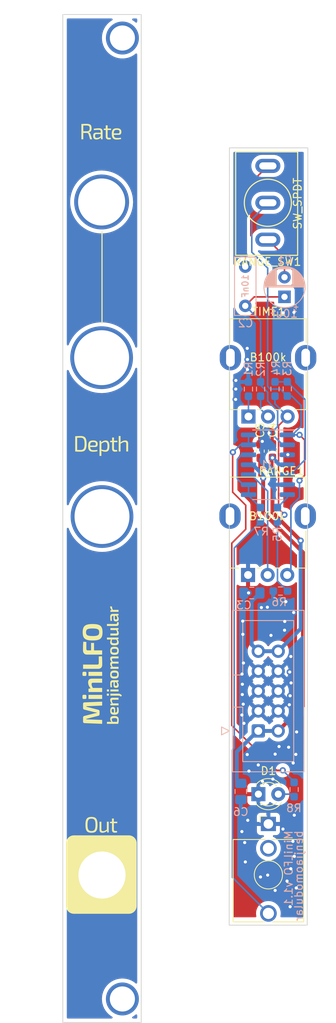
<source format=kicad_pcb>
(kicad_pcb (version 20211014) (generator pcbnew)
  (title_block (rev "v1.1"))
  (layers (0 "F.Cu" signal) (31 "B.Cu" signal) (34 "B.Paste" user) (35 "F.Paste" user) (36 "B.SilkS" user "B.Silkscreen") (37 "F.SilkS" user "F.Silkscreen") (38 "B.Mask" user) (39 "F.Mask" user) (44 "Edge.Cuts" user))
  (net 0 "")
  (net 1 "TRI")
  (net 2 "+12V")
  (net 3 "-12V")
  (net 4 "GND")
  (net 5 "Net-(D1-Pad2)")
  (net 6 "Net-(R7-Pad1)")
  (net 8 "Net-(C1-Pad1)")
  (net 9 "Net-(C1-Pad2)")
  (net 10 "Net-(C2-Pad2)")
  (net 11 "Net-(R1-Pad1)")
  (net 12 "Net-(R2-Pad1)")
  (net 13 "Net-(R3-Pad2)")
  (net 14 "Net-(R4-Pad2)")
  (net 15 "Net-(R5-Pad1)")
  (net 16 "Net-(R7-Pad2)")
  (net 17 "Net-(R8-Pad2)")
  (net 18 "Net-(RANGE1-Pad2)")
  (footprint "benjiaomodular:Panel_2HP" (layer "F.Cu") (at 139.1 47)
    (fp_text reference "REF**")
    (fp_text value "Panel_2HP")
  )
  (footprint "benjiaomodular:Potentiometer_RV09" (layer "F.Cu") (at 162.675 98.25 90)
    (fp_text reference "TIME1")
    (fp_text value "B100k")
  )
  (footprint "benjiaomodular:Potentiometer_RV09" (layer "F.Cu") (at 162.625 118.45 90)
    (fp_text reference "RANGE1")
    (fp_text value "B100k")
  )
  (footprint "benjiaomodular:PanelHole_ToggleSwitch_MTS-101" (layer "F.Cu") (at 143.95 70.9)
    (fp_text reference "REF**")
    (fp_text value "PanelHole_ToggleSwitch_MTS-101")
  )
  (footprint "benjiaomodular:AudioJack_3.5mm" (layer "F.Cu") (at 165.22 150.19)
    (fp_text reference "TRI_OUT1" hide)
    (fp_text value "AudioJack2_SwitchT" hide)
  )
  (footprint "benjiaomodular:PanelHole_AudioJack_3.5mm" (layer "F.Cu") (at 144 150.2)
    (fp_text reference "REF**")
    (fp_text value "PanelHole_AudioJack_3.5mm")
  )
  (footprint "benjiaomodular:PanelHole_Potentiometer_RV09" (layer "F.Cu") (at 141.5 118.5 90)
    (fp_text reference "REF**" hide)
    (fp_text value "PanelHole_Potentiometer_RV09" hide)
  )
  (footprint "benjiaomodular:PanelHole_Potentiometer_RV09" (layer "F.Cu") (at 141.45 98.25 90)
    (fp_text reference "REF**" hide)
    (fp_text value "PanelHole_Potentiometer_RV09" hide)
  )
  (footprint "Capacitor_SMD:C_0603_1608Metric_Pad1.08x0.95mm_HandSolder" (layer "F.Cu") (at 164.18 102.66 90)
    (fp_text reference "C5")
    (fp_text value "100nF")
  )
  (footprint "Capacitor_SMD:C_0603_1608Metric_Pad1.08x0.95mm_HandSolder" (layer "F.Cu") (at 165.74 102.65 -90)
    (fp_text reference "C4")
    (fp_text value "100nF")
  )
  (footprint "benjiaomodular:ToggleSwitch_MTS-102_SPDT" (layer "F.Cu") (at 165.15 71 180)
    (fp_text reference "RANGE_SW1")
    (fp_text value "SW_SPDT")
  )
  (footprint "LED_THT:LED_D3.0mm" (layer "F.Cu") (at 163.943 146.39)
    (fp_text reference "D1")
    (fp_text value "LED_Dual_Bidirectional")
  )
  (footprint "Capacitor_SMD:C_0805_2012Metric_Pad1.18x1.45mm_HandSolder" (layer "B.Cu") (at 163.1 120.75 180)
    (fp_text reference "C3")
    (fp_text value "22uF")
  )
  (footprint "benjiaomodular:Capacitor_Radial_D5.0mm_P2.5mm" (layer "B.Cu") (at 167.273 82.993113 90)
    (fp_text reference "C1")
    (fp_text value "10uF")
  )
  (footprint "Resistor_SMD:R_0603_1608Metric_Pad0.98x0.95mm_HandSolder" (layer "B.Cu") (at 166.06 94.74 -90)
    (fp_text reference "R4")
    (fp_text value "100k")
  )
  (footprint "Resistor_SMD:R_0603_1608Metric_Pad0.98x0.95mm_HandSolder" (layer "B.Cu") (at 164.225 94.75 90)
    (fp_text reference "R2")
    (fp_text value "100k")
  )
  (footprint "Resistor_SMD:R_0603_1608Metric_Pad0.98x0.95mm_HandSolder" (layer "B.Cu") (at 167.625 94.725 90)
    (fp_text reference "R3")
    (fp_text value "100k")
  )
  (footprint "Package_SO:SOIC-14_3.9x8.7mm_P1.27mm" (layer "B.Cu") (at 165.16 104.4 180)
    (fp_text reference "U1")
    (fp_text value "TL074")
  )
  (footprint "Resistor_SMD:R_0603_1608Metric_Pad0.98x0.95mm_HandSolder" (layer "B.Cu") (at 166.75 120.5)
    (fp_text reference "R6")
    (fp_text value "10k")
  )
  (footprint "Capacitor_SMD:C_0805_2012Metric_Pad1.18x1.45mm_HandSolder" (layer "B.Cu") (at 161.7 146.05 90)
    (fp_text reference "C6")
    (fp_text value "22uF")
  )
  (footprint "Resistor_SMD:R_0603_1608Metric_Pad0.98x0.95mm_HandSolder" (layer "B.Cu") (at 166.37 110.76 -90)
    (fp_text reference "R5")
    (fp_text value "4.7k")
  )
  (footprint "Resistor_SMD:R_0603_1608Metric_Pad0.98x0.95mm_HandSolder" (layer "B.Cu") (at 168.5 145.8 90)
    (fp_text reference "R8")
    (fp_text value "1k")
  )
  (footprint "benjiaomodular:Capacitor_Rect_L7.2mm_W2.5mm_P5.00mm" (layer "B.Cu") (at 162.27 84.14 90)
    (fp_text reference "C2")
    (fp_text value "10nF")
  )
  (footprint "Resistor_SMD:R_0603_1608Metric_Pad0.98x0.95mm_HandSolder" (layer "B.Cu") (at 162.675 94.75 90)
    (fp_text reference "R1")
    (fp_text value "470")
  )
  (footprint "Resistor_SMD:R_0603_1608Metric_Pad0.98x0.95mm_HandSolder" (layer "B.Cu") (at 164.21 110.76 90)
    (fp_text reference "R7")
    (fp_text value "1k")
  )
  (footprint "Connector_IDC:IDC-Header_2x05_P2.54mm_Vertical" (layer "B.Cu") (at 163.93 138.33)
    (fp_text reference "J1" hide)
    (fp_text value "IDC_2x05")
  )
  (gr_poly (pts (xy 145.510951 149.900959) (xy 145.94865 149.900959) (xy 145.94865 150.090092) (xy 145.510951 150.090092) (xy 145.510951 150.897282) (xy 145.511117 150.909411) (xy 145.511615 150.921097) (xy 145.512445 150.932342) (xy 145.513606 150.943145) (xy 145.515099 150.953506) (xy 145.516923 150.963426) (xy 145.519077 150.972905) (xy 145.521563 150.981942) (xy 145.524379 150.990537) (xy 145.527525 150.998692) (xy 145.531001 151.006405) (xy 145.534807 151.013677) (xy 145.538943 151.020508) (xy 145.543408 151.026899) (xy 145.548202 151.032848) (xy 145.553325 151.038357) (xy 145.558841 151.04348) (xy 145.564815 151.048274) (xy 145.571248 151.052739) (xy 145.57814 151.056874) (xy 145.585493 151.06068) (xy 145.593307 151.064156) (xy 145.601582 151.067302) (xy 145.61032 151.070118) (xy 145.619522 151.072604) (xy 145.629189 151.074759) (xy 145.63932 151.076583) (xy 145.649918 151.078075) (xy 145.660983 151.079237) (xy 145.672515 151.080067) (xy 145.684516 151.080565) (xy 145.696986 151.080731) (xy 145.906275 151.080731) (xy 145.93418 151.26418) (xy 145.922663 151.266958) (xy 145.910709 151.269641) (xy 145.89832 151.272229) (xy 145.885492 151.274725) (xy 145.872227 151.277131) (xy 145.858523 151.279447) (xy 145.844379 151.281675) (xy 145.829794 151.283818) (xy 145.800318 151.287536) (xy 145.771194 151.29068) (xy 145.742432 151.293235) (xy 145.714039 151.295185) (xy 145.700285 151.296577) (xy 145.687224 151.29776) (xy 145.674861 151.298741) (xy 145.663197 151.299527) (xy 145.652237 151.300125) (xy 145.641982 151.300543) (xy 145.632438 151.300789) (xy 145.623605 151.300869) (xy 145.602405 151.300499) (xy 145.581842 151.299386) (xy 145.561919 151.297531) (xy 145.542634 151.294932) (xy 145.523988 151.291587) (xy 145.505981 151.287496) (xy 145.488613 151.282657) (xy 145.471885 151.277069) (xy 145.455796 151.270732) (xy 145.440346 151.263643) (xy 145.425537 151.255802) (xy 145.411367 151.247208) (xy 145.397837 151.237859) (xy 145.384947 151.227754) (xy 145.372698 151.216893) (xy 145.361089 151.205273) (xy 145.350158 151.192938) (xy 145.339941 151.179933) (xy 145.330436 151.166261) (xy 145.321643 151.151922) (xy 145.313559 151.136917) (xy 145.306184 151.121249) (xy 145.299516 151.104917) (xy 145.293556 151.087923) (xy 145.2883 151.070269) (xy 145.283749 151.051955) (xy 145.279902 151.032983) (xy 145.276756 151.013353) (xy 145.274311 150.993068) (xy 145.272567 150.972128) (xy 145.271521 150.950534) (xy 145.271172 150.928288) (xy 145.271172 150.090092) (xy 145.022608 150.090092) (xy 145.022608 149.914913) (xy 145.271172 149.901989) (xy 145.271172 149.494778) (xy 145.510951 149.494778)) (layer "F.SilkS") (width 0) (fill solid))
  (gr_poly (pts (xy 142.094933 60.938727) (xy 142.121459 60.939737) (xy 142.147305 60.941149) (xy 142.172471 60.942962) (xy 142.196955 60.945176) (xy 142.220757 60.947788) (xy 142.243876 60.950798) (xy 142.266312 60.954205) (xy 142.288064 60.958008) (xy 142.309131 60.962205) (xy 142.329512 60.966797) (xy 142.349206 60.971781) (xy 142.368214 60.977156) (xy 142.386533 60.982922) (xy 142.404164 60.989078) (xy 142.421154 60.995358) (xy 142.437551 61.002204) (xy 142.453355 61.009617) (xy 142.468565 61.017599) (xy 142.483182 61.026149) (xy 142.497205 61.03527) (xy 142.510633 61.044961) (xy 142.523466 61.055225) (xy 142.535704 61.066062) (xy 142.547346 61.077474) (xy 142.558392 61.089461) (xy 142.568841 61.102024) (xy 142.578694 61.115164) (xy 142.58795 61.128883) (xy 142.596608 61.143181) (xy 142.604668 61.158059) (xy 142.612525 61.173616) (xy 142.619868 61.189946) (xy 142.626699 61.207049) (xy 142.633017 61.224925) (xy 142.638825 61.243575) (xy 142.644124 61.262996) (xy 142.648913 61.28319) (xy 142.653194 61.304156) (xy 142.656968 61.325893) (xy 142.660235 61.348402) (xy 142.662998 61.371682) (xy 142.665256 61.395734) (xy 142.667011 61.420555) (xy 142.668263 61.446147) (xy 142.669264 61.499641) (xy 142.66869 61.53835) (xy 142.66697 61.575458) (xy 142.664104 61.61097) (xy 142.662241 61.628129) (xy 142.660091 61.64489) (xy 142.657654 61.661255) (xy 142.654931 61.677223) (xy 142.651921 61.692795) (xy 142.648625 61.707973) (xy 142.645042 61.722755) (xy 142.641172 61.737144) (xy 142.637016 61.751139) (xy 142.632573 61.764741) (xy 142.627821 61.777619) (xy 142.622738 61.790147) (xy 142.617323 61.802323) (xy 142.611576 61.81415) (xy 142.605498 61.825624) (xy 142.59909 61.836747) (xy 142.59235 61.847518) (xy 142.585279 61.857937) (xy 142.577878 61.868003) (xy 142.570146 61.877716) (xy 142.562083 61.887075) (xy 142.55369 61.89608) (xy 142.544967 61.904731) (xy 142.535914 61.913027) (xy 142.526531 61.920969) (xy 142.516818 61.928555) (xy 142.507088 61.935456) (xy 142.496945 61.942048) (xy 142.48639 61.948332) (xy 142.475422 61.954307) (xy 142.464038 61.959973) (xy 142.452238 61.965331) (xy 142.440022 61.97038) (xy 142.427388 61.975121) (xy 142.414335 61.979553) (xy 142.400861 61.983676) (xy 142.386967 61.987491) (xy 142.372651 61.990997) (xy 142.357912 61.994194) (xy 142.342749 61.997083) (xy 142.32716 61.999664) (xy 142.311146 62.001935) (xy 142.311146 62.015889) (xy 142.317131 62.0174) (xy 142.323092 62.019111) (xy 142.329028 62.021023) (xy 142.334941 62.023133) (xy 142.34083 62.025444) (xy 142.346696 62.027953) (xy 142.35254 62.030661) (xy 142.358361 62.033568) (xy 142.36416 62.036673) (xy 142.369937 62.039977) (xy 142.375693 62.043479) (xy 142.381428 62.047178) (xy 142.387142 62.051074) (xy 142.392836 62.055168) (xy 142.39851 62.059459) (xy 142.404164 62.063947) (xy 142.410126 62.068285) (xy 142.416019 62.072829) (xy 142.421843 62.077578) (xy 142.427599 62.082532) (xy 142.433287 62.087689) (xy 142.438907 62.093048) (xy 142.44446 62.098608) (xy 142.449947 62.104367) (xy 142.455368 62.110325) (xy 142.460722 62.116479) (xy 142.466012 62.12283) (xy 142.471237 62.129376) (xy 142.476397 62.136115) (xy 142.481494 62.143046) (xy 142.486527 62.150169) (xy 142.491497 62.157482) (xy 142.49636 62.164632) (xy 142.501073 62.171975) (xy 142.505634 62.179511) (xy 142.510043 62.187241) (xy 142.514299 62.195166) (xy 142.518403 62.203286) (xy 142.522353 62.211603) (xy 142.52615 62.220118) (xy 142.529792 62.228831) (xy 142.533279 62.237743) (xy 142.536611 62.246856) (xy 142.539787 62.25617) (xy 142.542807 62.265687) (xy 142.54567 62.275406) (xy 142.548376 62.28533) (xy 142.550925 62.295458) (xy 142.74006 62.910924) (xy 142.47496 62.910924) (xy 142.302361 62.301142) (xy 142.297677 62.287639) (xy 142.292795 62.274648) (xy 142.287717 62.262167) (xy 142.282441 62.250196) (xy 142.276968 62.238734) (xy 142.271296 62.227781) (xy 142.265427 62.217337) (xy 142.25936 62.2074) (xy 142.253094 62.19797) (xy 142.24663 62.189047) (xy 142.239967 62.180629) (xy 142.233104 62.172718) (xy 142.226043 62.165311) (xy 142.218781 62.158408) (xy 142.21132 62.152009) (xy 142.203659 62.146113) (xy 142.195756 62.140302) (xy 142.18757 62.134864) (xy 142.1791 62.1298) (xy 142.170346 62.125109) (xy 142.161306 62.120792) (xy 142.151982 62.11685) (xy 142.142371 62.113281) (xy 142.132474 62.110088) (xy 142.122291 62.107269) (xy 142.111821 62.104825) (xy 142.101063 62.102757) (xy 142.090017 62.101064) (xy 142.078683 62.099747) (xy 142.06706 62.098806) (xy 142.055148 62.098242) (xy 142.042946 62.098053) (xy 141.743739 62.098053) (xy 141.674918 62.096245) (xy 141.614031 62.094436) (xy 141.614031 62.910924) (xy 141.368568 62.910924) (xy 141.368568 61.883597) (xy 141.614031 61.883597) (xy 142.034677 61.883597) (xy 142.06967 61.882445) (xy 142.10269 61.880393) (xy 142.118463 61.879031) (xy 142.133748 61.877446) (xy 142.148544 61.875639) (xy 142.162854 61.873611) (xy 142.176679 61.871361) (xy 142.19002 61.868892) (xy 142.202879 61.866203) (xy 142.215257 61.863295) (xy 142.227155 61.860169) (xy 142.238575 61.856826) (xy 142.249519 61.853266) (xy 142.259987 61.84949) (xy 142.270383 61.845423) (xy 142.280407 61.84098) (xy 142.290058 61.836163) (xy 142.299335 61.83097) (xy 142.308238 61.825403) (xy 142.316766 61.819461) (xy 142.324921 61.813143) (xy 142.332701 61.806451) (xy 142.340106 61.799384) (xy 142.347136 61.791942) (xy 142.353791 61.784125) (xy 142.36007 61.775934) (xy 142.365973 61.767367) (xy 142.371501 61.758426) (xy 142.376652 61.74911) (xy 142.381426 61.739419) (xy 142.385869 61.728945) (xy 142.390025 61.717985) (xy 142.393895 61.706538) (xy 142.397478 61.694607) (xy 142.400774 61.682189) (xy 142.403784 61.669287) (xy 142.406507 61.655899) (xy 142.408943 61.642025) (xy 142.411093 61.627667) (xy 142.412957 61.612824) (xy 142.415823 61.581685) (xy 142.417543 61.548607) (xy 142.418116 61.513593) (xy 142.417973 61.495872) (xy 142.417543 61.47869) (xy 142.416826 61.462047) (xy 142.415823 61.44594) (xy 142.414533 61.430368) (xy 142.412957 61.415329) (xy 142.411093 61.400823) (xy 142.408943 61.386848) (xy 142.406507 61.373401) (xy 142.403784 61.360483) (xy 142.400774 61.34809) (xy 142.397478 61.336223) (xy 142.393895 61.324878) (xy 142.390025 61.314055) (xy 142.385869 61.303752) (xy 142.381426 61.293969) (xy 142.376651 61.284278) (xy 142.3715 61.274963) (xy 142.365973 61.266022) (xy 142.36007 61.257456) (xy 142.353791 61.249265) (xy 142.347136 61.241449) (xy 142.340106 61.234007) (xy 142.332701 61.22694) (xy 142.324921 61.220248) (xy 142.316766 61.21393) (xy 142.308237 61.207988) (xy 142.299334 61.20242) (xy 142.290057 61.197227) (xy 142.280407 61.192409) (xy 142.270383 61.187966) (xy 142.259987 61.183897) (xy 142.249519 61.180133) (xy 142.238575 61.176602) (xy 142.227155 61.173304) (xy 142.215257 61.170242) (xy 142.19002 61.16483) (xy 142.162854 61.160376) (xy 142.133748 61.156893) (xy 142.10269 61.154391) (xy 142.06967 61.152881) (xy 142.034677 61.152376) (xy 141.81865 61.153226) (xy 141.633668 61.155476) (xy 141.614031 61.155476) (xy 141.614031 61.883597) (xy 141.368568 61.883597) (xy 141.368568 60.963239) (xy 141.421247 60.958009) (xy 141.47209 60.953559) (xy 141.521168 60.949815) (xy 141.568556 60.946703) (xy 141.616244 60.94424) (xy 141.666125 60.942461) (xy 141.718123 60.941382) (xy 141.772161 60.941018) (xy 141.831184 60.939746) (xy 141.89542 60.938768) (xy 141.964946 60.93814) (xy 142.039845 60.937918)) (layer "F.SilkS") (width 0) (fill solid))
  (gr_poly (pts (xy 145.28151 122.470585) (xy 145.28151 122.544484) (xy 145.281935 122.565163) (xy 145.283212 122.585924) (xy 145.285342 122.606762) (xy 145.28833 122.627671) (xy 145.292177 122.648645) (xy 145.296885 122.669681) (xy 145.302459 122.690771) (xy 145.308899 122.711911) (xy 145.315342 122.731027) (xy 145.322657 122.751465) (xy 145.33077 122.773119) (xy 145.339608 122.795882) (xy 145.359162 122.844307) (xy 145.380729 122.895886) (xy 146.10885 122.895886) (xy 146.10885 123.152195) (xy 145.069637 123.152195) (xy 145.069637 122.953244) (xy 145.230868 122.926373) (xy 145.210192 122.900472) (xy 145.190577 122.87447) (xy 145.172056 122.848362) (xy 145.154663 122.822142) (xy 145.138429 122.795806) (xy 145.12339 122.769348) (xy 145.116329 122.756071) (xy 145.109578 122.742763) (xy 145.103142 122.729421) (xy 145.097026 122.716046) (xy 145.090622 122.701792) (xy 145.084636 122.687604) (xy 145.079066 122.673482) (xy 145.073912 122.659426) (xy 145.069173 122.645436) (xy 145.06485 122.631512) (xy 145.060941 122.617654) (xy 145.057446 122.603862) (xy 145.054364 122.590136) (xy 145.051695 122.576476) (xy 145.049438 122.562883) (xy 145.047592 122.549355) (xy 145.046158 122.535894) (xy 145.045134 122.522499) (xy 145.04452 122.50917) (xy 145.044316 122.495907) (xy 145.044316 122.445263)) (layer "F.SilkS") (width 0) (fill solid))
  (gr_poly (pts (xy 146.108851 132.069485) (xy 145.937802 132.096867) (xy 145.93921 132.098091) (xy 145.940504 132.099184) (xy 145.942909 132.10117) (xy 145.944103 132.102156) (xy 145.945344 132.103201) (xy 145.946676 132.104352) (xy 145.948137 132.105656) (xy 145.958716 132.115998) (xy 145.969301 132.126916) (xy 145.979892 132.138416) (xy 145.990487 132.150505) (xy 146.001085 132.163189) (xy 146.011685 132.176475) (xy 146.022286 132.190368) (xy 146.032887 132.204876) (xy 146.043226 132.21946) (xy 146.053096 132.234638) (xy 146.062501 132.250409) (xy 146.071443 132.266775) (xy 146.079926 132.283736) (xy 146.087953 132.301293) (xy 146.095526 132.319448) (xy 146.10265 132.3382) (xy 146.105979 132.347529) (xy 146.10909 132.356996) (xy 146.111985 132.366599) (xy 146.114664 132.376339) (xy 146.117126 132.386215) (xy 146.119372 132.396225) (xy 146.121403 132.406369) (xy 146.123219 132.416646) (xy 146.126206 132.437598) (xy 146.128337 132.459072) (xy 146.129613 132.481064) (xy 146.130038 132.503567) (xy 146.129916 132.515129) (xy 146.12955 132.526537) (xy 146.12894 132.537791) (xy 146.128084 132.548892) (xy 146.126983 132.559841) (xy 146.125636 132.570638) (xy 146.124042 132.581285) (xy 146.122202 132.591782) (xy 146.120113 132.60213) (xy 146.117776 132.612331) (xy 146.115191 132.622384) (xy 146.112356 132.632292) (xy 146.109272 132.642053) (xy 146.105938 132.651671) (xy 146.102352 132.661145) (xy 146.098516 132.670475) (xy 146.094165 132.679615) (xy 146.089589 132.688515) (xy 146.084785 132.697174) (xy 146.079754 132.70559) (xy 146.074495 132.713762) (xy 146.069007 132.72169) (xy 146.063288 132.729372) (xy 146.05734 132.736807) (xy 146.05116 132.743994) (xy 146.044748 132.750932) (xy 146.038103 132.75762) (xy 146.031225 132.764057) (xy 146.024113 132.77024) (xy 146.016766 132.776171) (xy 146.009183 132.781846) (xy 146.001364 132.787266) (xy 145.993044 132.792393) (xy 145.984485 132.797189) (xy 145.975688 132.801656) (xy 145.966653 132.805793) (xy 145.957383 132.809599) (xy 145.947878 132.813075) (xy 145.938138 132.816221) (xy 145.928166 132.819036) (xy 145.917962 132.82152) (xy 145.907528 132.823674) (xy 145.896863 132.825496) (xy 145.88597 132.826988) (xy 145.87485 132.828148) (xy 145.863503 132.828977) (xy 145.85193 132.829474) (xy 145.840133 132.82964) (xy 145.730063 132.82964) (xy 145.714936 132.829324) (xy 145.700246 132.828375) (xy 145.685992 132.826795) (xy 145.672173 132.824584) (xy 145.658787 132.821743) (xy 145.645834 132.818271) (xy 145.633313 132.814171) (xy 145.621223 132.809441) (xy 145.609562 132.804083) (xy 145.598331 132.798097) (xy 145.587527 132.791484) (xy 145.57715 132.784244) (xy 145.567199 132.776378) (xy 145.557674 132.767886) (xy 145.548572 132.758769) (xy 145.539893 132.749028) (xy 145.531424 132.738477) (xy 145.523494 132.727466) (xy 145.516103 132.715994) (xy 145.509253 132.704061) (xy 145.502944 132.691665) (xy 145.497178 132.678808) (xy 145.491955 132.665488) (xy 145.487278 132.651705) (xy 145.483147 132.63746) (xy 145.479563 132.622751) (xy 145.476527 132.607579) (xy 145.474041 132.591942) (xy 145.472106 132.575842) (xy 145.470722 132.559277) (xy 145.469891 132.542248) (xy 145.469613 132.524754) (xy 145.469613 132.454991) (xy 145.62826 132.454991) (xy 145.628629 132.462787) (xy 145.629236 132.470301) (xy 145.63008 132.477533) (xy 145.631161 132.484482) (xy 145.632478 132.491149) (xy 145.63403 132.497534) (xy 145.635817 132.503638) (xy 145.637838 132.509461) (xy 145.640093 132.515002) (xy 145.642581 132.520263) (xy 145.645301 132.525243) (xy 145.648253 132.529942) (xy 145.651436 132.534362) (xy 145.65485 132.538501) (xy 145.658493 132.542361) (xy 145.662367 132.545941) (xy 145.666421 132.549271) (xy 145.670658 132.552384) (xy 145.675078 132.555279) (xy 145.679682 132.557958) (xy 145.684468 132.56042) (xy 145.689437 132.562667) (xy 145.69459 132.564698) (xy 145.699925 132.566513) (xy 145.705443 132.568114) (xy 145.711143 132.5695) (xy 145.717027 132.570672) (xy 145.723093 132.57163) (xy 145.729342 132.572374) (xy 145.735773 132.572906) (xy 145.742387 132.573224) (xy 145.749183 132.57333) (xy 145.806543 132.57333) (xy 145.814363 132.573195) (xy 145.821945 132.57279) (xy 145.829292 132.572117) (xy 145.836405 132.571175) (xy 145.843283 132.569966) (xy 145.849928 132.56849) (xy 145.856339 132.566748) (xy 145.862519 132.564741) (xy 145.868468 132.562469) (xy 145.874186 132.559933) (xy 145.879675 132.557134) (xy 145.884934 132.554073) (xy 145.889965 132.55075) (xy 145.894768 132.547167) (xy 145.899345 132.543323) (xy 145.903695 132.539219) (xy 145.907538 132.534842) (xy 145.911139 132.530176) (xy 145.9145 132.525219) (xy 145.917617 132.51997) (xy 145.920491 132.514429) (xy 145.92312 132.508594) (xy 145.925503 132.502463) (xy 145.92764 132.496036) (xy 145.929529 132.489311) (xy 145.93117 132.482288) (xy 145.93256 132.474964) (xy 145.933701 132.467339) (xy 145.934589 132.459412) (xy 145.935225 132.451181) (xy 145.935607 132.442646) (xy 145.935735 132.433804) (xy 145.935638 132.426608) (xy 145.93535 132.41931) (xy 145.934872 132.411911) (xy 145.934205 132.404412) (xy 145.932309 132.389112) (xy 145.929674 132.373412) (xy 145.926311 132.357317) (xy 145.922231 132.340827) (xy 145.917445 132.323945) (xy 145.911964 132.306675) (xy 145.905809 132.289252) (xy 145.898995 132.271903) (xy 145.891522 132.254626) (xy 145.88339 132.237417) (xy 145.874599 132.220274) (xy 145.865148 132.203195) (xy 145.855037 132.186176) (xy 145.844267 132.169216) (xy 145.842248 132.166165) (xy 145.840139 132.163195) (xy 145.837952 132.160295) (xy 145.835695 132.157456) (xy 145.833381 132.15467) (xy 145.831018 132.151926) (xy 145.826192 132.14653) (xy 145.816425 132.135836) (xy 145.811651 132.130389) (xy 145.809327 132.127608) (xy 145.80706 132.124775) (xy 145.62826 132.124775) (xy 145.62826 132.454991) (xy 145.469613 132.454991) (xy 145.469613 132.124775) (xy 145.401917 132.124775) (xy 145.391788 132.12492) (xy 145.382026 132.125354) (xy 145.372631 132.12608) (xy 145.363601 132.127097) (xy 145.354937 132.128408) (xy 145.346637 132.130014) (xy 145.338702 132.131914) (xy 145.33113 132.134112) (xy 145.323921 132.136607) (xy 145.317075 132.139401) (xy 145.310591 132.142495) (xy 145.304468 132.14589) (xy 145.298705 132.149587) (xy 145.293303 132.153587) (xy 145.288261 132.157892) (xy 145.283578 132.162503) (xy 145.278963 132.16754) (xy 145.274642 132.173127) (xy 145.270617 132.179263) (xy 145.266887 132.185947) (xy 145.263454 132.193179) (xy 145.260316 132.200959) (xy 145.257476 132.209286) (xy 145.254933 132.218159) (xy 145.252687 132.227578) (xy 145.25074 132.237542) (xy 145.249091 132.24805) (xy 145.247741 132.259103) (xy 145.24669 132.270699) (xy 145.245939 132.282838) (xy 145.245488 132.29552) (xy 145.245338 132.308743) (xy 145.245744 132.351589) (xy 145.246938 132.399703) (xy 145.248882 132.453109) (xy 145.251539 132.51183) (xy 145.254788 132.572285) (xy 145.258582 132.633001) (xy 145.262988 132.693981) (xy 145.268075 132.75523) (xy 145.092892 132.778485) (xy 145.085686 132.740301) (xy 145.078923 132.69979) (xy 145.072685 132.656898) (xy 145.069788 132.634541) (xy 145.067054 132.611569) (xy 145.062079 132.564834) (xy 145.057711 132.51779) (xy 145.053879 132.47048) (xy 145.050518 132.422947) (xy 145.047861 132.376495) (xy 145.045917 132.332403) (xy 145.044723 132.290692) (xy 145.044316 132.251385) (xy 145.044451 132.235934) (xy 145.044855 132.220803) (xy 145.045527 132.205991) (xy 145.046467 132.191497) (xy 145.047675 132.17732) (xy 145.049149 132.16346) (xy 145.050889 132.149916) (xy 145.052895 132.136687) (xy 145.055165 132.123772) (xy 145.0577 132.11117) (xy 145.060498 132.098881) (xy 145.063559 132.086903) (xy 145.066883 132.075237) (xy 145.070469 132.063881) (xy 145.074315 132.052834) (xy 145.078423 132.042096) (xy 145.082568 132.031413) (xy 145.087077 132.021061) (xy 145.091951 132.011039) (xy 145.09719 132.001347) (xy 145.102793 131.991985) (xy 145.108761 131.982954) (xy 145.115093 131.974254) (xy 145.121791 131.965884) (xy 145.128852 131.957844) (xy 145.136279 131.950136) (xy 145.14407 131.942758) (xy 145.152225 131.935711) (xy 145.160745 131.928994) (xy 145.16963 131.922609) (xy 145.178879 131.916555) (xy 145.188493 131.910832) (xy 145.198508 131.905449) (xy 145.208977 131.900414) (xy 145.219903 131.895727) (xy 145.231286 131.891387) (xy 145.243127 131.887394) (xy 145.255428 131.883748) (xy 145.26819 131.88045) (xy 145.281414 131.877499) (xy 145.295101 131.874895) (xy 145.309253 131.872639) (xy 145.32387 131.87073) (xy 145.338954 131.869167) (xy 145.354507 131.867953) (xy 145.370528 131.867085) (xy 145.38702 131.866564) (xy 145.403984 131.866391) (xy 146.108851 131.866391)) (layer "F.SilkS") (width 0) (fill solid))
  (gr_poly (pts (xy 146.108851 129.087239) (xy 145.408118 129.087239) (xy 145.398505 129.087606) (xy 145.389239 129.088183) (xy 145.380321 129.088972) (xy 145.371751 129.089973) (xy 145.363529 129.091187) (xy 145.355653 129.092614) (xy 145.348125 129.094255) (xy 145.340945 129.096111) (xy 145.334111 129.098181) (xy 145.327624 129.100468) (xy 145.321484 129.102971) (xy 145.31569 129.105691) (xy 145.310243 129.108629) (xy 145.305143 129.111785) (xy 145.300389 129.115161) (xy 145.295981 129.118756) (xy 145.291625 129.122636) (xy 145.287558 129.126866) (xy 145.283778 129.131447) (xy 145.280284 129.136376) (xy 145.277076 129.141655) (xy 145.274152 129.147282) (xy 145.271511 129.153258) (xy 145.269152 129.159581) (xy 145.267075 129.166251) (xy 145.265278 129.173268) (xy 145.26376 129.180631) (xy 145.26252 129.188341) (xy 145.261558 129.196396) (xy 145.260871 129.204796) (xy 145.26046 129.213541) (xy 145.260324 129.22263) (xy 145.260541 129.233711) (xy 145.261197 129.244727) (xy 145.2623 129.25568) (xy 145.263022 129.261131) (xy 145.263858 129.266567) (xy 145.26481 129.271985) (xy 145.265879 129.277387) (xy 145.267065 129.282773) (xy 145.26837 129.288141) (xy 145.269794 129.293493) (xy 145.271339 129.298827) (xy 145.273005 129.304145) (xy 145.274793 129.309445) (xy 145.278235 129.319663) (xy 145.282211 129.330207) (xy 145.286718 129.341077) (xy 145.291755 129.352276) (xy 145.297321 129.363806) (xy 145.303412 129.375667) (xy 145.310029 129.387863) (xy 145.317168 129.400395) (xy 145.323492 129.411053) (xy 145.330421 129.422393) (xy 145.345813 129.446784) (xy 145.362772 129.472914) (xy 145.38073 129.500126) (xy 146.108851 129.500126) (xy 146.108851 129.745594) (xy 145.408118 129.745594) (xy 145.398005 129.745724) (xy 145.38829 129.746112) (xy 145.378972 129.746759) (xy 145.370052 129.747667) (xy 145.361529 129.748837) (xy 145.353403 129.750268) (xy 145.345674 129.751963) (xy 145.338341 129.753921) (xy 145.331404 129.756144) (xy 145.324863 129.758632) (xy 145.318717 129.761386) (xy 145.312967 129.764407) (xy 145.307612 129.767696) (xy 145.302651 129.771254) (xy 145.298085 129.775081) (xy 145.293913 129.779179) (xy 145.289812 129.783548) (xy 145.285982 129.788185) (xy 145.282421 129.793091) (xy 145.279131 129.798264) (xy 145.276109 129.803704) (xy 145.273354 129.80941) (xy 145.270866 129.815382) (xy 145.268644 129.821619) (xy 145.266686 129.828121) (xy 145.264993 129.834886) (xy 145.263562 129.841915) (xy 145.262394 129.849206) (xy 145.261487 129.856759) (xy 145.26084 129.864574) (xy 145.260453 129.87265) (xy 145.260324 129.880986) (xy 145.260509 129.891572) (xy 145.261071 129.902163) (xy 145.262015 129.912759) (xy 145.26335 129.923356) (xy 145.265081 129.933954) (xy 145.267216 129.944551) (xy 145.269762 129.955144) (xy 145.272726 129.965733) (xy 145.276168 129.976444) (xy 145.280144 129.987411) (xy 145.284651 129.998638) (xy 145.289688 130.010127) (xy 145.295254 130.021881) (xy 145.301345 130.033901) (xy 145.307962 130.04619) (xy 145.315101 130.058751) (xy 145.321114 130.068887) (xy 145.327789 130.079819) (xy 145.342756 130.103625) (xy 145.359269 130.129282) (xy 145.376596 130.155903) (xy 146.108851 130.155903) (xy 146.108851 130.41222) (xy 145.069638 130.41222) (xy 145.069638 130.207066) (xy 145.230352 130.186909) (xy 145.208437 130.162262) (xy 145.187792 130.137746) (xy 145.168458 130.113355) (xy 145.159296 130.101206) (xy 145.150477 130.089086) (xy 145.142006 130.076995) (xy 145.133889 130.064933) (xy 145.12613 130.052898) (xy 145.118734 130.040891) (xy 145.111708 130.02891) (xy 145.105055 130.016956) (xy 145.098782 130.005027) (xy 145.092892 129.993122) (xy 145.086996 129.980379) (xy 145.081483 129.967551) (xy 145.076353 129.954636) (xy 145.071605 129.941637) (xy 145.067239 129.928554) (xy 145.063255 129.915386) (xy 145.059652 129.902135) (xy 145.056429 129.8888) (xy 145.053587 129.875383) (xy 145.051126 129.861883) (xy 145.049043 129.848301) (xy 145.047341 129.834638) (xy 145.046017 129.820894) (xy 145.045072 129.807069) (xy 145.044505 129.793164) (xy 145.044316 129.779179) (xy 145.044596 129.762496) (xy 145.045434 129.746314) (xy 145.046832 129.730632) (xy 145.04879 129.715449) (xy 145.051308 129.700764) (xy 145.054388 129.686577) (xy 145.058029 129.672888) (xy 145.062231 129.659695) (xy 145.066997 129.646998) (xy 145.072325 129.634797) (xy 145.078217 129.62309) (xy 145.084673 129.611878) (xy 145.091693 129.601159) (xy 145.099279 129.590933) (xy 145.10743 129.581199) (xy 145.116147 129.571957) (xy 145.121375 129.566952) (xy 145.12682 129.562164) (xy 145.132477 129.557589) (xy 145.138341 129.553221) (xy 145.144404 129.549056) (xy 145.150661 129.545087) (xy 145.157106 129.541311) (xy 145.163734 129.537721) (xy 145.170538 129.534313) (xy 145.177512 129.531082) (xy 145.18465 129.528022) (xy 145.191947 129.525129) (xy 145.199396 129.522397) (xy 145.206992 129.519821) (xy 145.214729 129.517397) (xy 145.2226 129.515118) (xy 145.202152 129.491335) (xy 145.182802 129.467749) (xy 145.164608 129.444366) (xy 145.147623 129.42119) (xy 145.131904 129.398224) (xy 145.124536 129.386821) (xy 145.117505 129.375473) (xy 145.110819 129.364179) (xy 145.104483 129.35294) (xy 145.098505 129.341758) (xy 145.092892 129.330632) (xy 145.086996 129.317888) (xy 145.081483 129.305059) (xy 145.076353 129.292145) (xy 145.071605 129.279145) (xy 145.067239 129.266061) (xy 145.063255 129.252893) (xy 145.059652 129.239641) (xy 145.056429 129.226306) (xy 145.053587 129.212889) (xy 145.051126 129.199389) (xy 145.049043 129.185807) (xy 145.047341 129.172144) (xy 145.046017 129.1584) (xy 145.045072 129.144576) (xy 145.044505 129.130672) (xy 145.044316 129.116688) (xy 145.044604 129.099751) (xy 145.045466 129.083332) (xy 145.046903 129.067429) (xy 145.048916 129.052043) (xy 145.051506 129.037172) (xy 145.054673 129.022815) (xy 145.058417 129.008973) (xy 145.06274 128.995644) (xy 145.067642 128.982827) (xy 145.073123 128.970522) (xy 145.079184 128.958729) (xy 145.085826 128.947445) (xy 145.09305 128.936671) (xy 145.100855 128.926406) (xy 145.109243 128.916648) (xy 145.118214 128.907399) (xy 145.12748 128.898426) (xy 145.13728 128.890025) (xy 145.147612 128.882196) (xy 145.158476 128.874941) (xy 145.169871 128.868261) (xy 145.181796 128.862156) (xy 145.194251 128.856628) (xy 145.207235 128.851677) (xy 145.220748 128.847305) (xy 145.234789 128.843513) (xy 145.249357 128.840302) (xy 145.264452 128.837672) (xy 145.280073 128.835625) (xy 145.29622 128.834161) (xy 145.312891 128.833282) (xy 145.330087 128.832989) (xy 146.108851 128.832989)) (layer "F.SilkS") (width 0) (fill solid))
  (gr_poly (pts (xy 147.470255 151.642597) (xy 147.521175 151.646444) (xy 147.57134 151.65278) (xy 147.62069 151.661544) (xy 147.669161 151.672673) (xy 147.716691 151.686106) (xy 147.76322 151.70178) (xy 147.808683 151.719635) (xy 147.85302 151.739607) (xy 147.896169 151.761635) (xy 147.938066 151.785658) (xy 147.978651 151.811613) (xy 148.017861 151.839439) (xy 148.055635 151.869073) (xy 148.091909 151.900454) (xy 148.126622 151.93352) (xy 148.159713 151.968209) (xy 148.191118 152.004459) (xy 148.220776 152.042208) (xy 148.248625 152.081395) (xy 148.274602 152.121958) (xy 148.298647 152.163834) (xy 148.320695 152.206962) (xy 148.340687 152.25128) (xy 148.358559 152.296726) (xy 148.374249 152.343238) (xy 148.387695 152.390755) (xy 148.398836 152.439215) (xy 148.40761 152.488554) (xy 148.413953 152.538713) (xy 148.417805 152.589629) (xy 148.419102 152.641239) (xy 148.419102 160.64127) (xy 148.417805 160.692881) (xy 148.413953 160.743796) (xy 148.40761 160.793955) (xy 148.398836 160.843295) (xy 148.387695 160.891754) (xy 148.374249 160.939271) (xy 148.358559 160.985783) (xy 148.340687 161.03123) (xy 148.320695 161.075548) (xy 148.298647 161.118676) (xy 148.274602 161.160552) (xy 148.248625 161.201114) (xy 148.220776 161.240301) (xy 148.191118 161.278051) (xy 148.159713 161.314301) (xy 148.126622 161.34899) (xy 148.091909 161.382056) (xy 148.055635 161.413437) (xy 148.017861 161.443071) (xy 147.978651 161.470896) (xy 147.938066 161.496852) (xy 147.896169 161.520874) (xy 147.85302 161.542903) (xy 147.808683 161.562875) (xy 147.76322 161.580729) (xy 147.716691 161.596404) (xy 147.669161 161.609836) (xy 147.62069 161.620966) (xy 147.57134 161.629729) (xy 147.521175 161.636066) (xy 147.470255 161.639913) (xy 147.418643 161.641209) (xy 140.419073 161.641209) (xy 140.367461 161.639913) (xy 140.316541 161.636066) (xy 140.266375 161.629729) (xy 140.217026 161.620966) (xy 140.168555 161.609836) (xy 140.121024 161.596404) (xy 140.074496 161.580729) (xy 140.029032 161.562875) (xy 139.984695 161.542903) (xy 139.941547 161.520874) (xy 139.899649 161.496852) (xy 139.859064 161.470896) (xy 139.819854 161.443071) (xy 139.782081 161.413437) (xy 139.745806 161.382056) (xy 139.711093 161.34899) (xy 139.678003 161.314301) (xy 139.646597 161.278051) (xy 139.616939 161.240301) (xy 139.589091 161.201114) (xy 139.563113 161.160552) (xy 139.539069 161.118676) (xy 139.51702 161.075548) (xy 139.497029 161.03123) (xy 139.479157 160.985783) (xy 139.463466 160.939271) (xy 139.45002 160.891754) (xy 139.438879 160.843295) (xy 139.430106 160.793955) (xy 139.423762 160.743796) (xy 139.419911 160.692881) (xy 139.418613 160.64127) (xy 139.418613 156.641514) (xy 142.418923 156.641514) (xy 142.420893 156.718697) (xy 142.426702 156.794865) (xy 142.436257 156.869926) (xy 142.449464 156.943784) (xy 142.466228 157.016346) (xy 142.486456 157.087517) (xy 142.510053 157.157202) (xy 142.536924 157.225309) (xy 142.566976 157.291742) (xy 142.600115 157.356408) (xy 142.636246 157.419212) (xy 142.675275 157.480059) (xy 142.717109 157.538857) (xy 142.761652 157.59551) (xy 142.808811 157.649924) (xy 142.858491 157.702006) (xy 142.910598 157.75166) (xy 142.965039 157.798793) (xy 143.021718 157.843311) (xy 143.080543 157.885119) (xy 143.141418 157.924123) (xy 143.204249 157.960228) (xy 143.268942 157.993342) (xy 143.335404 158.023369) (xy 143.403539 158.050215) (xy 143.473254 158.073786) (xy 143.544455 158.093988) (xy 143.617047 158.110727) (xy 143.690936 158.123908) (xy 143.766028 158.133437) (xy 143.842228 158.13922) (xy 143.919444 158.141163) (xy 143.996607 158.139176) (xy 144.072757 158.133352) (xy 144.147798 158.123784) (xy 144.221637 158.110566) (xy 144.29418 158.093794) (xy 144.365332 158.073561) (xy 144.434999 158.049961) (xy 144.503086 158.023089) (xy 144.569501 157.993039) (xy 144.634149 157.959905) (xy 144.696935 157.923781) (xy 144.757766 157.884762) (xy 144.816547 157.842942) (xy 144.873184 157.798416) (xy 144.927584 157.751276) (xy 144.979651 157.701619) (xy 145.029292 157.649537) (xy 145.076412 157.595125) (xy 145.120919 157.538478) (xy 145.162716 157.479689) (xy 145.201711 157.418854) (xy 145.237808 157.356065) (xy 145.270915 157.291418) (xy 145.300936 157.225006) (xy 145.327778 157.156925) (xy 145.351347 157.087267) (xy 145.371548 157.016128) (xy 145.388287 156.943602) (xy 145.40147 156.869782) (xy 145.411003 156.794763) (xy 145.416792 156.71864) (xy 145.418743 156.641507) (xy 145.4168 156.564323) (xy 145.411016 156.488153) (xy 145.401487 156.413089) (xy 145.388306 156.339226) (xy 145.371567 156.266659) (xy 145.351365 156.195481) (xy 145.327793 156.125787) (xy 145.300947 156.057672) (xy 145.27092 155.991228) (xy 145.237806 155.926551) (xy 145.2017 155.863735) (xy 145.162696 155.802874) (xy 145.120888 155.744063) (xy 145.07637 155.687395) (xy 145.029237 155.632964) (xy 144.979583 155.580866) (xy 144.927501 155.531194) (xy 144.873086 155.484043) (xy 144.816433 155.439506) (xy 144.757635 155.397678) (xy 144.696787 155.358654) (xy 144.633983 155.322527) (xy 144.569317 155.289392) (xy 144.502884 155.259343) (xy 144.434777 155.232474) (xy 144.365091 155.208879) (xy 144.293919 155.188654) (xy 144.221357 155.171891) (xy 144.147499 155.158685) (xy 144.072438 155.149131) (xy 143.996268 155.143322) (xy 143.919085 155.141354) (xy 143.906439 155.141302) (xy 143.893978 155.141353) (xy 143.817885 155.144515) (xy 143.742667 155.151424) (xy 143.668579 155.16198) (xy 143.595712 155.176093) (xy 143.524158 155.193669) (xy 143.454006 155.214618) (xy 143.385347 155.238846) (xy 143.318271 155.266263) (xy 143.252869 155.296776) (xy 143.189233 155.330292) (xy 143.127451 155.366721) (xy 143.067615 155.40597) (xy 143.009815 155.447947) (xy 142.954142 155.49256) (xy 142.900686 155.539717) (xy 142.849538 155.589326) (xy 142.800789 155.641296) (xy 142.754528 155.695534) (xy 142.710847 155.751948) (xy 142.669836 155.810446) (xy 142.631586 155.870936) (xy 142.596186 155.933327) (xy 142.563728 155.997526) (xy 142.534303 156.063442) (xy 142.508 156.130981) (xy 142.484911 156.200053) (xy 142.465125 156.270566) (xy 142.448734 156.342427) (xy 142.435827 156.415544) (xy 142.426496 156.489825) (xy 142.420831 156.56518) (xy 142.418923 156.641514) (xy 139.418613 156.641514) (xy 139.418613 155.141354) (xy 143.893793 155.141354) (xy 143.893978 155.141353) (xy 143.894144 155.141346) (xy 143.893793 155.141354) (xy 139.418613 155.141354) (xy 139.418613 152.641239) (xy 139.419911 152.589629) (xy 139.423762 152.538713) (xy 139.430106 152.488554) (xy 139.438879 152.439215) (xy 139.45002 152.390755) (xy 139.463466 152.343238) (xy 139.479157 152.296726) (xy 139.497029 152.25128) (xy 139.51702 152.206962) (xy 139.539069 152.163834) (xy 139.563113 152.121958) (xy 139.589091 152.081395) (xy 139.616939 152.042208) (xy 139.646597 152.004459) (xy 139.678003 151.968209) (xy 139.711093 151.93352) (xy 139.745806 151.900454) (xy 139.782081 151.869073) (xy 139.819854 151.839439) (xy 139.859064 151.811613) (xy 139.899649 151.785658) (xy 139.941547 151.761635) (xy 139.984695 151.739607) (xy 140.029032 151.719635) (xy 140.074496 151.70178) (xy 140.121024 151.686106) (xy 140.168555 151.672673) (xy 140.217026 151.661544) (xy 140.266375 151.65278) (xy 140.316541 151.646444) (xy 140.367461 151.642597) (xy 140.419073 151.6413) (xy 147.418643 151.6413)) (layer "F.SilkS") (width 0) (fill solid))
  (gr_poly (pts (xy 141.863063 130.78702) (xy 141.872519 130.787474) (xy 141.881664 130.788229) (xy 141.890499 130.789287) (xy 141.899023 130.790647) (xy 141.907237 130.792309) (xy 141.91514 130.794274) (xy 141.922733 130.796541) (xy 141.930016 130.799111) (xy 141.936988 130.801984) (xy 141.94365 130.805159) (xy 141.950002 130.808637) (xy 141.956044 130.812419) (xy 141.961775 130.816503) (xy 141.967196 130.82089) (xy 141.972307 130.82558) (xy 141.977108 130.830573) (xy 141.981599 130.83587) (xy 141.985781 130.84147) (xy 141.989652 130.847373) (xy 141.993213 130.85358) (xy 141.996464 130.86009) (xy 141.999406 130.866903) (xy 142.002037 130.874021) (xy 142.004359 130.881442) (xy 142.006372 130.889167) (xy 142.008074 130.897195) (xy 142.009467 130.905528) (xy 142.01055 130.914164) (xy 142.011324 130.923105) (xy 142.011788 130.93235) (xy 142.011943 130.941899) (xy 142.011943 131.167729) (xy 142.011788 131.17728) (xy 142.011324 131.18653) (xy 142.01055 131.195478) (xy 142.009467 131.204124) (xy 142.008074 131.212469) (xy 142.006372 131.220512) (xy 142.004359 131.228252) (xy 142.002037 131.235691) (xy 141.999406 131.242827) (xy 141.996464 131.249661) (xy 141.993213 131.256193) (xy 141.989652 131.262422) (xy 141.985781 131.268348) (xy 141.981599 131.273972) (xy 141.977108 131.279292) (xy 141.972307 131.28431) (xy 141.967196 131.289024) (xy 141.961775 131.293435) (xy 141.956044 131.297543) (xy 141.950002 131.301347) (xy 141.94365 131.304847) (xy 141.936988 131.308044) (xy 141.930016 131.310936) (xy 141.922733 131.313525) (xy 141.91514 131.31581) (xy 141.907237 131.31779) (xy 141.899023 131.319466) (xy 141.890499 131.320838) (xy 141.881664 131.321905) (xy 141.872519 131.322667) (xy 141.853297 131.323277) (xy 141.666228 131.323277) (xy 141.656461 131.323124) (xy 141.647005 131.322667) (xy 141.63786 131.321905) (xy 141.629025 131.320838) (xy 141.620501 131.319466) (xy 141.612287 131.31779) (xy 141.604384 131.31581) (xy 141.596791 131.313525) (xy 141.589508 131.310936) (xy 141.582536 131.308044) (xy 141.575874 131.304847) (xy 141.569522 131.301347) (xy 141.563481 131.297543) (xy 141.557749 131.293435) (xy 141.552328 131.289024) (xy 141.547217 131.28431) (xy 141.542416 131.279292) (xy 141.537925 131.273972) (xy 141.533744 131.268348) (xy 141.529873 131.262422) (xy 141.526311 131.256193) (xy 141.52306 131.249661) (xy 141.520119 131.242827) (xy 141.517487 131.235691) (xy 141.515165 131.228252) (xy 141.513153 131.220512) (xy 141.51145 131.212469) (xy 141.510057 131.204124) (xy 141.508974 131.195478) (xy 141.5082 131.18653) (xy 141.507736 131.17728) (xy 141.507581 131.167729) (xy 141.507581 130.941899) (xy 141.507736 130.93235) (xy 141.5082 130.923105) (xy 141.508974 130.914164) (xy 141.510057 130.905528) (xy 141.51145 130.897195) (xy 141.513153 130.889167) (xy 141.515165 130.881442) (xy 141.517487 130.874021) (xy 141.520119 130.866903) (xy 141.52306 130.86009) (xy 141.526311 130.85358) (xy 141.529873 130.847373) (xy 141.533744 130.84147) (xy 141.537925 130.83587) (xy 141.542416 130.830573) (xy 141.547217 130.82558) (xy 141.552328 130.82089) (xy 141.557749 130.816503) (xy 141.563481 130.812419) (xy 141.569522 130.808637) (xy 141.575874 130.805159) (xy 141.582536 130.801984) (xy 141.589508 130.799111) (xy 141.596791 130.796541) (xy 141.604384 130.794274) (xy 141.612287 130.792309) (xy 141.620501 130.790647) (xy 141.629025 130.789287) (xy 141.63786 130.788229) (xy 141.647005 130.787474) (xy 141.666228 130.786869) (xy 141.853297 130.786869)) (layer "F.SilkS") (width 0) (fill solid))
  (gr_poly (pts (xy 144.019573 135.096173) (xy 142.001608 135.177304) (xy 142.001608 135.240864) (xy 143.518311 135.632054) (xy 143.538818 135.636603) (xy 143.558005 135.642314) (xy 143.567104 135.645605) (xy 143.575873 135.649187) (xy 143.584311 135.653058) (xy 143.59242 135.65722) (xy 143.600198 135.661672) (xy 143.607646 135.666413) (xy 143.614763 135.671445) (xy 143.62155 135.676766) (xy 143.628007 135.682377) (xy 143.634133 135.688277) (xy 143.639928 135.694468) (xy 143.645393 135.700947) (xy 143.650527 135.707716) (xy 143.655331 135.714775) (xy 143.659803 135.722122) (xy 143.663945 135.729759) (xy 143.667755 135.737685) (xy 143.671235 135.7459) (xy 143.674383 135.754404) (xy 143.677201 135.763197) (xy 143.679687 135.772278) (xy 143.681841 135.781648) (xy 143.685157 135.801255) (xy 143.687147 135.822016) (xy 143.68781 135.84393) (xy 143.68781 136.182408) (xy 143.687644 136.193516) (xy 143.687147 136.204351) (xy 143.686318 136.214912) (xy 143.685157 136.2252) (xy 143.683665 136.235213) (xy 143.681841 136.244953) (xy 143.679687 136.254418) (xy 143.677201 136.263609) (xy 143.674383 136.272525) (xy 143.671235 136.281167) (xy 143.667755 136.289534) (xy 143.663945 136.297626) (xy 143.659803 136.305442) (xy 143.655331 136.312984) (xy 143.650527 136.32025) (xy 143.645393 136.327241) (xy 143.639928 136.333956) (xy 143.634133 136.340396) (xy 143.628007 136.346559) (xy 143.62155 136.352447) (xy 143.614763 136.358058) (xy 143.607646 136.363393) (xy 143.600198 136.368452) (xy 143.59242 136.373234) (xy 143.584311 136.377739) (xy 143.575873 136.381968) (xy 143.567104 136.385919) (xy 143.558005 136.389593) (xy 143.548576 136.39299) (xy 143.538818 136.39611) (xy 143.528729 136.398952) (xy 143.518311 136.401516) (xy 142.001608 136.792706) (xy 142.001608 136.85265) (xy 144.019573 136.927067) (xy 144.019573 137.427815) (xy 141.7825 137.336346) (xy 141.758579 137.33473) (xy 141.747198 137.333374) (xy 141.736204 137.331654) (xy 141.725596 137.32957) (xy 141.715375 137.32712) (xy 141.705541 137.324306) (xy 141.696092 137.321126) (xy 141.68703 137.317582) (xy 141.678355 137.313673) (xy 141.670065 137.309399) (xy 141.662162 137.304761) (xy 141.654644 137.299757) (xy 141.647513 137.294388) (xy 141.640768 137.288655) (xy 141.634408 137.282556) (xy 141.628435 137.276092) (xy 141.622847 137.269263) (xy 141.617645 137.26207) (xy 141.612829 137.254511) (xy 141.608398 137.246587) (xy 141.604353 137.238298) (xy 141.600694 137.229643) (xy 141.597419 137.220624) (xy 141.594531 137.211239) (xy 141.592027 137.201489) (xy 141.589909 137.191374) (xy 141.588176 137.180894) (xy 141.586829 137.170048) (xy 141.585866 137.158837) (xy 141.585289 137.147261) (xy 141.585096 137.135319) (xy 141.585096 136.630444) (xy 141.585265 136.619772) (xy 141.585774 136.609363) (xy 141.586622 136.599218) (xy 141.587808 136.589336) (xy 141.589333 136.579718) (xy 141.591197 136.570362) (xy 141.593399 136.561269) (xy 141.59594 136.55244) (xy 141.598819 136.543873) (xy 141.602036 136.535568) (xy 141.605592 136.527527) (xy 141.609485 136.519747) (xy 141.613717 136.51223) (xy 141.618287 136.504975) (xy 141.623194 136.497982) (xy 141.628439 136.491251) (xy 141.634022 136.484782) (xy 141.639942 136.478575) (xy 141.6462 136.472629) (xy 141.652794 136.466945) (xy 141.659727 136.461522) (xy 141.666996 136.45636) (xy 141.674603 136.451459) (xy 141.682546 136.44682) (xy 141.690826 136.442441) (xy 141.699443 136.438323) (xy 141.708397 136.434466) (xy 141.717687 136.43087) (xy 141.727314 136.427534) (xy 141.737277 136.424458) (xy 141.758212 136.419087) (xy 142.98191 136.104893) (xy 143.00315 136.099717) (xy 143.024515 136.094771) (xy 143.046001 136.090052) (xy 143.0676 136.085557) (xy 143.111119 136.077227) (xy 143.155026 136.069752) (xy 143.197552 136.062431) (xy 143.240461 136.054615) (xy 143.283802 136.046359) (xy 143.327625 136.037716) (xy 143.327625 135.992237) (xy 143.283787 135.983595) (xy 143.240441 135.975338) (xy 143.197536 135.967522) (xy 143.155026 135.960202) (xy 142.978809 135.925061) (xy 141.758212 135.614483) (xy 141.737277 135.609525) (xy 141.717687 135.603471) (xy 141.708397 135.600033) (xy 141.699443 135.596321) (xy 141.690826 135.592334) (xy 141.682546 135.588072) (xy 141.674603 135.583536) (xy 141.666996 135.578725) (xy 141.659727 135.573639) (xy 141.652794 135.568278) (xy 141.6462 135.562641) (xy 141.639942 135.55673) (xy 141.634022 135.550543) (xy 141.628439 135.544081) (xy 141.623194 135.537343) (xy 141.618287 135.53033) (xy 141.613717 135.52304) (xy 141.609485 135.515475) (xy 141.605592 135.507634) (xy 141.602036 135.499516) (xy 141.598819 135.491122) (xy 141.59594 135.482452) (xy 141.593399 135.473505) (xy 141.591197 135.464282) (xy 141.589333 135.454782) (xy 141.587808 135.445005) (xy 141.585774 135.42462) (xy 141.585096 135.403126) (xy 141.585096 134.887913) (xy 141.585288 134.876187) (xy 141.585866 134.864819) (xy 141.586829 134.853811) (xy 141.588176 134.843161) (xy 141.589909 134.832871) (xy 141.592027 134.82294) (xy 141.59453 134.813367) (xy 141.597419 134.804153) (xy 141.600693 134.795298) (xy 141.604353 134.786802) (xy 141.608398 134.778664) (xy 141.612829 134.770885) (xy 141.617645 134.763464) (xy 141.622847 134.756402) (xy 141.628435 134.749698) (xy 141.634408 134.743352) (xy 141.640768 134.737365) (xy 141.647513 134.731736) (xy 141.654644 134.726465) (xy 141.662161 134.721552) (xy 141.670065 134.716998) (xy 141.678354 134.712801) (xy 141.68703 134.708962) (xy 141.696092 134.705481) (xy 141.70554 134.702358) (xy 141.715375 134.699593) (xy 141.725596 134.697185) (xy 141.736204 134.695135) (xy 141.747198 134.693442) (xy 141.758579 134.692108) (xy 141.7825 134.69051) (xy 144.019573 134.59853)) (layer "F.SilkS") (width 0) (fill solid))
  (gr_poly (pts (xy 142.891928 124.702335) (xy 142.978037 124.704968) (xy 143.060402 124.709359) (xy 143.139021 124.715512) (xy 143.213891 124.723428) (xy 143.285011 124.733111) (xy 143.352379 124.744562) (xy 143.415991 124.757786) (xy 143.446033 124.765102) (xy 143.475304 124.77294) (xy 143.503804 124.7813) (xy 143.531532 124.790183) (xy 143.558489 124.799588) (xy 143.584675 124.809516) (xy 143.610089 124.819968) (xy 143.634732 124.830943) (xy 143.658602 124.842441) (xy 143.681701 124.854464) (xy 143.704028 124.867011) (xy 143.725583 124.880082) (xy 143.746366 124.893678) (xy 143.766377 124.9078) (xy 143.785615 124.922446) (xy 143.804082 124.937619) (xy 143.821417 124.952933) (xy 143.838148 124.96889) (xy 143.854272 124.985488) (xy 143.86979 125.002726) (xy 143.884703 125.020602) (xy 143.899009 125.039115) (xy 143.912709 125.058265) (xy 143.925803 125.07805) (xy 143.938291 125.098469) (xy 143.950172 125.11952) (xy 143.961447 125.141202) (xy 143.972115 125.163515) (xy 143.982177 125.186457) (xy 143.991631 125.210027) (xy 144.000479 125.234223) (xy 144.00872 125.259045) (xy 144.02278 125.310696) (xy 144.034961 125.365107) (xy 144.045265 125.422276) (xy 144.053692 125.482203) (xy 144.060245 125.544885) (xy 144.064923 125.610322) (xy 144.06773 125.678512) (xy 144.068665 125.749455) (xy 144.06773 125.820375) (xy 144.064923 125.888508) (xy 144.060245 125.953862) (xy 144.053692 126.01645) (xy 144.045265 126.076282) (xy 144.034961 126.133368) (xy 144.029106 126.160885) (xy 144.02278 126.187719) (xy 144.015985 126.213872) (xy 144.00872 126.239346) (xy 144.000479 126.264178) (xy 143.991631 126.288403) (xy 143.982177 126.312022) (xy 143.972115 126.335034) (xy 143.961447 126.357439) (xy 143.950172 126.379237) (xy 143.938291 126.400429) (xy 143.925803 126.421015) (xy 143.912709 126.440994) (xy 143.899009 126.460367) (xy 143.884703 126.479134) (xy 143.86979 126.497295) (xy 143.854272 126.51485) (xy 143.838148 126.531798) (xy 143.821417 126.548141) (xy 143.804082 126.563877) (xy 143.785615 126.579054) (xy 143.766377 126.593716) (xy 143.746366 126.607862) (xy 143.725583 126.621491) (xy 143.704028 126.634601) (xy 143.681701 126.647191) (xy 143.658602 126.65926) (xy 143.634732 126.670807) (xy 143.610089 126.681831) (xy 143.584675 126.692329) (xy 143.558489 126.702301) (xy 143.531532 126.711747) (xy 143.503804 126.720663) (xy 143.475304 126.72905) (xy 143.446033 126.736905) (xy 143.415991 126.744229) (xy 143.352379 126.75745) (xy 143.285011 126.768901) (xy 143.213891 126.778584) (xy 143.139021 126.7865) (xy 143.060402 126.792653) (xy 142.978037 126.797046) (xy 142.891928 126.799679) (xy 142.802076 126.800556) (xy 142.712283 126.799679) (xy 142.62635 126.797046) (xy 142.544275 126.792653) (xy 142.466059 126.7865) (xy 142.391702 126.778584) (xy 142.321202 126.768901) (xy 142.254561 126.75745) (xy 142.191777 126.744229) (xy 142.161323 126.736907) (xy 142.131694 126.729052) (xy 142.102892 126.720666) (xy 142.074915 126.71175) (xy 142.047765 126.702305) (xy 142.021442 126.692332) (xy 141.995945 126.681834) (xy 141.971275 126.67081) (xy 141.947431 126.659263) (xy 141.924415 126.647193) (xy 141.902225 126.634602) (xy 141.880863 126.621492) (xy 141.860328 126.607863) (xy 141.84062 126.593717) (xy 141.82174 126.579054) (xy 141.803687 126.563877) (xy 141.785938 126.548141) (xy 141.768849 126.531798) (xy 141.752422 126.51485) (xy 141.736656 126.497295) (xy 141.72155 126.479134) (xy 141.707107 126.460367) (xy 141.693324 126.440994) (xy 141.680203 126.421015) (xy 141.667743 126.400429) (xy 141.655945 126.379237) (xy 141.644808 126.357439) (xy 141.634333 126.335034) (xy 141.624519 126.312022) (xy 141.615367 126.288403) (xy 141.606877 126.264178) (xy 141.599048 126.239346) (xy 141.584185 126.187719) (xy 141.571338 126.133368) (xy 141.560497 126.076282) (xy 141.551651 126.01645) (xy 141.544789 125.953862) (xy 141.539901 125.888508) (xy 141.536976 125.820375) (xy 141.536003 125.749455) (xy 141.96285 125.749455) (xy 141.963137 125.772505) (xy 141.963999 125.794914) (xy 141.965436 125.816685) (xy 141.96745 125.837817) (xy 141.970039 125.858312) (xy 141.973206 125.87817) (xy 141.976951 125.897393) (xy 141.981274 125.915981) (xy 141.986176 125.933935) (xy 141.991657 125.951256) (xy 141.997718 125.967945) (xy 142.004361 125.984003) (xy 142.011584 125.999431) (xy 142.019389 126.01423) (xy 142.027777 126.0284) (xy 142.036748 126.041943) (xy 142.046435 126.054513) (xy 142.056973 126.066644) (xy 142.068362 126.078338) (xy 142.080603 126.089592) (xy 142.093695 126.100407) (xy 142.10764 126.110782) (xy 142.122438 126.120717) (xy 142.13809 126.130211) (xy 142.154595 126.139265) (xy 142.171956 126.147877) (xy 142.190172 126.156047) (xy 142.209243 126.163775) (xy 142.229171 126.171061) (xy 142.249955 126.177904) (xy 142.271597 126.184303) (xy 142.294097 126.190258) (xy 142.341388 126.200179) (xy 142.39331 126.208782) (xy 142.44986 126.216064) (xy 142.511041 126.222025) (xy 142.576853 126.226664) (xy 142.647295 126.229979) (xy 142.72237 126.231968) (xy 142.802076 126.232632) (xy 142.881008 126.231968) (xy 142.955529 126.229979) (xy 143.025639 126.226664) (xy 143.09134 126.222025) (xy 143.152632 126.216064) (xy 143.209514 126.208782) (xy 143.261989 126.200179) (xy 143.310055 126.190258) (xy 143.332561 126.184303) (xy 143.354221 126.177904) (xy 143.375031 126.171061) (xy 143.394993 126.163775) (xy 143.414104 126.156047) (xy 143.432363 126.147877) (xy 143.449771 126.139265) (xy 143.466325 126.130211) (xy 143.482025 126.120717) (xy 143.496869 126.110782) (xy 143.510857 126.100407) (xy 143.523988 126.089592) (xy 143.536261 126.078338) (xy 143.547675 126.066644) (xy 143.558228 126.054513) (xy 143.56792 126.041943) (xy 143.576891 126.0284) (xy 143.585279 126.01423) (xy 143.593084 125.999431) (xy 143.600307 125.984003) (xy 143.606949 125.967945) (xy 143.613011 125.951256) (xy 143.618492 125.933935) (xy 143.623394 125.915981) (xy 143.627717 125.897393) (xy 143.631461 125.87817) (xy 143.634628 125.858312) (xy 143.637218 125.837817) (xy 143.639231 125.816685) (xy 143.640669 125.794914) (xy 143.641531 125.772505) (xy 143.641818 125.749455) (xy 143.641531 125.72684) (xy 143.640669 125.70486) (xy 143.639231 125.683513) (xy 143.637218 125.662799) (xy 143.634628 125.642719) (xy 143.631461 125.623274) (xy 143.627717 125.604461) (xy 143.623394 125.586283) (xy 143.618492 125.568739) (xy 143.613011 125.551828) (xy 143.606949 125.535552) (xy 143.600307 125.519909) (xy 143.593084 125.504901) (xy 143.585279 125.490527) (xy 143.576891 125.476787) (xy 143.56792 125.463681) (xy 143.558227 125.450699) (xy 143.547673 125.43821) (xy 143.536258 125.426215) (xy 143.523985 125.414713) (xy 143.510853 125.403706) (xy 143.496865 125.393193) (xy 143.48202 125.383176) (xy 143.46632 125.373654) (xy 143.449766 125.364628) (xy 143.432359 125.356098) (xy 143.4141 125.348066) (xy 143.394989 125.340531) (xy 143.375028 125.333493) (xy 143.354218 125.326954) (xy 143.33256 125.320914) (xy 143.310055 125.315373) (xy 143.261989 125.304617) (xy 143.209514 125.295286) (xy 143.152632 125.287383) (xy 143.09134 125.280911) (xy 143.025639 125.275872) (xy 142.955529 125.272269) (xy 142.881008 125.270105) (xy 142.802076 125.269383) (xy 142.722369 125.270105) (xy 142.647295 125.272269) (xy 142.576853 125.275872) (xy 142.511041 125.280911) (xy 142.44986 125.287383) (xy 142.393309 125.295286) (xy 142.341388 125.304617) (xy 142.317164 125.309817) (xy 142.294096 125.315373) (xy 142.271594 125.320914) (xy 142.249951 125.326954) (xy 142.229164 125.333493) (xy 142.209235 125.340531) (xy 142.190163 125.348066) (xy 142.171946 125.356098) (xy 142.154585 125.364628) (xy 142.13808 125.373654) (xy 142.122428 125.383176) (xy 142.10763 125.393193) (xy 142.093686 125.403706) (xy 142.080595 125.414713) (xy 142.068356 125.426215) (xy 142.056969 125.43821) (xy 142.046433 125.450699) (xy 142.036748 125.463681) (xy 142.027777 125.476787) (xy 142.019389 125.490527) (xy 142.011584 125.504901) (xy 142.004361 125.519909) (xy 141.997719 125.535552) (xy 141.991657 125.551828) (xy 141.986176 125.568739) (xy 141.981274 125.586283) (xy 141.976951 125.604461) (xy 141.973207 125.623274) (xy 141.97004 125.642719) (xy 141.96745 125.662799) (xy 141.965437 125.683513) (xy 141.963999 125.70486) (xy 141.963137 125.72684) (xy 141.96285 125.749455) (xy 141.536003 125.749455) (xy 141.536976 125.678512) (xy 141.539901 125.610322) (xy 141.544789 125.544885) (xy 141.55165 125.482203) (xy 141.560497 125.422276) (xy 141.565667 125.393347) (xy 141.571338 125.365107) (xy 141.57751 125.337557) (xy 141.584185 125.310696) (xy 141.591364 125.284526) (xy 141.599048 125.259045) (xy 141.606879 125.234223) (xy 141.615371 125.210027) (xy 141.624525 125.186457) (xy 141.63434 125.163515) (xy 141.644816 125.141202) (xy 141.655954 125.11952) (xy 141.667753 125.098469) (xy 141.680213 125.07805) (xy 141.693334 125.058265) (xy 141.707116 125.039115) (xy 141.721559 125.020602) (xy 141.736663 125.002726) (xy 141.752428 124.985488) (xy 141.768853 124.96889) (xy 141.78594 124.952933) (xy 141.803687 124.937619) (xy 141.82174 124.922446) (xy 141.84062 124.9078) (xy 141.860327 124.893678) (xy 141.880863 124.880082) (xy 141.902225 124.867011) (xy 141.924415 124.854464) (xy 141.947431 124.842441) (xy 141.971274 124.830943) (xy 141.995945 124.819968) (xy 142.021442 124.809516) (xy 142.047765 124.799588) (xy 142.074915 124.790183) (xy 142.102891 124.7813) (xy 142.131694 124.77294) (xy 142.161322 124.765102) (xy 142.191777 124.757786) (xy 142.254561 124.744562) (xy 142.321202 124.733111) (xy 142.391701 124.723428) (xy 142.466059 124.715512) (xy 142.544275 124.709359) (xy 142.626349 124.704968) (xy 142.712283 124.702335) (xy 142.802076 124.701458)) (layer "F.SilkS") (width 0) (fill solid))
  (gr_poly (pts (xy 145.615098 127.591914) (xy 145.639043 127.592504) (xy 145.662372 127.593489) (xy 145.685085 127.594869) (xy 145.707184 127.596643) (xy 145.728667 127.598813) (xy 145.749538 127.601379) (xy 145.769796 127.604342) (xy 145.789442 127.607701) (xy 145.808477 127.611457) (xy 145.826902 127.615611) (xy 145.844717 127.620164) (xy 145.861923 127.625114) (xy 145.878521 127.630464) (xy 145.894512 127.636212) (xy 145.909896 127.642361) (xy 145.924465 127.648706) (xy 145.938539 127.655571) (xy 145.952118 127.662953) (xy 145.965203 127.670853) (xy 145.977792 127.679269) (xy 145.989885 127.6882) (xy 146.001483 127.697646) (xy 146.012585 127.707606) (xy 146.023191 127.718078) (xy 146.033301 127.729062) (xy 146.042914 127.740557) (xy 146.052031 127.752561) (xy 146.060651 127.765075) (xy 146.068774 127.778097) (xy 146.0764 127.791626) (xy 146.083529 127.805661) (xy 146.089932 127.819984) (xy 146.095919 127.834912) (xy 146.101489 127.850445) (xy 146.106643 127.866585) (xy 146.111381 127.883332) (xy 146.115705 127.900688) (xy 146.119614 127.918654) (xy 146.123109 127.93723) (xy 146.126191 127.956419) (xy 146.12886 127.976221) (xy 146.131117 127.996637) (xy 146.132962 128.017668) (xy 146.13542 128.061581) (xy 146.136239 128.107968) (xy 146.136034 128.130972) (xy 146.13542 128.153418) (xy 146.134396 128.175304) (xy 146.132962 128.196632) (xy 146.131117 128.2174) (xy 146.12886 128.237607) (xy 146.126191 128.257253) (xy 146.123109 128.276337) (xy 146.119614 128.294859) (xy 146.115705 128.312819) (xy 146.111381 128.330215) (xy 146.106643 128.347047) (xy 146.101489 128.363315) (xy 146.095919 128.379018) (xy 146.089932 128.394155) (xy 146.083529 128.408726) (xy 146.076405 128.422506) (xy 146.068783 128.435803) (xy 146.060663 128.448616) (xy 146.052046 128.460947) (xy 146.042931 128.472797) (xy 146.033319 128.484165) (xy 146.023211 128.495053) (xy 146.012605 128.50546) (xy 146.001503 128.515388) (xy 145.989904 128.524837) (xy 145.977809 128.533808) (xy 145.965218 128.542301) (xy 145.952131 128.550317) (xy 145.938548 128.557856) (xy 145.92447 128.564919) (xy 145.909896 128.571507) (xy 145.894512 128.577661) (xy 145.878521 128.583426) (xy 145.861923 128.588801) (xy 145.844717 128.593784) (xy 145.826902 128.598375) (xy 145.808477 128.602572) (xy 145.789442 128.606375) (xy 145.769796 128.609782) (xy 145.728667 128.615404) (xy 145.685085 128.61943) (xy 145.639043 128.621853) (xy 145.590536 128.622662) (xy 145.565969 128.622459) (xy 145.542008 128.621853) (xy 145.518654 128.620843) (xy 145.495908 128.61943) (xy 145.473771 128.617617) (xy 145.452244 128.615404) (xy 145.431326 128.612792) (xy 145.41102 128.609782) (xy 145.391325 128.606375) (xy 145.372243 128.602572) (xy 145.353774 128.598375) (xy 145.33592 128.593784) (xy 145.31868 128.588801) (xy 145.302056 128.583426) (xy 145.286049 128.577661) (xy 145.270659 128.571507) (xy 145.255841 128.564919) (xy 145.241552 128.557856) (xy 145.22779 128.550317) (xy 145.214557 128.542301) (xy 145.201852 128.533808) (xy 145.189676 128.524837) (xy 145.178028 128.515388) (xy 145.16691 128.50546) (xy 145.15632 128.495053) (xy 145.14626 128.484165) (xy 145.13673 128.472797) (xy 145.127729 128.460947) (xy 145.119258 128.448616) (xy 145.111317 128.435803) (xy 145.103906 128.422506) (xy 145.097026 128.408726) (xy 145.090622 128.394155) (xy 145.084636 128.379018) (xy 145.079066 128.363315) (xy 145.073912 128.347047) (xy 145.069173 128.330215) (xy 145.06485 128.312819) (xy 145.060941 128.294859) (xy 145.057446 128.276337) (xy 145.054364 128.257253) (xy 145.051695 128.237607) (xy 145.049438 128.2174) (xy 145.047592 128.196632) (xy 145.045134 128.153418) (xy 145.044316 128.107968) (xy 145.239136 128.107968) (xy 145.239257 128.119461) (xy 145.239621 128.130659) (xy 145.240228 128.141563) (xy 145.24108 128.152171) (xy 145.242177 128.162484) (xy 145.24352 128.172501) (xy 145.24511 128.18222) (xy 145.246947 128.191643) (xy 145.249033 128.200768) (xy 145.251368 128.209595) (xy 145.253953 128.218124) (xy 145.256789 128.226354) (xy 145.259877 128.234284) (xy 145.263217 128.241915) (xy 145.266811 128.249246) (xy 145.270659 128.256276) (xy 145.274542 128.262778) (xy 145.278792 128.269054) (xy 145.283408 128.275104) (xy 145.28839 128.280927) (xy 145.293737 128.286522) (xy 145.29945 128.291887) (xy 145.305527 128.297023) (xy 145.311969 128.301928) (xy 145.318776 128.306601) (xy 145.325946 128.311042) (xy 145.33348 128.31525) (xy 145.341378 128.319224) (xy 145.349638 128.322962) (xy 145.358262 128.326465) (xy 145.367247 128.329732) (xy 145.376595 128.33276) (xy 145.396611 128.338215) (xy 145.418556 128.34294) (xy 145.442427 128.346938) (xy 145.46822 128.350207) (xy 145.495931 128.352748) (xy 145.525557 128.354563) (xy 145.557093 128.355652) (xy 145.590536 128.356015) (xy 145.623958 128.355652) (xy 145.655437 128.354563) (xy 145.684979 128.352748) (xy 145.712595 128.350207) (xy 145.738292 128.346938) (xy 145.750424 128.34503) (xy 145.76208 128.34294) (xy 145.77326 128.340669) (xy 145.783966 128.338215) (xy 145.794199 128.335579) (xy 145.803959 128.33276) (xy 145.813304 128.329732) (xy 145.822286 128.326465) (xy 145.830907 128.322962) (xy 145.839165 128.319224) (xy 145.847061 128.31525) (xy 145.854594 128.311042) (xy 145.861764 128.306601) (xy 145.86857 128.301928) (xy 145.875013 128.297023) (xy 145.881091 128.291887) (xy 145.886805 128.286522) (xy 145.892154 128.280927) (xy 145.897138 128.275104) (xy 145.901756 128.269054) (xy 145.906009 128.262778) (xy 145.909896 128.256276) (xy 145.913485 128.249246) (xy 145.91685 128.241916) (xy 145.91999 128.234285) (xy 145.922904 128.226355) (xy 145.925592 128.218126) (xy 145.928051 128.209597) (xy 145.930282 128.200771) (xy 145.932282 128.191646) (xy 145.934051 128.182224) (xy 145.935588 128.172504) (xy 145.936892 128.162488) (xy 145.93796 128.152175) (xy 145.938794 128.141566) (xy 145.93939 128.130662) (xy 145.939749 128.119462) (xy 145.939869 128.107968) (xy 145.939749 128.096223) (xy 145.93939 128.084802) (xy 145.938794 128.073702) (xy 145.93796 128.062922) (xy 145.936892 128.052462) (xy 145.935588 128.042319) (xy 145.934051 128.032493) (xy 145.932282 128.022982) (xy 145.930282 128.013785) (xy 145.928051 128.004902) (xy 145.925592 127.99633) (xy 145.922904 127.988069) (xy 145.91999 127.980117) (xy 145.91685 127.972473) (xy 145.913485 127.965135) (xy 145.909896 127.958104) (xy 145.906013 127.951353) (xy 145.901763 127.944862) (xy 145.897147 127.938631) (xy 145.892165 127.93266) (xy 145.886818 127.926951) (xy 145.881105 127.921504) (xy 145.875027 127.91632) (xy 145.868585 127.911399) (xy 145.861779 127.906743) (xy 145.854608 127.902353) (xy 145.847074 127.898228) (xy 145.839177 127.894371) (xy 145.830916 127.890781) (xy 145.822293 127.88746) (xy 145.813307 127.884408) (xy 145.803959 127.881626) (xy 145.783966 127.876172) (xy 145.76208 127.871446) (xy 145.738292 127.867449) (xy 145.712595 127.86418) (xy 145.684979 127.861638) (xy 145.655437 127.859823) (xy 145.623958 127.858735) (xy 145.590536 127.858372) (xy 145.557093 127.858735) (xy 145.525557 127.859823) (xy 145.495931 127.861638) (xy 145.46822 127.86418) (xy 145.442427 127.867449) (xy 145.430251 127.869357) (xy 145.418556 127.871446) (xy 145.407343 127.873718) (xy 145.396611 127.876172) (xy 145.386362 127.878808) (xy 145.376595 127.881626) (xy 145.367251 127.884408) (xy 145.358268 127.88746) (xy 145.349648 127.890781) (xy 145.341389 127.894371) (xy 145.333493 127.898228) (xy 145.32596 127.902353) (xy 145.318791 127.906743) (xy 145.311984 127.911399) (xy 145.305542 127.91632) (xy 145.299464 127.921504) (xy 145.29375 127.926951) (xy 145.288401 127.93266) (xy 145.283417 127.938631) (xy 145.278798 127.944862) (xy 145.274545 127.951353) (xy 145.270659 127.958104) (xy 145.266811 127.965135) (xy 145.263217 127.972472) (xy 145.259877 127.980116) (xy 145.256789 127.988068) (xy 145.253953 127.996329) (xy 145.251368 128.0049) (xy 145.249033 128.013783) (xy 145.246947 128.022979) (xy 145.24511 128.03249) (xy 145.24352 128.042315) (xy 145.242177 128.052458) (xy 145.24108 128.062919) (xy 145.240228 128.073699) (xy 145.239621 128.0848) (xy 145.239257 128.096222) (xy 145.239136 128.107968) (xy 145.044316 128.107968) (xy 145.04452 128.084464) (xy 145.045134 128.061581) (xy 145.046158 128.039315) (xy 145.047592 128.017668) (xy 145.049438 127.996637) (xy 145.051695 127.976221) (xy 145.054364 127.956419) (xy 145.057446 127.93723) (xy 145.060941 127.918654) (xy 145.06485 127.900688) (xy 145.069173 127.883332) (xy 145.073912 127.866585) (xy 145.079066 127.850445) (xy 145.084636 127.834912) (xy 145.090622 127.819984) (xy 145.097026 127.805661) (xy 145.103904 127.791626) (xy 145.111312 127.778097) (xy 145.119252 127.765075) (xy 145.127721 127.752562) (xy 145.136721 127.740558) (xy 145.146251 127.729064) (xy 145.15631 127.71808) (xy 145.1669 127.707609) (xy 145.178018 127.697649) (xy 145.189666 127.688204) (xy 145.201843 127.679272) (xy 145.214549 127.670856) (xy 145.227784 127.662956) (xy 145.241547 127.655573) (xy 145.255839 127.648707) (xy 145.270659 127.642361) (xy 145.286049 127.636212) (xy 145.302056 127.630464) (xy 145.31868 127.625114) (xy 145.33592 127.620164) (xy 145.353774 127.615611) (xy 145.372243 127.611457) (xy 145.391325 127.607701) (xy 145.41102 127.604342) (xy 145.452244 127.598813) (xy 145.495908 127.594869) (xy 145.542008 127.592504) (xy 145.590536 127.591717)) (layer "F.SilkS") (width 0) (fill solid))
  (gr_poly (pts (xy 143.997826 128.869117) (xy 144.00375 128.932882) (xy 144.008917 128.997414) (xy 144.01332 129.062716) (xy 144.016955 129.12879) (xy 144.019815 129.195637) (xy 144.021895 129.263261) (xy 144.02319 129.331662) (xy 144.026208 129.467459) (xy 144.028299 129.603225) (xy 144.029514 129.738989) (xy 144.029908 129.874783) (xy 144.029357 129.907363) (xy 144.027704 129.93896) (xy 144.02495 129.969571) (xy 144.021094 129.999196) (xy 144.016135 130.027834) (xy 144.010075 130.055483) (xy 144.002912 130.082142) (xy 143.994647 130.10781) (xy 143.985279 130.132486) (xy 143.97481 130.156169) (xy 143.963237 130.178857) (xy 143.950562 130.20055) (xy 143.936784 130.221246) (xy 143.921902 130.240944) (xy 143.905918 130.259642) (xy 143.888831 130.27734) (xy 143.870448 130.293571) (xy 143.851458 130.30875) (xy 143.831862 130.322879) (xy 143.811659 130.335956) (xy 143.790849 130.347984) (xy 143.769433 130.358963) (xy 143.747411 130.368893) (xy 143.724782 130.377776) (xy 143.701547 130.38561) (xy 143.677706 130.392399) (xy 143.653259 130.398141) (xy 143.628205 130.402838) (xy 143.602545 130.40649) (xy 143.576279 130.409097) (xy 143.549407 130.410662) (xy 143.521929 130.411183) (xy 141.585096 130.411183) (xy 141.585096 129.871167) (xy 143.405657 129.871167) (xy 143.416514 129.870977) (xy 143.427036 129.870408) (xy 143.437224 129.869458) (xy 143.447077 129.868126) (xy 143.456598 129.866412) (xy 143.465785 129.864315) (xy 143.474641 129.861834) (xy 143.483165 129.858967) (xy 143.491358 129.855715) (xy 143.499221 129.852076) (xy 143.506755 129.848049) (xy 143.513959 129.843634) (xy 143.520835 129.83883) (xy 143.527383 129.833635) (xy 143.533604 129.828049) (xy 143.539498 129.822071) (xy 143.545058 129.815732) (xy 143.55026 129.809064) (xy 143.555106 129.802065) (xy 143.559594 129.794736) (xy 143.563725 129.787077) (xy 143.567498 129.779087) (xy 143.570913 129.770767) (xy 143.57397 129.762117) (xy 143.576668 129.753135) (xy 143.579007 129.743823) (xy 143.580987 129.73418) (xy 143.582608 129.724206) (xy 143.583869 129.713901) (xy 143.58477 129.703264) (xy 143.58531 129.692296) (xy 143.585491 129.680996) (xy 143.585491 128.830922) (xy 143.99115 128.806118)) (layer "F.SilkS") (width 0) (fill solid))
  (gr_poly (pts (xy 141.863063 133.722247) (xy 141.872519 133.7227) (xy 141.881665 133.723455) (xy 141.890499 133.724513) (xy 141.899024 133.725873) (xy 141.907237 133.727535) (xy 141.915141 133.729499) (xy 141.922734 133.731767) (xy 141.930016 133.734336) (xy 141.936989 133.737209) (xy 141.943651 133.740384) (xy 141.950002 133.743862) (xy 141.956044 133.747643) (xy 141.961775 133.751727) (xy 141.967196 133.756114) (xy 141.972308 133.760804) (xy 141.977109 133.765797) (xy 141.9816 133.771093) (xy 141.985781 133.776693) (xy 141.989652 133.782596) (xy 141.993213 133.788803) (xy 141.996464 133.795313) (xy 141.999406 133.802127) (xy 142.002038 133.809244) (xy 142.00436 133.816665) (xy 142.006372 133.82439) (xy 142.008074 133.832419) (xy 142.009467 133.840752) (xy 142.010551 133.849389) (xy 142.011324 133.85833) (xy 142.011789 133.867576) (xy 142.011943 133.877125) (xy 142.011943 134.102948) (xy 142.011789 134.112497) (xy 142.011324 134.121742) (xy 142.010551 134.130684) (xy 142.009467 134.13932) (xy 142.008074 134.147653) (xy 142.006372 134.155682) (xy 142.00436 134.163408) (xy 142.002038 134.170829) (xy 141.999406 134.177946) (xy 141.996464 134.18476) (xy 141.993213 134.19127) (xy 141.989652 134.197477) (xy 141.985781 134.20338) (xy 141.9816 134.20898) (xy 141.977109 134.214276) (xy 141.972308 134.219269) (xy 141.967196 134.223959) (xy 141.961775 134.228346) (xy 141.956044 134.23243) (xy 141.950002 134.236211) (xy 141.943651 134.239689) (xy 141.936989 134.242864) (xy 141.930016 134.245736) (xy 141.922734 134.248306) (xy 141.915141 134.250573) (xy 141.907237 134.252538) (xy 141.899024 134.2542) (xy 141.890499 134.25556) (xy 141.881665 134.256617) (xy 141.872519 134.257373) (xy 141.853297 134.257977) (xy 141.666228 134.257977) (xy 141.656462 134.257826) (xy 141.647006 134.257373) (xy 141.63786 134.256617) (xy 141.629026 134.25556) (xy 141.620501 134.2542) (xy 141.612288 134.252538) (xy 141.604384 134.250573) (xy 141.596791 134.248306) (xy 141.589509 134.245736) (xy 141.582536 134.242864) (xy 141.575874 134.239689) (xy 141.569523 134.236211) (xy 141.563481 134.23243) (xy 141.55775 134.228346) (xy 141.552328 134.223959) (xy 141.547217 134.219269) (xy 141.542416 134.214276) (xy 141.537925 134.20898) (xy 141.533744 134.20338) (xy 141.529873 134.197477) (xy 141.526312 134.19127) (xy 141.52306 134.18476) (xy 141.520119 134.177946) (xy 141.517487 134.170829) (xy 141.515165 134.163408) (xy 141.513153 134.155682) (xy 141.51145 134.147653) (xy 141.510057 134.13932) (xy 141.508974 134.130684) (xy 141.5082 134.121742) (xy 141.507736 134.112497) (xy 141.507581 134.102948) (xy 141.507581 133.877125) (xy 141.507736 133.867576) (xy 141.5082 133.85833) (xy 141.508974 133.849389) (xy 141.510057 133.840752) (xy 141.51145 133.832419) (xy 141.513153 133.82439) (xy 141.515165 133.816665) (xy 141.517487 133.809244) (xy 141.520119 133.802127) (xy 141.52306 133.795313) (xy 141.526312 133.788803) (xy 141.529873 133.782596) (xy 141.533744 133.776693) (xy 141.537925 133.771093) (xy 141.542416 133.765797) (xy 141.547217 133.760804) (xy 141.552328 133.756114) (xy 141.55775 133.751727) (xy 141.563481 133.747643) (xy 141.569523 133.743862) (xy 141.575874 133.740384) (xy 141.582536 133.737209) (xy 141.589509 133.734336) (xy 141.596791 133.731767) (xy 141.604384 133.729499) (xy 141.612288 133.727535) (xy 141.620501 133.725873) (xy 141.629026 133.724513) (xy 141.63786 133.723455) (xy 141.647006 133.7227) (xy 141.666228 133.722096) (xy 141.853297 133.722096)) (layer "F.SilkS") (width 0) (fill solid))
  (gr_poly (pts (xy 142.71185 149.291989) (xy 142.761688 149.294412) (xy 142.785841 149.296225) (xy 142.809485 149.298438) (xy 142.832619 149.30105) (xy 142.855246 149.30406) (xy 142.877365 149.307467) (xy 142.898979 149.31127) (xy 142.920087 149.315467) (xy 142.940691 149.320058) (xy 142.960791 149.325041) (xy 142.980389 149.330416) (xy 142.999485 149.336181) (xy 143.01808 149.342335) (xy 143.036536 149.348946) (xy 143.05451 149.356078) (xy 143.072001 149.363734) (xy 143.089009 149.371913) (xy 143.105533 149.380618) (xy 143.121573 149.389849) (xy 143.137128 149.399606) (xy 143.152199 149.409892) (xy 143.166785 149.420708) (xy 143.180886 149.432053) (xy 143.194501 149.44393) (xy 143.207629 149.456339) (xy 143.220271 149.469281) (xy 143.232426 149.482758) (xy 143.244094 149.49677) (xy 143.255274 149.511319) (xy 143.266362 149.526093) (xy 143.277051 149.541487) (xy 143.287341 149.557501) (xy 143.297233 149.574134) (xy 143.306727 149.591386) (xy 143.315823 149.609257) (xy 143.324522 149.627745) (xy 143.332824 149.646852) (xy 143.340728 149.666576) (xy 143.348237 149.686917) (xy 143.355349 149.707874) (xy 143.362066 149.729448) (xy 143.368388 149.751637) (xy 143.374314 149.774442) (xy 143.379845 149.797862) (xy 143.384982 149.821896) (xy 143.394899 149.871983) (xy 143.4035 149.924876) (xy 143.410782 149.980579) (xy 143.416745 150.039099) (xy 143.421385 150.100441) (xy 143.424701 150.164609) (xy 143.426693 150.23161) (xy 143.427357 150.301449) (xy 143.426693 150.371311) (xy 143.424701 150.438371) (xy 143.421385 150.502624) (xy 143.416745 150.564061) (xy 143.410782 150.622677) (xy 143.4035 150.678464) (xy 143.394899 150.731414) (xy 143.384982 150.781521) (xy 143.379847 150.805564) (xy 143.374318 150.829009) (xy 143.368393 150.851857) (xy 143.362073 150.874109) (xy 143.355358 150.895763) (xy 143.348246 150.916822) (xy 143.340738 150.937285) (xy 143.332833 150.957152) (xy 143.324531 150.976424) (xy 143.315832 150.9951) (xy 143.306735 151.013183) (xy 143.29724 151.03067) (xy 143.287347 151.047564) (xy 143.277055 151.063865) (xy 143.266365 151.079571) (xy 143.255274 151.094685) (xy 143.244093 151.108893) (xy 143.232424 151.122591) (xy 143.220268 151.135781) (xy 143.207626 151.148463) (xy 143.194496 151.160636) (xy 143.180881 151.172301) (xy 143.166781 151.183458) (xy 143.152195 151.194108) (xy 143.137124 151.204251) (xy 143.121568 151.213888) (xy 143.105528 151.223018) (xy 143.089005 151.231642) (xy 143.071998 151.23976) (xy 143.054508 151.247372) (xy 143.036535 151.25448) (xy 143.01808 151.261082) (xy 142.999485 151.267238) (xy 142.980389 151.273004) (xy 142.940691 151.283364) (xy 142.898979 151.292153) (xy 142.855246 151.299363) (xy 142.809485 151.304986) (xy 142.761688 151.309013) (xy 142.71185 151.311435) (xy 142.659962 151.312245) (xy 142.608016 151.311435) (xy 142.558013 151.309013) (xy 142.509951 151.304986) (xy 142.486648 151.302374) (xy 142.46383 151.299363) (xy 142.441498 151.295956) (xy 142.41965 151.292153) (xy 142.398287 151.287955) (xy 142.377409 151.283364) (xy 142.357016 151.27838) (xy 142.337107 151.273004) (xy 142.317683 151.267238) (xy 142.298744 151.261082) (xy 142.280619 151.25448) (xy 142.262932 151.247372) (xy 142.245684 151.23976) (xy 142.228875 151.231642) (xy 142.212506 151.223018) (xy 142.196575 151.213888) (xy 142.181086 151.204251) (xy 142.166036 151.194108) (xy 142.151428 151.183458) (xy 142.137261 151.172301) (xy 142.123536 151.160636) (xy 142.110252 151.148463) (xy 142.097412 151.135781) (xy 142.085014 151.122591) (xy 142.07306 151.108893) (xy 142.061549 151.094685) (xy 142.050447 151.079571) (xy 142.039716 151.063865) (xy 142.029358 151.047564) (xy 142.019371 151.03067) (xy 142.009757 151.013183) (xy 142.000517 150.9951) (xy 141.99165 150.976424) (xy 141.983157 150.957152) (xy 141.975039 150.937285) (xy 141.967296 150.916822) (xy 141.959929 150.895763) (xy 141.952937 150.874109) (xy 141.946322 150.851857) (xy 141.940084 150.829009) (xy 141.934223 150.805564) (xy 141.928741 150.781521) (xy 141.919492 150.731414) (xy 141.911495 150.678464) (xy 141.904742 150.622677) (xy 141.899229 150.564061) (xy 141.89495 150.502624) (xy 141.8919 150.438371) (xy 141.890074 150.371311) (xy 141.889471 150.301968) (xy 142.151983 150.301968) (xy 142.152681 150.374098) (xy 142.154779 150.442326) (xy 142.15828 150.50666) (xy 142.163187 150.567106) (xy 142.169503 150.623671) (xy 142.177232 150.676362) (xy 142.186377 150.725188) (xy 142.191481 150.748153) (xy 142.196941 150.770153) (xy 142.203185 150.791287) (xy 142.209914 150.811647) (xy 142.21713 150.831235) (xy 142.224832 150.850049) (xy 142.233019 150.86809) (xy 142.241692 150.885359) (xy 142.25085 150.901856) (xy 142.260494 150.917581) (xy 142.270622 150.932534) (xy 142.281234 150.946716) (xy 142.292331 150.960127) (xy 142.303912 150.972766) (xy 142.315977 150.984635) (xy 142.328525 150.995734) (xy 142.341556 151.006063) (xy 142.355071 151.015621) (xy 142.369492 151.024509) (xy 142.384532 151.032822) (xy 142.400191 151.040562) (xy 142.416469 151.047728) (xy 142.433365 151.054321) (xy 142.45088 151.06034) (xy 142.469012 151.065786) (xy 142.487762 151.070659) (xy 142.507129 151.074958) (xy 142.527113 151.078684) (xy 142.547714 151.081837) (xy 142.568932 151.084416) (xy 142.590765 151.086422) (xy 142.613215 151.087855) (xy 142.636281 151.088714) (xy 142.659962 151.089001) (xy 142.683629 151.088714) (xy 142.706653 151.087855) (xy 142.729034 151.086422) (xy 142.750773 151.084416) (xy 142.771871 151.081837) (xy 142.792328 151.078684) (xy 142.812144 151.074958) (xy 142.83132 151.070659) (xy 142.849856 151.065786) (xy 142.867754 151.06034) (xy 142.885013 151.054321) (xy 142.901635 151.047728) (xy 142.917619 151.040562) (xy 142.932966 151.032822) (xy 142.947677 151.024509) (xy 142.961752 151.015621) (xy 142.9756 151.006061) (xy 142.98892 150.995731) (xy 143.001712 150.984631) (xy 143.013977 150.97276) (xy 143.025713 150.960119) (xy 143.036921 150.946707) (xy 143.0476 150.932524) (xy 143.05775 150.91757) (xy 143.067371 150.901844) (xy 143.076462 150.885347) (xy 143.085024 150.868079) (xy 143.093057 150.850038) (xy 143.100559 150.831226) (xy 143.10753 150.811641) (xy 143.113972 150.791283) (xy 143.119882 150.770153) (xy 143.131135 150.725188) (xy 143.140891 150.676362) (xy 143.149151 150.623671) (xy 143.155912 150.567106) (xy 143.161172 150.50666) (xy 143.164932 150.442326) (xy 143.167189 150.374098) (xy 143.167941 150.301968) (xy 143.167189 150.229197) (xy 143.164932 150.160469) (xy 143.161172 150.095787) (xy 143.155912 150.035158) (xy 143.149151 149.978585) (xy 143.140891 149.926076) (xy 143.1362 149.901346) (xy 143.131135 149.877633) (xy 143.125695 149.854939) (xy 143.119882 149.833264) (xy 143.113967 149.812131) (xy 143.107522 149.791772) (xy 143.100546 149.772185) (xy 143.093042 149.753372) (xy 143.085007 149.73533) (xy 143.076444 149.718061) (xy 143.067351 149.701564) (xy 143.05773 149.685839) (xy 143.04758 149.670885) (xy 143.036902 149.656703) (xy 143.025696 149.643292) (xy 143.013962 149.630652) (xy 143.0017 149.618782) (xy 142.988911 149.607683) (xy 142.975595 149.597354) (xy 142.961752 149.587796) (xy 142.947677 149.578909) (xy 142.932966 149.570595) (xy 142.917619 149.562855) (xy 142.901635 149.555689) (xy 142.885013 149.549096) (xy 142.867754 149.543077) (xy 142.849856 149.537631) (xy 142.83132 149.532758) (xy 142.812144 149.528459) (xy 142.792328 149.524733) (xy 142.771871 149.521581) (xy 142.750773 149.519001) (xy 142.729034 149.516995) (xy 142.706653 149.515562) (xy 142.683629 149.514703) (xy 142.659962 149.514416) (xy 142.636281 149.514703) (xy 142.613215 149.515562) (xy 142.590765 149.516995) (xy 142.568932 149.519001) (xy 142.547714 149.521581) (xy 142.527113 149.524733) (xy 142.507129 149.528459) (xy 142.487762 149.532758) (xy 142.469012 149.537631) (xy 142.45088 149.543077) (xy 142.433365 149.549096) (xy 142.416469 149.555689) (xy 142.400191 149.562855) (xy 142.384532 149.570595) (xy 142.369492 149.578909) (xy 142.355071 149.587796) (xy 142.341554 149.597356) (xy 142.32852 149.607686) (xy 142.31597 149.618786) (xy 142.303904 149.630657) (xy 142.292322 149.643298) (xy 142.281225 149.656711) (xy 142.270612 149.670893) (xy 142.260484 149.685848) (xy 142.250841 149.701573) (xy 142.241683 149.71807) (xy 142.233011 149.735339) (xy 142.224824 149.753379) (xy 142.217124 149.772192) (xy 142.20991 149.791777) (xy 142.203182 149.812134) (xy 142.196941 149.833264) (xy 142.186377 149.877633) (xy 142.177232 149.926076) (xy 142.169503 149.978585) (xy 142.163187 150.035158) (xy 142.15828 150.095787) (xy 142.154779 150.160469) (xy 142.152681 150.229197) (xy 142.151983 150.301968) (xy 141.889471 150.301968) (xy 141.889466 150.301449) (xy 141.890074 150.23161) (xy 141.8919 150.164609) (xy 141.89495 150.100441) (xy 141.899229 150.039099) (xy 141.904742 149.980579) (xy 141.911495 149.924876) (xy 141.919492 149.871983) (xy 141.928741 149.821896) (xy 141.934218 149.797862) (xy 141.940073 149.774442) (xy 141.946307 149.751637) (xy 141.952918 149.729448) (xy 141.959907 149.707874) (xy 141.967273 149.686917) (xy 141.975015 149.666576) (xy 141.983132 149.646852) (xy 141.991625 149.627745) (xy 142.000493 149.609257) (xy 142.009736 149.591386) (xy 142.019352 149.574134) (xy 142.029342 149.557501) (xy 142.039706 149.541487) (xy 142.050441 149.526093) (xy 142.061549 149.511319) (xy 142.073059 149.49677) (xy 142.085012 149.482758) (xy 142.097409 149.469281) (xy 142.110249 149.456339) (xy 142.123531 149.44393) (xy 142.137256 149.432053) (xy 142.151423 149.420708) (xy 142.166031 149.409892) (xy 142.181081 149.399606) (xy 142.196571 149.389849) (xy 142.212501 149.380618) (xy 142.228872 149.371913) (xy 142.245681 149.363734) (xy 142.26293 149.356078) (xy 142.280618 149.348946) (xy 142.298744 149.342335) (xy 142.337107 149.330416) (xy 142.377409 149.320058) (xy 142.41965 149.31127) (xy 142.46383 149.30406) (xy 142.509951 149.298438) (xy 142.558013 149.294412) (xy 142.608016 149.291989) (xy 142.659962 149.29118)) (layer "F.SilkS") (width 0) (fill solid))
  (gr_poly (pts (xy 146.099047 124.451259) (xy 146.101549 124.457973) (xy 146.103963 124.465283) (xy 146.1063 124.473189) (xy 146.108568 124.481691) (xy 146.110776 124.490788) (xy 146.112934 124.500481) (xy 146.115051 124.510769) (xy 146.116978 124.520895) (xy 146.118753 124.531157) (xy 146.120372 124.541555) (xy 146.121827 124.552087) (xy 146.123114 124.562751) (xy 146.124227 124.573545) (xy 146.125158 124.584467) (xy 146.125904 124.595517) (xy 146.127675 124.615993) (xy 146.128383 124.62572) (xy 146.12897 124.635112) (xy 146.129433 124.644174) (xy 146.129766 124.652908) (xy 146.129969 124.661321) (xy 146.130037 124.669415) (xy 146.129759 124.685351) (xy 146.128926 124.700881) (xy 146.127539 124.716005) (xy 146.1256 124.73072) (xy 146.12311 124.745026) (xy 146.12007 124.758921) (xy 146.116482 124.772406) (xy 146.112348 124.785478) (xy 146.107668 124.798137) (xy 146.102444 124.810381) (xy 146.096678 124.82221) (xy 146.09037 124.833623) (xy 146.083523 124.844618) (xy 146.076138 124.855195) (xy 146.068216 124.865352) (xy 146.059758 124.875088) (xy 146.050782 124.884312) (xy 146.041328 124.892936) (xy 146.031396 124.900961) (xy 146.020987 124.908388) (xy 146.0101 124.915216) (xy 145.998734 124.921447) (xy 145.98689 124.927081) (xy 145.974567 124.93212) (xy 145.961766 124.936563) (xy 145.948485 124.940412) (xy 145.934726 124.943666) (xy 145.920487 124.946328) (xy 145.905769 124.948396) (xy 145.890571 124.949873) (xy 145.874894 124.950759) (xy 145.858736 124.951054) (xy 144.627287 124.951054) (xy 144.627287 124.695256) (xy 145.795691 124.697323) (xy 145.802995 124.697188) (xy 145.810083 124.696784) (xy 145.816954 124.69611) (xy 145.823608 124.695169) (xy 145.830047 124.693961) (xy 145.836269 124.692485) (xy 145.842276 124.690744) (xy 145.848066 124.688737) (xy 145.853641 124.686466) (xy 145.859001 124.683931) (xy 145.864145 124.681133) (xy 145.869074 124.678072) (xy 145.873788 124.67475) (xy 145.878287 124.671167) (xy 145.882572 124.667323) (xy 145.886642 124.66322) (xy 145.890224 124.658871) (xy 145.893573 124.654296) (xy 145.896688 124.649493) (xy 145.899569 124.644463) (xy 145.902218 124.639204) (xy 145.904633 124.633715) (xy 145.906817 124.627997) (xy 145.908769 124.622048) (xy 145.91049 124.615867) (xy 145.91198 124.609455) (xy 145.91324 124.602809) (xy 145.91427 124.595931) (xy 145.91507 124.588818) (xy 145.915641 124.58147) (xy 145.915983 124.573887) (xy 145.916097 124.566067) (xy 145.916097 124.475117) (xy 146.096448 124.445141)) (layer "F.SilkS") (width 0) (fill solid))
  (gr_poly (pts (xy 144.019573 131.316037) (xy 142.276527 131.316037) (xy 142.276527 130.797207) (xy 144.019573 130.797207)) (layer "F.SilkS") (width 0) (fill solid))
  (gr_line (start 144 74.7) (end 144 86.35) (layer "F.SilkS") (width 0.15))
  (gr_poly (pts (xy 142.901181 101.299713) (xy 142.937964 101.301029) (xy 142.973398 101.303222) (xy 143.007484 101.306294) (xy 143.040224 101.310245) (xy 143.071617 101.315076) (xy 143.101663 101.320787) (xy 143.130365 101.32738) (xy 143.157721 101.334855) (xy 143.183733 101.343212) (xy 143.208401 101.352453) (xy 143.231726 101.362578) (xy 143.253708 101.373587) (xy 143.274347 101.385482) (xy 143.293645 101.398263) (xy 143.311602 101.41193) (xy 143.328689 101.426472) (xy 143.344673 101.441875) (xy 143.359554 101.458138) (xy 143.373332 101.475263) (xy 143.386008 101.493247) (xy 143.39758 101.512092) (xy 143.40805 101.531798) (xy 143.417418 101.552363) (xy 143.425683 101.573788) (xy 143.432845 101.596073) (xy 143.438906 101.619218) (xy 143.443864 101.643222) (xy 143.44772 101.668085) (xy 143.450475 101.693808) (xy 143.452127 101.720389) (xy 143.452678 101.74783) (xy 143.452714 101.770451) (xy 143.452115 101.792455) (xy 143.45088 101.81384) (xy 143.44901 101.834608) (xy 143.446503 101.854758) (xy 143.443359 101.874291) (xy 143.439577 101.893206) (xy 143.435156 101.911504) (xy 143.430096 101.929184) (xy 143.424396 101.946247) (xy 143.418055 101.962692) (xy 143.411072 101.978521) (xy 143.403448 101.993732) (xy 143.39518 102.008326) (xy 143.386269 102.022303) (xy 143.376714 102.035664) (xy 143.366473 102.047969) (xy 143.355505 102.059485) (xy 143.343809 102.070211) (xy 143.331387 102.080146) (xy 143.318237 102.089289) (xy 143.30436 102.097641) (xy 143.289756 102.1052) (xy 143.274424 102.111965) (xy 143.258364 102.117938) (xy 143.241577 102.123115) (xy 143.224062 102.127498) (xy 143.205819 102.131085) (xy 143.186848 102.133876) (xy 143.167149 102.135871) (xy 143.146722 102.137068) (xy 143.125567 102.137467) (xy 142.48943 102.137467) (xy 142.492028 102.166896) (xy 142.495044 102.195346) (xy 142.498526 102.222682) (xy 142.502519 102.248771) (xy 142.507073 102.273478) (xy 142.512234 102.29667) (xy 142.515058 102.307656) (xy 142.518051 102.318212) (xy 142.521219 102.328323) (xy 142.52457 102.337971) (xy 142.530412 102.352149) (xy 142.536651 102.365756) (xy 142.543286 102.378791) (xy 142.550317 102.391254) (xy 142.557745 102.403144) (xy 142.565569 102.414462) (xy 142.57379 102.425207) (xy 142.582408 102.43538) (xy 142.591422 102.444979) (xy 142.600834 102.454005) (xy 142.610643 102.462456) (xy 142.620849 102.470334) (xy 142.631452 102.477638) (xy 142.642453 102.484367) (xy 142.653851 102.490522) (xy 142.665646 102.496102) (xy 142.67788 102.501222) (xy 142.690594 102.506003) (xy 142.703788 102.510444) (xy 142.717463 102.514548) (xy 142.731619 102.518315) (xy 142.746259 102.521748) (xy 142.761382 102.524847) (xy 142.77699 102.527614) (xy 142.793082 102.53005) (xy 142.809661 102.532157) (xy 142.844278 102.535389) (xy 142.880848 102.537319) (xy 142.919378 102.53796) (xy 142.975629 102.537465) (xy 143.034328 102.53595) (xy 143.095497 102.533374) (xy 143.159156 102.529694) (xy 143.223735 102.523885) (xy 143.284809 102.517738) (xy 143.342356 102.511239) (xy 143.396351 102.504372) (xy 143.421672 102.665085) (xy 143.404966 102.671306) (xy 143.387301 102.677264) (xy 143.368672 102.682959) (xy 143.349077 102.688391) (xy 143.328512 102.693557) (xy 143.306972 102.698458) (xy 143.284456 102.703092) (xy 143.260959 102.707459) (xy 143.23754 102.711556) (xy 143.21385 102.715383) (xy 143.189891 102.718942) (xy 143.165666 102.722234) (xy 143.141176 102.725262) (xy 143.116423 102.728028) (xy 143.09141 102.730534) (xy 143.066139 102.732781) (xy 143.01799 102.736543) (xy 142.972316 102.739298) (xy 142.950406 102.74028) (xy 142.929113 102.74099) (xy 142.908435 102.741421) (xy 142.888372 102.741566) (xy 142.859104 102.741288) (xy 142.830567 102.740454) (xy 142.80276 102.739064) (xy 142.775682 102.737119) (xy 142.749334 102.734621) (xy 142.723715 102.731569) (xy 142.698824 102.727965) (xy 142.674661 102.723809) (xy 142.651226 102.719101) (xy 142.628518 102.713843) (xy 142.606536 102.708035) (xy 142.585281 102.701677) (xy 142.564752 102.694771) (xy 142.544949 102.687318) (xy 142.52587 102.679317) (xy 142.507516 102.670769) (xy 142.48982 102.661264) (xy 142.472715 102.651096) (xy 142.456201 102.640266) (xy 142.44028 102.628773) (xy 142.424952 102.616617) (xy 142.410217 102.603799) (xy 142.396076 102.59032) (xy 142.38253 102.576178) (xy 142.369579 102.561376) (xy 142.357224 102.545912) (xy 142.345466 102.529787) (xy 142.334305 102.513002) (xy 142.323741 102.495556) (xy 142.313776 102.47745) (xy 142.30441 102.458684) (xy 142.295643 102.439259) (xy 142.287786 102.418755) (xy 142.280443 102.397459) (xy 142.273613 102.375371) (xy 142.267294 102.352491) (xy 142.261486 102.328818) (xy 142.256188 102.304353) (xy 142.251399 102.279095) (xy 142.247118 102.253043) (xy 142.240076 102.198558) (xy 142.235055 102.140896) (xy 142.232048 102.080054) (xy 142.231048 102.01603) (xy 142.231298 101.982613) (xy 142.232018 101.951432) (xy 142.484779 101.951432) (xy 143.063555 101.951432) (xy 143.069311 101.95137) (xy 143.074938 101.951184) (xy 143.080436 101.950875) (xy 143.085805 101.950443) (xy 143.091046 101.949887) (xy 143.096158 101.949208) (xy 143.101142 101.948407) (xy 143.105997 101.947483) (xy 143.110724 101.946436) (xy 143.115324 101.945267) (xy 143.119796 101.943975) (xy 143.12414 101.942562) (xy 143.128357 101.941027) (xy 143.132446 101.93937) (xy 143.136409 101.937591) (xy 143.140244 101.935691) (xy 143.143953 101.933669) (xy 143.147535 101.931527) (xy 143.150991 101.929263) (xy 143.15432 101.926879) (xy 143.157523 101.924374) (xy 143.1606 101.921749) (xy 143.163552 101.919003) (xy 143.166377 101.916137) (xy 143.169078 101.913152) (xy 143.171652 101.910046) (xy 143.174102 101.906821) (xy 143.176427 101.903476) (xy 143.178626 101.900012) (xy 143.180701 101.896429) (xy 143.182652 101.892726) (xy 143.184478 101.888905) (xy 143.187898 101.880748) (xy 143.191101 101.872503) (xy 143.194088 101.864171) (xy 143.196856 101.855751) (xy 143.199407 101.847243) (xy 143.201739 101.838647) (xy 143.203852 101.829963) (xy 143.205744 101.821191) (xy 143.207417 101.812331) (xy 143.208868 101.803382) (xy 143.210097 101.794345) (xy 143.211105 101.785219) (xy 143.211889 101.776005) (xy 143.21245 101.766702) (xy 143.212787 101.75731) (xy 143.2129 101.74783) (xy 143.21226 101.731547) (xy 143.211046 101.715858) (xy 143.209258 101.700763) (xy 143.206897 101.686263) (xy 143.203961 101.672358) (xy 143.200452 101.659047) (xy 143.196369 101.646332) (xy 143.191713 101.634211) (xy 143.186483 101.622686) (xy 143.180681 101.611757) (xy 143.174305 101.601423) (xy 143.170902 101.59648) (xy 143.167356 101.591685) (xy 143.163667 101.587039) (xy 143.159835 101.582543) (xy 143.155859 101.578195) (xy 143.151741 101.573997) (xy 143.147479 101.569947) (xy 143.143074 101.566047) (xy 143.138526 101.562295) (xy 143.133835 101.558693) (xy 143.123894 101.55186) (xy 143.113119 101.54547) (xy 143.101511 101.539522) (xy 143.089068 101.534018) (xy 143.07579 101.528955) (xy 143.061676 101.524335) (xy 143.046726 101.520156) (xy 143.030938 101.516419) (xy 143.014313 101.513122) (xy 142.996849 101.510266) (xy 142.978546 101.507851) (xy 142.959403 101.505875) (xy 142.93942 101.504339) (xy 142.918595 101.503242) (xy 142.896928 101.502585) (xy 142.874419 101.502365) (xy 142.855963 101.502545) (xy 142.837989 101.503085) (xy 142.820499 101.503982) (xy 142.803491 101.505237) (xy 142.786967 101.506849) (xy 142.770927 101.508816) (xy 142.755371 101.511138) (xy 142.7403 101.513813) (xy 142.725713 101.516842) (xy 142.711613 101.520222) (xy 142.697998 101.523953) (xy 142.684869 101.528034) (xy 142.672227 101.532464) (xy 142.660072 101.537243) (xy 142.648404 101.542369) (xy 142.637224 101.54784) (xy 142.626827 101.553391) (xy 142.616804 101.559462) (xy 142.607153 101.566053) (xy 142.597876 101.573166) (xy 142.588973 101.580803) (xy 142.580444 101.588965) (xy 142.57229 101.597654) (xy 142.56451 101.60687) (xy 142.557105 101.616616) (xy 142.550075 101.626892) (xy 142.54342 101.6377) (xy 142.537141 101.649041) (xy 142.531237 101.660917) (xy 142.52571 101.67333) (xy 142.520559 101.68628) (xy 142.515785 101.699768) (xy 142.512291 101.711516) (xy 142.509034 101.72386) (xy 142.503205 101.750281) (xy 142.498247 101.778919) (xy 142.494111 101.809661) (xy 142.490746 101.842396) (xy 142.488103 101.877011) (xy 142.48613 101.913394) (xy 142.484779 101.951432) (xy 142.232018 101.951432) (xy 142.232048 101.950097) (xy 142.233301 101.918482) (xy 142.235055 101.887768) (xy 142.237314 101.857956) (xy 142.240076 101.829046) (xy 142.243344 101.80104) (xy 142.247118 101.773937) (xy 142.251399 101.747738) (xy 142.256188 101.722443) (xy 142.261486 101.698053) (xy 142.267294 101.674569) (xy 142.273613 101.651992) (xy 142.280443 101.63032) (xy 142.287786 101.609556) (xy 142.295643 101.589699) (xy 142.304387 101.570309) (xy 142.313686 101.551652) (xy 142.323539 101.533727) (xy 142.333946 101.516533) (xy 142.344905 101.500069) (xy 142.356418 101.484334) (xy 142.368482 101.469329) (xy 142.381099 101.455052) (xy 142.394266 101.441503) (xy 142.407984 101.428681) (xy 142.422253 101.416585) (xy 142.437071 101.405214) (xy 142.452439 101.394569) (xy 142.468355 101.384647) (xy 142.48482 101.375449) (xy 142.501832 101.366974) (xy 142.519779 101.358773) (xy 142.538343 101.351101) (xy 142.557524 101.343959) (xy 142.577322 101.337347) (xy 142.597737 101.331264) (xy 142.61877 101.32571) (xy 142.640419 101.320686) (xy 142.662686 101.316192) (xy 142.68557 101.312226) (xy 142.709071 101.308789) (xy 142.73319 101.305882) (xy 142.757927 101.303503) (xy 142.783281 101.301653) (xy 142.809253 101.300332) (xy 142.835843 101.299539) (xy 142.863051 101.299275)) (layer "F.SilkS") (width 0) (fill solid))
  (gr_poly (pts (xy 145.917535 61.50318) (xy 145.954317 61.504495) (xy 145.989751 61.506688) (xy 146.023838 61.50976) (xy 146.056577 61.513711) (xy 146.08797 61.518542) (xy 146.118017 61.524254) (xy 146.146718 61.530846) (xy 146.174075 61.538321) (xy 146.200087 61.546678) (xy 146.224755 61.555919) (xy 146.248079 61.566044) (xy 146.270061 61.577053) (xy 146.290701 61.588948) (xy 146.309998 61.601728) (xy 146.327955 61.615396) (xy 146.345042 61.629938) (xy 146.361026 61.64534) (xy 146.375907 61.661604) (xy 146.389686 61.678728) (xy 146.402361 61.696712) (xy 146.413934 61.715557) (xy 146.424404 61.735263) (xy 146.433771 61.755828) (xy 146.442036 61.777253) (xy 146.449199 61.799538) (xy 146.455259 61.822682) (xy 146.460217 61.846686) (xy 146.464074 61.871549) (xy 146.466828 61.897271) (xy 146.468481 61.923853) (xy 146.469031 61.951292) (xy 146.469065 61.973914) (xy 146.468463 61.995918) (xy 146.467227 62.017304) (xy 146.465356 62.038072) (xy 146.462848 62.058222) (xy 146.459703 62.077755) (xy 146.45592 62.09667) (xy 146.451499 62.114967) (xy 146.446439 62.132648) (xy 146.44074 62.149711) (xy 146.434399 62.166157) (xy 146.427418 62.181985) (xy 146.419795 62.197197) (xy 146.411529 62.211792) (xy 146.40262 62.225769) (xy 146.393067 62.23913) (xy 146.382826 62.251436) (xy 146.371858 62.262952) (xy 146.360163 62.273677) (xy 146.347741 62.283612) (xy 146.334591 62.292756) (xy 146.320714 62.301107) (xy 146.30611 62.308666) (xy 146.290778 62.315432) (xy 146.274718 62.321404) (xy 146.257931 62.326582) (xy 146.240416 62.330964) (xy 146.222173 62.334552) (xy 146.203202 62.337343) (xy 146.183503 62.339337) (xy 146.163075 62.340534) (xy 146.14192 62.340933) (xy 145.505783 62.340933) (xy 145.508383 62.370322) (xy 145.511401 62.398708) (xy 145.514883 62.425964) (xy 145.518878 62.451965) (xy 145.523432 62.476587) (xy 145.528593 62.499704) (xy 145.531415 62.510659) (xy 145.534407 62.52119) (xy 145.537574 62.531283) (xy 145.540923 62.540921) (xy 145.546765 62.555099) (xy 145.553003 62.568706) (xy 145.559637 62.581741) (xy 145.566668 62.594204) (xy 145.574096 62.606094) (xy 145.58192 62.617412) (xy 145.590141 62.628158) (xy 145.598759 62.63833) (xy 145.607773 62.647929) (xy 145.617185 62.656954) (xy 145.626994 62.665406) (xy 145.6372 62.673284) (xy 145.647804 62.680587) (xy 145.658805 62.687317) (xy 145.670204 62.693471) (xy 145.682 62.69905) (xy 145.694234 62.704177) (xy 145.706948 62.708973) (xy 145.720142 62.71344) (xy 145.733818 62.717577) (xy 145.747975 62.721383) (xy 145.762614 62.724859) (xy 145.777738 62.728005) (xy 145.793345 62.73082) (xy 145.809438 62.733305) (xy 145.826016 62.735458) (xy 145.860633 62.738772) (xy 145.897202 62.740762) (xy 145.935731 62.741425) (xy 145.991982 62.74093) (xy 146.050681 62.739416) (xy 146.11185 62.73684) (xy 146.17551 62.733158) (xy 146.240088 62.727268) (xy 146.301163 62.720943) (xy 146.358709 62.714266) (xy 146.412704 62.707319) (xy 146.438026 62.86855) (xy 146.421319 62.874769) (xy 146.403654 62.880727) (xy 146.385026 62.886422) (xy 146.36543 62.891854) (xy 146.344865 62.897021) (xy 146.323326 62.901922) (xy 146.300809 62.906557) (xy 146.277312 62.910924) (xy 146.253893 62.915021) (xy 146.230204 62.918848) (xy 146.206246 62.922407) (xy 146.18202 62.9257) (xy 146.157531 62.928728) (xy 146.132778 62.931494) (xy 146.107764 62.933999) (xy 146.082492 62.936245) (xy 146.058107 62.938228) (xy 146.034342 62.939928) (xy 146.011196 62.941352) (xy 145.988669 62.942504) (xy 145.966759 62.943392) (xy 145.945465 62.944019) (xy 145.924788 62.944391) (xy 145.904725 62.944514) (xy 145.875457 62.944241) (xy 145.84692 62.943423) (xy 145.819113 62.942059) (xy 145.792035 62.940147) (xy 145.765687 62.937688) (xy 145.740068 62.93468) (xy 145.715177 62.931122) (xy 145.691014 62.927014) (xy 145.667579 62.922354) (xy 145.644871 62.917143) (xy 145.62289 62.911378) (xy 145.601635 62.90506) (xy 145.581106 62.898187) (xy 145.561302 62.890759) (xy 145.542224 62.882775) (xy 145.52387 62.874234) (xy 145.506173 62.864729) (xy 145.489068 62.854562) (xy 145.472555 62.843732) (xy 145.456633 62.832238) (xy 145.441305 62.820083) (xy 145.42657 62.807265) (xy 145.412429 62.793785) (xy 145.398883 62.779644) (xy 145.385932 62.764841) (xy 145.373577 62.749377) (xy 145.361819 62.733252) (xy 145.350658 62.716467) (xy 145.340094 62.699021) (xy 145.330129 62.680915) (xy 145.320763 62.662149) (xy 145.311997 62.642723) (xy 145.30414 62.62222) (xy 145.296797 62.600924) (xy 145.289966 62.578836) (xy 145.283648 62.555957) (xy 145.27784 62.532284) (xy 145.272541 62.507819) (xy 145.267752 62.482561) (xy 145.263471 62.456509) (xy 145.256429 62.402024) (xy 145.251409 62.344361) (xy 145.248402 62.283518) (xy 145.247401 62.219493) (xy 145.247651 62.186077) (xy 145.248383 62.154381) (xy 145.501132 62.154381) (xy 146.079908 62.154381) (xy 146.091297 62.154139) (xy 146.096802 62.153837) (xy 146.10218 62.153414) (xy 146.107432 62.15287) (xy 146.112558 62.152205) (xy 146.117557 62.15142) (xy 146.12243 62.150513) (xy 146.127176 62.149485) (xy 146.131796 62.148336) (xy 146.136289 62.147066) (xy 146.140655 62.145674) (xy 146.144895 62.144162) (xy 146.149008 62.142529) (xy 146.152995 62.140774) (xy 146.156854 62.138898) (xy 146.160587 62.1369) (xy 146.164193 62.134782) (xy 146.167673 62.132542) (xy 146.171025 62.130181) (xy 146.174251 62.127698) (xy 146.177349 62.125094) (xy 146.180321 62.122369) (xy 146.183166 62.119522) (xy 146.185883 62.116553) (xy 146.188474 62.113463) (xy 146.190938 62.110251) (xy 146.193274 62.106918) (xy 146.195483 62.103464) (xy 146.197565 62.099887) (xy 146.19952 62.096189) (xy 146.201348 62.092369) (xy 146.204762 62.084212) (xy 146.207948 62.075967) (xy 146.210909 62.067634) (xy 146.213645 62.059214) (xy 146.216156 62.050706) (xy 146.218445 62.04211) (xy 146.220511 62.033426) (xy 146.222355 62.024654) (xy 146.22398 62.015793) (xy 146.225384 62.006845) (xy 146.22657 61.997807) (xy 146.227538 61.988682) (xy 146.22829 61.979468) (xy 146.228826 61.970165) (xy 146.229146 61.960773) (xy 146.229253 61.951292) (xy 146.228616 61.935009) (xy 146.227404 61.91932) (xy 146.225618 61.904226) (xy 146.223257 61.889726) (xy 146.220323 61.875821) (xy 146.216814 61.86251) (xy 146.212732 61.849795) (xy 146.208076 61.837675) (xy 146.202846 61.82615) (xy 146.197043 61.815221) (xy 146.190666 61.804887) (xy 146.187263 61.799943) (xy 146.183716 61.795149) (xy 146.180027 61.790503) (xy 146.176194 61.786007) (xy 146.172217 61.781659) (xy 146.168098 61.77746) (xy 146.163835 61.773411) (xy 146.159429 61.769511) (xy 146.15488 61.765759) (xy 146.150188 61.762157) (xy 146.140247 61.755324) (xy 146.129472 61.748934) (xy 146.117864 61.742987) (xy 146.105421 61.737482) (xy 146.092143 61.73242) (xy 146.078029 61.7278) (xy 146.063079 61.723621) (xy 146.047291 61.719884) (xy 146.030666 61.716587) (xy 146.013202 61.713731) (xy 145.994899 61.711315) (xy 145.975756 61.70934) (xy 145.955773 61.707804) (xy 145.934948 61.706707) (xy 145.913281 61.706049) (xy 145.890772 61.70583) (xy 145.872316 61.706004) (xy 145.854342 61.706527) (xy 145.836851 61.707399) (xy 145.819844 61.708621) (xy 145.80332 61.710193) (xy 145.787279 61.712117) (xy 145.771723 61.714392) (xy 145.756652 61.717019) (xy 145.742066 61.719999) (xy 145.727966 61.723333) (xy 145.714351 61.72702) (xy 145.701222 61.731062) (xy 145.68858 61.735459) (xy 145.676425 61.740212) (xy 145.664757 61.745322) (xy 145.653577 61.750788) (xy 145.64318 61.756344) (xy 145.633156 61.762431) (xy 145.623506 61.769048) (xy 145.614229 61.776194) (xy 145.605326 61.78387) (xy 145.596797 61.792076) (xy 145.588642 61.800811) (xy 145.580862 61.810076) (xy 145.573457 61.81987) (xy 145.566427 61.830193) (xy 145.559772 61.841045) (xy 145.553493 61.852425) (xy 145.54759 61.864335) (xy 145.542063 61.876773) (xy 145.536912 61.889739) (xy 145.532138 61.903234) (xy 145.528646 61.914971) (xy 145.52539 61.927297) (xy 145.519563 61.953662) (xy 145.514606 61.982225) (xy 145.51047 62.012883) (xy 145.507105 62.045531) (xy 145.50446 62.080067) (xy 145.502486 62.116384) (xy 145.501132 62.154381) (xy 145.248383 62.154381) (xy 145.248402 62.15356) (xy 145.249654 62.121945) (xy 145.251409 62.091231) (xy 145.253667 62.061419) (xy 145.256429 62.03251) (xy 145.259697 62.004503) (xy 145.263471 61.9774) (xy 145.267752 61.951201) (xy 145.272541 61.925907) (xy 145.27784 61.901517) (xy 145.283648 61.878033) (xy 145.289966 61.855455) (xy 145.296797 61.833784) (xy 145.30414 61.813019) (xy 145.311997 61.793163) (xy 145.32074 61.773774) (xy 145.330039 61.755117) (xy 145.339891 61.737192) (xy 145.350298 61.719998) (xy 145.361257 61.703534) (xy 145.37277 61.6878) (xy 145.384834 61.672794) (xy 145.39745 61.658517) (xy 145.410618 61.644968) (xy 145.424336 61.632145) (xy 145.438605 61.620049) (xy 145.453423 61.608678) (xy 145.468791 61.598032) (xy 145.484708 61.588111) (xy 145.501172 61.578913) (xy 145.518185 61.570438) (xy 145.536132 61.562236) (xy 145.554697 61.554565) (xy 145.573878 61.547423) (xy 145.593675 61.540811) (xy 145.61409 61.534728) (xy 145.635123 61.529175) (xy 145.656772 61.524151) (xy 145.679039 61.519657) (xy 145.701923 61.515692) (xy 145.725424 61.512255) (xy 145.749543 61.509348) (xy 145.77428 61.506969) (xy 145.799634 61.505119) (xy 145.825606 61.503798) (xy 145.852196 61.503005) (xy 145.879404 61.502741)) (layer "F.SilkS") (width 0) (fill solid))
  (gr_poly (pts (xy 145.409039 135.276543) (xy 145.425959 135.277122) (xy 145.442342 135.278263) (xy 145.458191 135.279965) (xy 145.473505 135.282228) (xy 145.488287 135.285053) (xy 145.502537 135.288439) (xy 145.516257 135.292387) (xy 145.529448 135.296898) (xy 145.542112 135.30197) (xy 145.554248 135.307605) (xy 145.565859 135.313802) (xy 145.576946 135.320562) (xy 145.587509 135.327885) (xy 145.597551 135.335771) (xy 145.607072 135.34422) (xy 145.615795 135.353039) (xy 145.623963 135.362567) (xy 145.631573 135.372804) (xy 145.638627 135.383749) (xy 145.645122 135.395404) (xy 145.651057 135.407769) (xy 145.656433 135.420845) (xy 145.661246 135.434631) (xy 145.665497 135.449128) (xy 145.669185 135.464337) (xy 145.672308 135.480258) (xy 145.674865 135.496892) (xy 145.676856 135.514239) (xy 145.67828 135.532299) (xy 145.679134 135.551073) (xy 145.67942 135.570561) (xy 145.67942 135.988102) (xy 145.695611 135.986308) (xy 145.711266 135.984283) (xy 145.726342 135.982012) (xy 145.740796 135.979479) (xy 145.754587 135.976668) (xy 145.767673 135.973563) (xy 145.78001 135.970147) (xy 145.785885 135.968317) (xy 145.791557 135.966404) (xy 145.801155 135.962824) (xy 145.810375 135.958964) (xy 145.819215 135.954825) (xy 145.827675 135.950405) (xy 145.835756 135.945705) (xy 145.843458 135.940724) (xy 145.85078 135.935463) (xy 145.857722 135.929921) (xy 145.864284 135.924099) (xy 145.870465 135.917994) (xy 145.876266 135.911609) (xy 145.881687 135.904942) (xy 145.886727 135.897993) (xy 145.891386 135.890762) (xy 145.895664 135.88325) (xy 145.899561 135.875454) (xy 145.90289 135.867349) (xy 145.906002 135.85891) (xy 145.908897 135.850137) (xy 145.911575 135.841031) (xy 145.914037 135.831593) (xy 145.916284 135.821822) (xy 145.918315 135.81172) (xy 145.92013 135.801286) (xy 145.921731 135.790522) (xy 145.923118 135.779427) (xy 145.925248 135.756249) (xy 145.926525 135.731756) (xy 145.92695 135.705952) (xy 145.926543 135.665352) (xy 145.925349 135.621855) (xy 145.923405 135.575449) (xy 145.920748 135.52612) (xy 145.917499 135.474791) (xy 145.913705 135.424524) (xy 145.909299 135.375316) (xy 145.904212 135.327168) (xy 146.066993 135.301846) (xy 146.072691 135.316399) (xy 146.078133 135.331483) (xy 146.083317 135.347096) (xy 146.088238 135.36324) (xy 146.092894 135.379912) (xy 146.09728 135.397114) (xy 146.101395 135.414844) (xy 146.105233 135.433102) (xy 146.108802 135.451721) (xy 146.112106 135.470538) (xy 146.115148 135.489555) (xy 146.117927 135.508769) (xy 146.120444 135.528183) (xy 146.122698 135.547794) (xy 146.12469 135.567604) (xy 146.126421 135.587612) (xy 146.128285 135.607045) (xy 146.129882 135.626185) (xy 146.131217 135.645043) (xy 146.132296 135.663628) (xy 146.133126 135.681948) (xy 146.133711 135.700012) (xy 146.134058 135.717829) (xy 146.134172 135.735409) (xy 146.13396 135.758933) (xy 146.133322 135.781878) (xy 146.132259 135.804246) (xy 146.130769 135.826035) (xy 146.128853 135.847246) (xy 146.126508 135.867879) (xy 146.123735 135.887933) (xy 146.120534 135.907408) (xy 146.116902 135.926305) (xy 146.11284 135.944622) (xy 146.108347 135.962361) (xy 146.103423 135.97952) (xy 146.098066 135.9961) (xy 146.092276 136.012101) (xy 146.086053 136.027521) (xy 146.079395 136.042363) (xy 146.071998 136.056413) (xy 146.064106 136.069988) (xy 146.055719 136.083088) (xy 146.046838 136.095711) (xy 146.037461 136.107857) (xy 146.02759 136.119525) (xy 146.017223 136.130715) (xy 146.006362 136.141426) (xy 145.995005 136.151658) (xy 145.983152 136.161409) (xy 145.970804 136.17068) (xy 145.95796 136.179468) (xy 145.944621 136.187775) (xy 145.930786 136.1956) (xy 145.916455 136.20294) (xy 145.901628 136.209797) (xy 145.886275 136.215947) (xy 145.870377 136.221697) (xy 145.853934 136.227047) (xy 145.836947 136.231998) (xy 145.819414 136.23655) (xy 145.801336 136.240704) (xy 145.782713 136.24446) (xy 145.763545 136.247819) (xy 145.74383 136.250781) (xy 145.72357 136.253347) (xy 145.681411 136.257291) (xy 145.637067 136.259654) (xy 145.590536 136.260441) (xy 145.56521 136.260244) (xy 145.540558 136.259654) (xy 145.516581 136.25867) (xy 145.493279 136.257291) (xy 145.470654 136.255516) (xy 145.448705 136.253347) (xy 145.427433 136.250781) (xy 145.406838 136.247819) (xy 145.386921 136.24446) (xy 145.367683 136.240704) (xy 145.349123 136.23655) (xy 145.331243 136.231998) (xy 145.314043 136.227047) (xy 145.297523 136.221697) (xy 145.281683 136.215947) (xy 145.266525 136.209797) (xy 145.251715 136.202948) (xy 145.237449 136.195631) (xy 145.223726 136.187845) (xy 145.210548 136.179593) (xy 145.197913 136.170875) (xy 145.185824 136.161691) (xy 145.174279 136.152043) (xy 145.16328 136.141931) (xy 145.152826 136.131356) (xy 145.142919 136.120319) (xy 145.133557 136.10882) (xy 145.124743 136.09686) (xy 145.116476 136.084441) (xy 145.108756 136.071562) (xy 145.101583 136.058225) (xy 145.094959 136.04443) (xy 145.08881 136.029889) (xy 145.08306 136.014839) (xy 145.07771 135.99928) (xy 145.072759 135.98321) (xy 145.068207 135.96663) (xy 145.064053 135.949538) (xy 145.060297 135.931935) (xy 145.056938 135.91382) (xy 145.053976 135.895192) (xy 145.05141 135.87605) (xy 145.049241 135.856395) (xy 145.047467 135.836225) (xy 145.045103 135.794341) (xy 145.044316 135.750393) (xy 145.044432 135.740055) (xy 145.235002 135.740055) (xy 145.235108 135.752319) (xy 145.235427 135.764234) (xy 145.235959 135.775802) (xy 145.236703 135.787022) (xy 145.237662 135.797895) (xy 145.238834 135.808421) (xy 145.24022 135.818599) (xy 145.241821 135.82843) (xy 145.243637 135.837913) (xy 145.245668 135.847049) (xy 145.247915 135.855838) (xy 145.250377 135.864279) (xy 145.253055 135.872374) (xy 145.25595 135.880121) (xy 145.259062 135.887521) (xy 145.262391 135.894574) (xy 145.265999 135.901326) (xy 145.269949 135.907823) (xy 145.274242 135.914068) (xy 145.278878 135.92006) (xy 145.283859 135.925801) (xy 145.289185 135.931291) (xy 145.294857 135.936531) (xy 145.300875 135.941523) (xy 145.307242 135.946266) (xy 145.313956 135.950763) (xy 145.321021 135.955013) (xy 145.328435 135.959017) (xy 145.3362 135.962778) (xy 145.344317 135.966294) (xy 145.352787 135.969568) (xy 145.36161 135.972599) (xy 145.376765 135.976561) (xy 145.393462 135.980018) (xy 145.411607 135.982998) (xy 145.431106 135.98553) (xy 145.451866 135.987641) (xy 145.473793 135.989359) (xy 145.496793 135.990711) (xy 145.520773 135.991726) (xy 145.520773 135.640324) (xy 145.520623 135.631535) (xy 145.520172 135.623161) (xy 145.519421 135.615202) (xy 145.518933 135.611378) (xy 145.51837 135.607657) (xy 145.517732 135.60404) (xy 145.51702 135.600527) (xy 145.516233 135.597117) (xy 145.515371 135.593811) (xy 145.514434 135.590608) (xy 145.513423 135.587508) (xy 145.512338 135.584512) (xy 145.511178 135.58162) (xy 145.509943 135.57883) (xy 145.508635 135.576144) (xy 145.507252 135.573562) (xy 145.505794 135.571082) (xy 145.504263 135.568706) (xy 145.502657 135.566433) (xy 145.500977 135.564263) (xy 145.499223 135.562197) (xy 145.497395 135.560233) (xy 145.495494 135.558373) (xy 145.493518 135.556615) (xy 145.491468 135.554961) (xy 145.489345 135.55341) (xy 145.487148 135.551962) (xy 145.484877 135.550616) (xy 145.482533 135.549374) (xy 145.477705 135.54681) (xy 145.472747 135.544411) (xy 145.467659 135.542178) (xy 145.462439 135.540109) (xy 145.457089 135.538206) (xy 145.451607 135.536468) (xy 145.445994 135.534895) (xy 145.440249 135.533488) (xy 145.434372 135.532246) (xy 145.428362 135.531169) (xy 145.42222 135.530258) (xy 145.415946 135.529513) (xy 145.409538 135.528933) (xy 145.402997 135.528519) (xy 145.396323 135.52827) (xy 145.389515 135.528187) (xy 145.378869 135.528629) (xy 145.368631 135.529432) (xy 145.358801 135.530597) (xy 145.349382 135.532123) (xy 145.340373 135.534012) (xy 145.331775 135.536263) (xy 145.323589 135.538878) (xy 145.315816 135.541856) (xy 145.308457 135.545199) (xy 145.304933 135.547007) (xy 145.301512 135.548906) (xy 145.298195 135.550896) (xy 145.294982 135.552978) (xy 145.291874 135.555151) (xy 145.288869 135.557416) (xy 145.285969 135.559772) (xy 145.283173 135.562219) (xy 145.280481 135.564759) (xy 145.277894 135.56739) (xy 145.275411 135.570112) (xy 145.273033 135.572927) (xy 145.27076 135.575833) (xy 145.268592 135.578831) (xy 145.26449 135.58492) (xy 145.26066 135.591547) (xy 145.2571 135.598708) (xy 145.253809 135.606404) (xy 145.250787 135.614634) (xy 145.248032 135.623395) (xy 145.245544 135.632688) (xy 145.243322 135.642512) (xy 145.241365 135.652864) (xy 145.239671 135.663744) (xy 145.238241 135.675152) (xy 145.237072 135.687085) (xy 145.236165 135.699543) (xy 145.235519 135.712525) (xy 145.235131 135.726029) (xy 145.235002 135.740055) (xy 145.044432 135.740055) (xy 145.044664 135.719464) (xy 145.045705 135.689648) (xy 145.04744 135.660943) (xy 145.04987 135.633349) (xy 145.052994 135.606866) (xy 145.056813 135.581493) (xy 145.061326 135.557229) (xy 145.066533 135.534073) (xy 145.072435 135.512026) (xy 145.079031 135.491085) (xy 145.086323 135.471252) (xy 145.094309 135.452524) (xy 145.102989 135.434902) (xy 145.112364 135.418384) (xy 145.122435 135.402971) (xy 145.1332 135.388661) (xy 145.144382 135.375324) (xy 145.156228 135.362832) (xy 145.168739 135.351185) (xy 145.181912 135.340381) (xy 145.195748 135.330421) (xy 145.210247 135.321305) (xy 145.225408 135.313033) (xy 145.241231 135.305604) (xy 145.257715 135.299019) (xy 145.274859 135.293277) (xy 145.292665 135.288378) (xy 145.31113 135.284322) (xy 145.330255 135.281109) (xy 145.350038 135.278738) (xy 145.370481 135.27721) (xy 145.391582 135.276524)) (layer "F.SilkS") (width 0) (fill solid))
  (gr_poly (pts (xy 144.716167 61.536331) (xy 145.153866 61.536331) (xy 145.153866 61.725467) (xy 144.716167 61.725467) (xy 144.716167 62.532652) (xy 144.716333 62.544779) (xy 144.71683 62.556464) (xy 144.717659 62.567707) (xy 144.71882 62.578509) (xy 144.720311 62.588869) (xy 144.722134 62.598788) (xy 144.724287 62.608266) (xy 144.726772 62.617303) (xy 144.729587 62.625899) (xy 144.732733 62.634054) (xy 144.736209 62.641768) (xy 144.740015 62.649041) (xy 144.744152 62.655874) (xy 144.748619 62.662266) (xy 144.753415 62.668218) (xy 144.758542 62.673729) (xy 144.764067 62.678856) (xy 144.770061 62.683652) (xy 144.776522 62.688119) (xy 144.783449 62.692256) (xy 144.790843 62.696062) (xy 144.798702 62.699538) (xy 144.807025 62.702684) (xy 144.815812 62.705499) (xy 144.825062 62.707984) (xy 144.834775 62.710137) (xy 144.844949 62.71196) (xy 144.855584 62.713451) (xy 144.866679 62.714612) (xy 144.878234 62.715441) (xy 144.890247 62.715938) (xy 144.902719 62.716104) (xy 145.111492 62.716104) (xy 145.139397 62.899556) (xy 145.127891 62.902329) (xy 145.115945 62.905005) (xy 145.10356 62.907587) (xy 145.090734 62.910079) (xy 145.077468 62.912482) (xy 145.063759 62.9148) (xy 145.035011 62.919193) (xy 145.020236 62.921232) (xy 145.005546 62.923098) (xy 144.990942 62.924789) (xy 144.976426 62.926304) (xy 144.961998 62.927641) (xy 144.94766 62.928797) (xy 144.933412 62.929771) (xy 144.919255 62.930561) (xy 144.892508 62.933024) (xy 144.880224 62.934) (xy 144.868655 62.934803) (xy 144.857791 62.935431) (xy 144.847623 62.935882) (xy 144.838142 62.936154) (xy 144.829339 62.936245) (xy 144.808138 62.935869) (xy 144.787576 62.934739) (xy 144.767653 62.932857) (xy 144.748368 62.930223) (xy 144.729723 62.926838) (xy 144.711716 62.922701) (xy 144.694348 62.917814) (xy 144.677619 62.912176) (xy 144.66153 62.905789) (xy 144.646081 62.898653) (xy 144.631271 62.890768) (xy 144.617101 62.882135) (xy 144.603571 62.872753) (xy 144.590681 62.862625) (xy 144.578431 62.851749) (xy 144.566822 62.840127) (xy 144.555885 62.827803) (xy 144.545651 62.81482) (xy 144.53612 62.801176) (xy 144.527292 62.786874) (xy 144.519169 62.771911) (xy 144.51175 62.756287) (xy 144.505037 62.740003) (xy 144.499028 62.723058) (xy 144.493725 62.705451) (xy 144.489128 62.687183) (xy 144.485237 62.668252) (xy 144.482052 62.648659) (xy 144.479575 62.628404) (xy 144.477805 62.607485) (xy 144.476743 62.585904) (xy 144.476389 62.563658) (xy 144.476389 61.725467) (xy 144.227825 61.725467) (xy 144.227825 61.550284) (xy 144.476389 61.537364) (xy 144.476389 61.130154) (xy 144.716167 61.130154)) (layer "F.SilkS") (width 0) (fill solid))
  (gr_poly (pts (xy 145.528004 101.332867) (xy 145.965186 101.332867) (xy 145.965186 101.522004) (xy 145.528004 101.522004) (xy 145.528004 102.32919) (xy 145.52817 102.341316) (xy 145.528667 102.353001) (xy 145.529496 102.364244) (xy 145.530656 102.375046) (xy 145.532148 102.385406) (xy 145.533971 102.395325) (xy 145.536124 102.404803) (xy 145.538609 102.413839) (xy 145.541424 102.422435) (xy 145.544569 102.430589) (xy 145.548046 102.438303) (xy 145.551852 102.445577) (xy 145.555989 102.452409) (xy 145.560455 102.458801) (xy 145.565252 102.464753) (xy 145.570378 102.470265) (xy 145.575898 102.475391) (xy 145.581875 102.480188) (xy 145.588311 102.484655) (xy 145.595205 102.488791) (xy 145.60256 102.492598) (xy 145.610375 102.496074) (xy 145.618651 102.499219) (xy 145.62739 102.502035) (xy 145.636592 102.504519) (xy 145.646258 102.506672) (xy 145.656388 102.508495) (xy 145.666984 102.509986) (xy 145.678047 102.511146) (xy 145.689576 102.511975) (xy 145.701573 102.512473) (xy 145.714039 102.512638) (xy 145.922812 102.512638) (xy 145.951234 102.696091) (xy 145.939725 102.698886) (xy 145.927778 102.701621) (xy 145.915392 102.704285) (xy 145.902566 102.706871) (xy 145.8893 102.709369) (xy 145.875592 102.71177) (xy 145.861441 102.714065) (xy 145.846848 102.716244) (xy 145.832072 102.718261) (xy 145.817383 102.720068) (xy 145.802779 102.721677) (xy 145.788263 102.723097) (xy 145.773835 102.724339) (xy 145.759497 102.725412) (xy 145.731092 102.727097) (xy 145.704263 102.729561) (xy 145.691897 102.730536) (xy 145.680233 102.731339) (xy 145.669274 102.731967) (xy 145.659023 102.732418) (xy 145.649484 102.73269) (xy 145.640659 102.732781) (xy 145.619458 102.73241) (xy 145.598896 102.731297) (xy 145.578973 102.72944) (xy 145.559688 102.726839) (xy 145.541043 102.723493) (xy 145.523036 102.7194) (xy 145.505668 102.71456) (xy 145.488939 102.70897) (xy 145.47285 102.702632) (xy 145.457401 102.695542) (xy 145.442591 102.687701) (xy 145.428421 102.679107) (xy 145.414891 102.669759) (xy 145.402001 102.659656) (xy 145.389751 102.648797) (xy 145.378142 102.637181) (xy 145.367205 102.62485) (xy 145.35697 102.611849) (xy 145.347439 102.59818) (xy 145.338612 102.583844) (xy 145.330489 102.568842) (xy 145.32307 102.553174) (xy 145.316356 102.536843) (xy 145.310348 102.51985) (xy 145.305045 102.502195) (xy 145.300447 102.48388) (xy 145.296556 102.464906) (xy 145.293372 102.445275) (xy 145.290895 102.424986) (xy 145.289125 102.404043) (xy 145.288063 102.382446) (xy 145.287708 102.360195) (xy 145.287708 101.522004) (xy 145.039661 101.522004) (xy 145.039661 101.347336) (xy 145.287708 101.333901) (xy 145.287708 100.926689) (xy 145.528004 100.926689)) (layer "F.SilkS") (width 0) (fill solid))
  (gr_poly (pts (xy 145.615099 130.627391) (xy 145.639044 130.627981) (xy 145.662373 130.628965) (xy 145.685086 130.630344) (xy 145.707184 130.632119) (xy 145.728668 130.634288) (xy 145.749539 130.636854) (xy 145.769796 130.639816) (xy 145.789442 130.643175) (xy 145.808478 130.646931) (xy 145.826902 130.651085) (xy 145.844717 130.655637) (xy 145.861923 130.660588) (xy 145.878521 130.665938) (xy 145.894512 130.671688) (xy 145.909897 130.677838) (xy 145.924465 130.684176) (xy 145.93854 130.691023) (xy 145.952119 130.698379) (xy 145.965203 130.706245) (xy 145.977792 130.714622) (xy 145.989886 130.723509) (xy 146.001483 130.732909) (xy 146.012585 130.74282) (xy 146.023191 130.753244) (xy 146.033301 130.764182) (xy 146.042914 130.775633) (xy 146.052031 130.787599) (xy 146.060651 130.80008) (xy 146.068774 130.813076) (xy 146.0764 130.826589) (xy 146.083529 130.840618) (xy 146.089933 130.854949) (xy 146.095919 130.869894) (xy 146.101489 130.885454) (xy 146.106643 130.901627) (xy 146.111382 130.918414) (xy 146.115705 130.935813) (xy 146.119614 130.953825) (xy 146.123109 130.97245) (xy 146.126191 130.991686) (xy 146.12886 131.011533) (xy 146.131117 131.031992) (xy 146.132963 131.053061) (xy 146.135421 131.09703) (xy 146.136239 131.143437) (xy 146.136035 131.166442) (xy 146.135421 131.188889) (xy 146.134397 131.210777) (xy 146.132963 131.232105) (xy 146.131117 131.252874) (xy 146.12886 131.273081) (xy 146.126191 131.292727) (xy 146.123109 131.311812) (xy 146.119614 131.330334) (xy 146.115705 131.348293) (xy 146.111382 131.365689) (xy 146.106643 131.38252) (xy 146.101489 131.398787) (xy 146.095919 131.414489) (xy 146.089933 131.429625) (xy 146.083529 131.444195) (xy 146.076405 131.457978) (xy 146.068783 131.471276) (xy 146.060664 131.484091) (xy 146.052046 131.496424) (xy 146.042932 131.508274) (xy 146.03332 131.519643) (xy 146.023211 131.53053) (xy 146.012605 131.540938) (xy 146.001503 131.550865) (xy 145.989904 131.560314) (xy 145.977809 131.569284) (xy 145.965218 131.577776) (xy 145.952131 131.58579) (xy 145.938548 131.593328) (xy 145.92447 131.60039) (xy 145.909897 131.606976) (xy 145.894512 131.613126) (xy 145.878521 131.618876) (xy 145.861923 131.624226) (xy 145.844717 131.629177) (xy 145.826902 131.633729) (xy 145.808478 131.637883) (xy 145.789442 131.641639) (xy 145.769796 131.644998) (xy 145.728668 131.650525) (xy 145.685086 131.654469) (xy 145.639044 131.656833) (xy 145.590536 131.65762) (xy 145.565969 131.657423) (xy 145.542008 131.656833) (xy 145.518655 131.655848) (xy 145.495909 131.654469) (xy 145.473772 131.652695) (xy 145.452244 131.650525) (xy 145.431327 131.64796) (xy 145.41102 131.644998) (xy 145.391326 131.641639) (xy 145.372243 131.637883) (xy 145.353775 131.633729) (xy 145.33592 131.629177) (xy 145.318681 131.624226) (xy 145.302057 131.618876) (xy 145.286049 131.613126) (xy 145.270659 131.606976) (xy 145.255842 131.60039) (xy 145.241552 131.593328) (xy 145.227791 131.58579) (xy 145.214558 131.577776) (xy 145.201853 131.569284) (xy 145.189676 131.560314) (xy 145.178029 131.550865) (xy 145.16691 131.540938) (xy 145.156321 131.53053) (xy 145.146261 131.519643) (xy 145.13673 131.508274) (xy 145.127729 131.496424) (xy 145.119258 131.484091) (xy 145.111317 131.471276) (xy 145.103907 131.457978) (xy 145.097026 131.444195) (xy 145.090623 131.429625) (xy 145.084636 131.414489) (xy 145.079066 131.398787) (xy 145.073912 131.38252) (xy 145.069174 131.365689) (xy 145.06485 131.348293) (xy 145.060941 131.330334) (xy 145.057446 131.311812) (xy 145.054364 131.292727) (xy 145.051695 131.273081) (xy 145.049438 131.252874) (xy 145.047593 131.232105) (xy 145.045135 131.188889) (xy 145.044316 131.143437) (xy 145.239136 131.143437) (xy 145.239257 131.154931) (xy 145.239621 131.166131) (xy 145.240229 131.177036) (xy 145.24108 131.187645) (xy 145.242177 131.197958) (xy 145.24352 131.207975) (xy 145.24511 131.217696) (xy 145.246948 131.227119) (xy 145.249033 131.236244) (xy 145.251369 131.245072) (xy 145.253954 131.253601) (xy 145.25679 131.261831) (xy 145.259878 131.269761) (xy 145.263218 131.277392) (xy 145.266811 131.284722) (xy 145.270659 131.291752) (xy 145.274542 131.298249) (xy 145.278792 131.304509) (xy 145.283408 131.310533) (xy 145.28839 131.316323) (xy 145.293738 131.321878) (xy 145.29945 131.3272) (xy 145.305528 131.332289) (xy 145.31197 131.337145) (xy 145.318776 131.34177) (xy 145.325947 131.346164) (xy 145.333481 131.350328) (xy 145.341378 131.354263) (xy 145.349639 131.357968) (xy 145.358262 131.361445) (xy 145.367248 131.364695) (xy 145.376596 131.367718) (xy 145.396612 131.373173) (xy 145.418557 131.377898) (xy 145.442428 131.381895) (xy 145.468221 131.385165) (xy 145.495932 131.387706) (xy 145.525557 131.389521) (xy 145.557093 131.39061) (xy 145.590536 131.390972) (xy 145.623959 131.39061) (xy 145.655437 131.389521) (xy 145.68498 131.387706) (xy 145.712596 131.385165) (xy 145.738293 131.381895) (xy 145.750425 131.379988) (xy 145.76208 131.377898) (xy 145.773261 131.375627) (xy 145.783967 131.373173) (xy 145.794199 131.370537) (xy 145.80396 131.367718) (xy 145.813304 131.364695) (xy 145.822287 131.361445) (xy 145.830907 131.357968) (xy 145.839166 131.354263) (xy 145.847062 131.350328) (xy 145.854595 131.346164) (xy 145.861765 131.34177) (xy 145.868571 131.337145) (xy 145.875013 131.332289) (xy 145.881091 131.3272) (xy 145.886805 131.321878) (xy 145.892154 131.316323) (xy 145.897138 131.310533) (xy 145.901757 131.304509) (xy 145.90601 131.298249) (xy 145.909897 131.291752) (xy 145.913485 131.284722) (xy 145.91685 131.277392) (xy 145.91999 131.269762) (xy 145.922905 131.261832) (xy 145.925592 131.253602) (xy 145.928052 131.245074) (xy 145.930282 131.236247) (xy 145.932283 131.227122) (xy 145.934052 131.217699) (xy 145.935589 131.207979) (xy 145.936892 131.197962) (xy 145.937961 131.187648) (xy 145.938794 131.177039) (xy 145.93939 131.166133) (xy 145.939749 131.154932) (xy 145.939869 131.143437) (xy 145.939749 131.131688) (xy 145.93939 131.120251) (xy 145.938794 131.109127) (xy 145.937961 131.098315) (xy 145.936892 131.087815) (xy 145.935589 131.077629) (xy 145.934052 131.067757) (xy 145.932283 131.058198) (xy 145.930282 131.048954) (xy 145.928052 131.040024) (xy 145.925592 131.031408) (xy 145.922905 131.023108) (xy 145.91999 131.015122) (xy 145.91685 131.007453) (xy 145.913485 131.000099) (xy 145.909897 130.993061) (xy 145.906013 130.986317) (xy 145.901763 130.979842) (xy 145.897147 130.973636) (xy 145.892165 130.967698) (xy 145.886818 130.962027) (xy 145.881105 130.956623) (xy 145.875028 130.951485) (xy 145.868586 130.946613) (xy 145.861779 130.942005) (xy 145.854609 130.93766) (xy 145.847075 130.933579) (xy 145.839177 130.92976) (xy 145.830917 130.926203) (xy 145.822293 130.922907) (xy 145.813308 130.919872) (xy 145.80396 130.917096) (xy 145.783967 130.911641) (xy 145.76208 130.906915) (xy 145.738293 130.902918) (xy 145.712596 130.899649) (xy 145.68498 130.897107) (xy 145.655437 130.895292) (xy 145.623959 130.894204) (xy 145.590536 130.893841) (xy 145.557093 130.894204) (xy 145.525557 130.895292) (xy 145.495932 130.897107) (xy 145.468221 130.899649) (xy 145.442428 130.902918) (xy 145.430252 130.904826) (xy 145.418557 130.906915) (xy 145.407343 130.909187) (xy 145.396612 130.911641) (xy 145.386362 130.914277) (xy 145.376596 130.917096) (xy 145.367251 130.919872) (xy 145.358269 130.922907) (xy 145.349648 130.926203) (xy 145.34139 130.92976) (xy 145.333494 130.933579) (xy 145.325961 130.93766) (xy 145.318791 130.942005) (xy 145.311985 130.946613) (xy 145.305542 130.951485) (xy 145.299464 130.956623) (xy 145.29375 130.962027) (xy 145.288401 130.967698) (xy 145.283417 130.973636) (xy 145.278799 130.979842) (xy 145.274546 130.986317) (xy 145.270659 130.993061) (xy 145.266811 131.000099) (xy 145.263218 131.007452) (xy 145.259878 131.015122) (xy 145.25679 131.023106) (xy 145.253954 131.031406) (xy 145.251369 131.040022) (xy 145.249033 131.048951) (xy 145.246948 131.058195) (xy 145.24511 131.067754) (xy 145.24352 131.077626) (xy 145.242177 131.087812) (xy 145.24108 131.098311) (xy 145.240229 131.109124) (xy 145.239621 131.120249) (xy 145.239257 131.131687) (xy 145.239136 131.143437) (xy 145.044316 131.143437) (xy 145.044521 131.119929) (xy 145.045135 131.09703) (xy 145.046159 131.074741) (xy 145.047593 131.053061) (xy 145.049438 131.031992) (xy 145.051695 131.011533) (xy 145.054364 130.991686) (xy 145.057446 130.97245) (xy 145.060941 130.953825) (xy 145.06485 130.935813) (xy 145.069174 130.918414) (xy 145.073912 130.901627) (xy 145.079066 130.885454) (xy 145.084636 130.869894) (xy 145.090623 130.854949) (xy 145.097026 130.840618) (xy 145.103904 130.826589) (xy 145.111313 130.813076) (xy 145.119252 130.80008) (xy 145.127722 130.787599) (xy 145.136722 130.775633) (xy 145.146251 130.764182) (xy 145.156311 130.753244) (xy 145.1669 130.74282) (xy 145.178019 130.732909) (xy 145.189667 130.723509) (xy 145.201844 130.714622) (xy 145.21455 130.706245) (xy 145.227784 130.698379) (xy 145.241548 130.691023) (xy 145.255839 130.684176) (xy 145.270659 130.677838) (xy 145.286049 130.671688) (xy 145.302057 130.665938) (xy 145.318681 130.660588) (xy 145.33592 130.655637) (xy 145.353775 130.651085) (xy 145.372243 130.646931) (xy 145.391326 130.643175) (xy 145.41102 130.639816) (xy 145.452244 130.634288) (xy 145.495909 130.630344) (xy 145.542008 130.627981) (xy 145.590536 130.627194)) (layer "F.SilkS") (width 0) (fill solid))
  (gr_poly (pts (xy 142.002125 126.984005) (xy 142.002125 127.865605) (xy 142.002299 127.877332) (xy 142.002824 127.888703) (xy 142.003699 127.899716) (xy 142.004927 127.910371) (xy 142.006509 127.920669) (xy 142.008445 127.930609) (xy 142.010737 127.940191) (xy 142.013387 127.949415) (xy 142.016396 127.95828) (xy 142.019764 127.966787) (xy 142.023493 127.974936) (xy 142.027585 127.982726) (xy 142.03204 127.990157) (xy 142.03686 127.997229) (xy 142.042046 128.003942) (xy 142.0476 128.010296) (xy 142.053506 128.01628) (xy 142.059748 128.021882) (xy 142.066326 128.027102) (xy 142.073238 128.03194) (xy 142.080484 128.036394) (xy 142.088062 128.040465) (xy 142.095973 128.044151) (xy 142.104214 128.047451) (xy 142.112786 128.050366) (xy 142.121687 128.052894) (xy 142.130916 128.055035) (xy 142.140473 128.056789) (xy 142.150357 128.058153) (xy 142.160566 128.059129) (xy 142.1711 128.059715) (xy 142.181959 128.05991) (xy 142.604672 128.05991) (xy 142.604672 127.114231) (xy 142.985527 127.114231) (xy 142.985527 128.05991) (xy 144.020089 128.05991) (xy 144.020089 128.599407) (xy 142.072404 128.599407) (xy 142.044542 128.598848) (xy 142.0174 128.597167) (xy 141.990977 128.594365) (xy 141.965274 128.59044) (xy 141.940289 128.58539) (xy 141.916022 128.579214) (xy 141.892473 128.571911) (xy 141.869641 128.563479) (xy 141.847525 128.553917) (xy 141.826125 128.543224) (xy 141.805441 128.531399) (xy 141.785472 128.518439) (xy 141.766218 128.504344) (xy 141.747677 128.489113) (xy 141.729851 128.472744) (xy 141.712737 128.455235) (xy 141.696078 128.436792) (xy 141.680497 128.417625) (xy 141.665992 128.397735) (xy 141.652564 128.377124) (xy 141.640213 128.355791) (xy 141.628937 128.333738) (xy 141.618737 128.310967) (xy 141.609612 128.287478) (xy 141.601562 128.263272) (xy 141.594586 128.238352) (xy 141.588685 128.212716) (xy 141.583857 128.186368) (xy 141.580103 128.159308) (xy 141.577422 128.131536) (xy 141.575813 128.103055) (xy 141.575277 128.073864) (xy 141.574761 128.073864) (xy 141.575569 127.8852) (xy 141.576688 127.789558) (xy 141.578378 127.693005) (xy 141.57908 127.594899) (xy 141.581154 127.498124) (xy 141.584553 127.40267) (xy 141.58923 127.308529) (xy 141.593415 127.215018) (xy 141.598957 127.125002) (xy 141.605837 127.038514) (xy 141.614035 126.955586)) (layer "F.SilkS") (width 0) (fill solid))
  (gr_poly (pts (xy 143.9219 150.866276) (xy 143.921731 150.882206) (xy 143.921974 150.897541) (xy 143.922632 150.912281) (xy 143.923704 150.926426) (xy 143.925193 150.939975) (xy 143.927099 150.95293) (xy 143.929425 150.965288) (xy 143.932172 150.977052) (xy 143.93534 150.98822) (xy 143.938931 150.998793) (xy 143.942947 151.008771) (xy 143.947389 151.018152) (xy 143.952258 151.026939) (xy 143.957556 151.03513) (xy 143.963284 151.042725) (xy 143.969443 151.049725) (xy 143.976059 151.056211) (xy 143.983208 151.06227) (xy 143.99089 151.067905) (xy 143.999102 151.073115) (xy 144.007846 151.077903) (xy 144.017121 151.082268) (xy 144.026925 151.086213) (xy 144.03726 151.089738) (xy 144.048123 151.092845) (xy 144.059515 151.095533) (xy 144.071435 151.097806) (xy 144.083883 151.099662) (xy 144.096858 151.101104) (xy 144.11036 151.102133) (xy 144.124388 151.10275) (xy 144.138941 151.102955) (xy 144.153398 151.10275) (xy 144.167839 151.102133) (xy 144.182264 151.101104) (xy 144.196671 151.099662) (xy 144.211061 151.097806) (xy 144.225431 151.095533) (xy 144.239781 151.092845) (xy 144.25411 151.089738) (xy 144.268417 151.086213) (xy 144.282701 151.082268) (xy 144.296961 151.077903) (xy 144.311196 151.073115) (xy 144.325405 151.067905) (xy 144.339588 151.06227) (xy 144.353742 151.056211) (xy 144.367868 151.049725) (xy 144.39488 151.036121) (xy 144.42332 151.020985) (xy 144.4531 151.004415) (xy 144.484132 150.98651) (xy 144.516328 150.967366) (xy 144.549599 150.947082) (xy 144.619015 150.903485) (xy 144.619015 149.900959) (xy 144.858794 149.900959) (xy 144.858794 151.275555) (xy 144.666558 151.275555) (xy 144.649505 151.073498) (xy 144.612825 151.100769) (xy 144.576355 151.126542) (xy 144.540098 151.150772) (xy 144.504059 151.173411) (xy 144.468244 151.194413) (xy 144.432657 151.21373) (xy 144.397302 151.231318) (xy 144.379713 151.239448) (xy 144.362184 151.247128) (xy 144.343463 151.254989) (xy 144.324697 151.262348) (xy 144.305885 151.269204) (xy 144.287027 151.275555) (xy 144.268124 151.281403) (xy 144.249177 151.286745) (xy 144.230185 151.291581) (xy 144.211148 151.295911) (xy 144.192068 151.299734) (xy 144.172943 151.303049) (xy 144.153776 151.305857) (xy 144.134564 151.308155) (xy 144.11531 151.309943) (xy 144.096013 151.311221) (xy 144.076674 151.311989) (xy 144.057293 151.312245) (xy 144.034198 151.311875) (xy 144.011835 151.310766) (xy 143.990204 151.308918) (xy 143.969304 151.306331) (xy 143.949135 151.303005) (xy 143.929699 151.29894) (xy 143.910994 151.294136) (xy 143.893021 151.288593) (xy 143.875781 151.282311) (xy 143.859273 151.27529) (xy 143.843497 151.26753) (xy 143.828454 151.259032) (xy 143.814143 151.249795) (xy 143.800566 151.239819) (xy 143.787721 151.229104) (xy 143.775609 151.217651) (xy 143.76423 151.205459) (xy 143.753584 151.192528) (xy 143.743672 151.178859) (xy 143.734494 151.164452) (xy 143.726049 151.149306) (xy 143.718337 151.133421) (xy 143.71136 151.116798) (xy 143.705116 151.099437) (xy 143.699607 151.081338) (xy 143.694831 151.0625) (xy 143.690791 151.042924) (xy 143.687484 151.02261) (xy 143.684912 151.001557) (xy 143.683075 150.979767) (xy 143.681972 150.957238) (xy 143.681605 150.933972) (xy 143.681605 149.900959) (xy 143.9219 149.900959)) (layer "F.SilkS") (width 0) (fill solid))
  (gr_poly (pts (xy 143.60409 61.502741) (xy 143.622953 61.502901) (xy 143.641441 61.503382) (xy 143.659555 61.504186) (xy 143.677293 61.505313) (xy 143.694657 61.506765) (xy 143.711647 61.508544) (xy 143.728261 61.510651) (xy 143.744501 61.513088) (xy 143.760366 61.515854) (xy 143.775856 61.518953) (xy 143.790971 61.522386) (xy 143.805711 61.526153) (xy 143.820076 61.530257) (xy 143.834067 61.534698) (xy 143.847682 61.539478) (xy 143.860922 61.544599) (xy 143.874117 61.549763) (xy 143.886889 61.555378) (xy 143.89924 61.561441) (xy 143.911169 61.567951) (xy 143.922678 61.574908) (xy 143.933767 61.58231) (xy 143.944435 61.590155) (xy 143.954685 61.598442) (xy 143.964515 61.607171) (xy 143.973927 61.616339) (xy 143.982921 61.625945) (xy 143.991497 61.635989) (xy 143.999657 61.646468) (xy 144.007399 61.657382) (xy 144.014726 61.668729) (xy 144.021636 61.680508) (xy 144.028131 61.692773) (xy 144.034209 61.70558) (xy 144.03987 61.71893) (xy 144.045114 61.732824) (xy 144.049941 61.747264) (xy 144.05435 61.762251) (xy 144.058341 61.777786) (xy 144.061913 61.793871) (xy 144.065066 61.810507) (xy 144.0678 61.827696) (xy 144.070115 61.845439) (xy 144.072009 61.863737) (xy 144.073483 61.882591) (xy 144.074536 61.902004) (xy 144.075169 61.921976) (xy 144.075379 61.942508) (xy 144.075379 62.910924) (xy 143.886244 62.910924) (xy 143.857822 62.67838) (xy 143.852635 62.683768) (xy 143.84774 62.688996) (xy 143.838177 62.699313) (xy 143.833187 62.704573) (xy 143.827843 62.710015) (xy 143.821983 62.715725) (xy 143.815447 62.721789) (xy 143.800953 62.734475) (xy 143.785688 62.747139) (xy 143.769643 62.759789) (xy 143.752811 62.772431) (xy 143.735186 62.785074) (xy 143.716759 62.797723) (xy 143.697523 62.810387) (xy 143.677471 62.823074) (xy 143.657409 62.834862) (xy 143.636731 62.846231) (xy 143.615438 62.857175) (xy 143.593527 62.867684) (xy 143.571 62.877753) (xy 143.547854 62.887373) (xy 143.524089 62.896538) (xy 143.499704 62.905239) (xy 143.475454 62.912513) (xy 143.450679 62.918814) (xy 143.425379 62.924144) (xy 143.399551 62.928503) (xy 143.373194 62.931891) (xy 143.346306 62.934311) (xy 143.318886 62.935762) (xy 143.290931 62.936245) (xy 143.275872 62.936079) (xy 143.261035 62.935582) (xy 143.246418 62.934753) (xy 143.232022 62.933593) (xy 143.217847 62.932101) (xy 143.203893 62.930279) (xy 143.19016 62.928125) (xy 143.176647 62.925641) (xy 143.163355 62.922825) (xy 143.150283 62.91968) (xy 143.137431 62.916204) (xy 143.124799 62.912397) (xy 143.112388 62.90826) (xy 143.100197 62.903794) (xy 143.088225 62.898997) (xy 143.076474 62.893871) (xy 143.064986 62.888073) (xy 143.053808 62.881968) (xy 143.042938 62.875558) (xy 143.032376 62.86884) (xy 143.022123 62.861815) (xy 143.012179 62.854482) (xy 143.002543 62.846841) (xy 142.993216 62.838893) (xy 142.984197 62.830635) (xy 142.975488 62.822069) (xy 142.967087 62.813193) (xy 142.958994 62.804008) (xy 142.951211 62.794512) (xy 142.943736 62.784707) (xy 142.93657 62.77459) (xy 142.929713 62.764163) (xy 142.923557 62.753081) (xy 142.917791 62.741709) (xy 142.912416 62.730046) (xy 142.907432 62.718093) (xy 142.902841 62.705851) (xy 142.898643 62.693321) (xy 142.89484 62.680503) (xy 142.891433 62.667398) (xy 142.888423 62.654006) (xy 142.885811 62.640328) (xy 142.883598 62.626365) (xy 142.881785 62.612117) (xy 142.880373 62.597585) (xy 142.879363 62.582769) (xy 142.878756 62.567671) (xy 142.878553 62.552289) (xy 142.878553 62.523868) (xy 143.124016 62.523868) (xy 143.124219 62.537054) (xy 143.124826 62.549801) (xy 143.125836 62.562108) (xy 143.127248 62.573976) (xy 143.129061 62.585403) (xy 143.131274 62.596391) (xy 143.133886 62.606938) (xy 143.136896 62.617044) (xy 143.140303 62.626709) (xy 143.144106 62.635933) (xy 143.148304 62.644716) (xy 143.152895 62.653056) (xy 143.157879 62.660955) (xy 143.163254 62.668412) (xy 143.169021 62.675426) (xy 143.175176 62.681998) (xy 143.181764 62.687809) (xy 143.188829 62.693246) (xy 143.196373 62.69831) (xy 143.204395 62.703001) (xy 143.212899 62.707318) (xy 143.221883 62.71126) (xy 143.231351 62.714828) (xy 143.241303 62.718022) (xy 143.251739 62.72084) (xy 143.262662 62.723284) (xy 143.274072 62.725352) (xy 143.285971 62.727045) (xy 143.298359 62.728362) (xy 143.311238 62.729303) (xy 143.324609 62.729868) (xy 143.338473 62.730056) (xy 143.358536 62.729629) (xy 143.379214 62.728342) (xy 143.400508 62.726187) (xy 143.422418 62.723159) (xy 143.444946 62.719248) (xy 143.468091 62.714448) (xy 143.491856 62.708752) (xy 143.51624 62.702152) (xy 143.541658 62.693889) (xy 143.567104 62.684628) (xy 143.592569 62.674377) (xy 143.618043 62.663147) (xy 143.643517 62.650946) (xy 143.668982 62.637785) (xy 143.694428 62.623672) (xy 143.719845 62.608617) (xy 143.734622 62.599297) (xy 143.749167 62.589558) (xy 143.763497 62.579419) (xy 143.777629 62.568897) (xy 143.791579 62.55801) (xy 143.805363 62.546779) (xy 143.818998 62.535219) (xy 143.8325 62.523351) (xy 143.8325 62.245331) (xy 143.301783 62.247399) (xy 143.289671 62.247938) (xy 143.278028 62.248854) (xy 143.266854 62.250148) (xy 143.256147 62.251819) (xy 143.245907 62.253867) (xy 143.236133 62.25629) (xy 143.226824 62.25909) (xy 143.217978 62.262265) (xy 143.209596 62.265816) (xy 143.201676 62.269741) (xy 143.194216 62.27404) (xy 143.187218 62.278714) (xy 143.180678 62.283761) (xy 143.177581 62.286425) (xy 143.174597 62.289182) (xy 143.171728 62.292032) (xy 143.168974 62.294976) (xy 143.166333 62.298012) (xy 143.163807 62.301142) (xy 143.159019 62.307293) (xy 143.154535 62.313751) (xy 143.150354 62.320517) (xy 143.146478 62.32759) (xy 143.142907 62.334971) (xy 143.139642 62.342659) (xy 143.136684 62.350657) (xy 143.134034 62.358962) (xy 143.131693 62.367576) (xy 143.129661 62.376499) (xy 143.12794 62.385731) (xy 143.12653 62.395272) (xy 143.125431 62.405123) (xy 143.124646 62.415283) (xy 143.124174 62.425754) (xy 143.124016 62.436534) (xy 143.124016 62.523868) (xy 142.878553 62.523868) (xy 142.878553 62.402945) (xy 142.878939 62.383121) (xy 142.880094 62.363866) (xy 142.882019 62.345181) (xy 142.884715 62.327065) (xy 142.888182 62.309521) (xy 142.89242 62.292548) (xy 142.897429 62.276147) (xy 142.90321 62.260319) (xy 142.909762 62.245064) (xy 142.917087 62.230383) (xy 142.925183 62.216276) (xy 142.934052 62.202744) (xy 142.943693 62.189788) (xy 142.954108 62.177409) (xy 142.965295 62.165606) (xy 142.977255 62.154381) (xy 142.990269 62.143444) (xy 143.003909 62.133209) (xy 143.018175 62.123678) (xy 143.033064 62.114851) (xy 143.048576 62.106728) (xy 143.06471 62.099309) (xy 143.081463 62.092595) (xy 143.098835 62.086586) (xy 143.116824 62.081283) (xy 143.13543 62.076686) (xy 143.15465 62.072795) (xy 143.174483 62.069611) (xy 143.194929 62.067133) (xy 143.215985 62.065363) (xy 143.237651 62.064301) (xy 143.259925 62.063947) (xy 143.8325 62.063947) (xy 143.8325 61.943025) (xy 143.832267 61.927434) (xy 143.831567 61.912411) (xy 143.830402 61.897957) (xy 143.828771 61.884072) (xy 143.826675 61.870759) (xy 143.824115 61.858016) (xy 143.821091 61.845845) (xy 143.817604 61.834246) (xy 143.813653 61.823221) (xy 143.80924 61.81277) (xy 143.804365 61.802894) (xy 143.799028 61.793593) (xy 143.793229 61.784868) (xy 143.78697 61.77672) (xy 143.780251 61.769149) (xy 143.773072 61.762157) (xy 143.765598 61.755324) (xy 143.757286 61.748934) (xy 143.748136 61.742987) (xy 143.738148 61.737482) (xy 143.727321 61.73242) (xy 143.715657 61.7278) (xy 143.703155 61.723621) (xy 143.689815 61.719884) (xy 143.675637 61.716587) (xy 143.660621 61.713731) (xy 143.644767 61.711315) (xy 143.628075 61.70934) (xy 143.610546 61.707804) (xy 143.592179 61.706707) (xy 143.572974 61.706049) (xy 143.552931 61.70583) (xy 143.495804 61.706548) (xy 143.43165 61.708692) (xy 143.36044 61.712247) (xy 143.282146 61.717199) (xy 143.122019 61.729154) (xy 142.963302 61.74252) (xy 142.940565 61.564753) (xy 142.98959 61.556469) (xy 143.040718 61.548545) (xy 143.093963 61.540973) (xy 143.149338 61.533747) (xy 143.207427 61.52702) (xy 143.265938 61.520968) (xy 143.324801 61.515622) (xy 143.383949 61.51101) (xy 143.442158 61.507247) (xy 143.498253 61.504492) (xy 143.552231 61.5028) (xy 143.60409 61.502224)) (layer "F.SilkS") (width 0) (fill solid))
  (gr_poly (pts (xy 145.614693 136.429269) (xy 145.644865 136.430357) (xy 145.674327 136.432172) (xy 145.70307 136.434714) (xy 145.731086 136.437983) (xy 145.758364 136.44198) (xy 145.784898 136.446706) (xy 145.810678 136.45216) (xy 145.82327 136.454936) (xy 145.835649 136.457972) (xy 145.847812 136.461268) (xy 145.859761 136.464825) (xy 145.871495 136.468644) (xy 145.883014 136.472725) (xy 145.894318 136.477069) (xy 145.905408 136.481677) (xy 145.916282 136.48655) (xy 145.926941 136.491688) (xy 145.937386 136.497092) (xy 145.947615 136.502763) (xy 145.957628 136.508701) (xy 145.967427 136.514907) (xy 145.97701 136.521382) (xy 145.986378 136.528126) (xy 145.995245 136.534908) (xy 146.003848 136.542023) (xy 146.012185 136.549472) (xy 146.020257 136.557254) (xy 146.028064 136.565368) (xy 146.035607 136.573814) (xy 146.042884 136.582591) (xy 146.049896 136.5917) (xy 146.056642 136.601139) (xy 146.063124 136.610909) (xy 146.069341 136.621008) (xy 146.075293 136.631436) (xy 146.080979 136.642194) (xy 146.086401 136.653279) (xy 146.091557 136.664693) (xy 146.096449 136.676434) (xy 146.101058 136.688547) (xy 146.105362 136.701072) (xy 146.109362 136.714011) (xy 146.113058 136.727363) (xy 146.116453 136.741129) (xy 146.119546 136.755308) (xy 146.12234 136.7699) (xy 146.124835 136.784905) (xy 146.128933 136.816156) (xy 146.13185 136.849061) (xy 146.133593 136.88362) (xy 146.134172 136.919835) (xy 146.133982 136.947262) (xy 146.133363 136.976591) (xy 146.132245 137.007772) (xy 146.130555 137.040753) (xy 146.129441 137.057713) (xy 146.128101 137.074731) (xy 146.12654 137.09181) (xy 146.124762 137.108953) (xy 146.122771 137.126162) (xy 146.120573 137.14344) (xy 146.11817 137.160789) (xy 146.115569 137.178212) (xy 146.110145 137.212861) (xy 146.104467 137.246966) (xy 146.098526 137.280541) (xy 146.092314 137.313603) (xy 146.088507 137.329276) (xy 146.084487 137.344546) (xy 146.080259 137.359415) (xy 146.075828 137.373885) (xy 146.071196 137.387957) (xy 146.066368 137.401635) (xy 146.061348 137.41492) (xy 146.056141 137.427815) (xy 144.627287 137.427815) (xy 144.627287 137.172017) (xy 144.986955 137.16943) (xy 145.003816 137.169546) (xy 145.020548 137.169889) (xy 145.037151 137.170448) (xy 145.053624 137.171214) (xy 145.069968 137.172176) (xy 145.086181 137.173325) (xy 145.102263 137.174651) (xy 145.118214 137.176144) (xy 145.132224 137.177305) (xy 145.146186 137.178854) (xy 145.160098 137.180772) (xy 145.173957 137.183041) (xy 145.187759 137.185644) (xy 145.201503 137.188562) (xy 145.215185 137.191777) (xy 145.228801 137.195271) (xy 145.216738 137.18321) (xy 145.204858 137.171071) (xy 145.193207 137.158835) (xy 145.181828 137.146483) (xy 145.170765 137.133995) (xy 145.160063 137.121353) (xy 145.149766 137.108539) (xy 145.139917 137.095532) (xy 145.128613 137.079033) (xy 145.118005 137.062345) (xy 145.108106 137.045466) (xy 145.098928 137.02839) (xy 145.094612 137.019778) (xy 145.09048 137.011117) (xy 145.086534 137.002404) (xy 145.082775 136.993641) (xy 145.079205 136.984827) (xy 145.075824 136.975961) (xy 145.072635 136.967043) (xy 145.069638 136.958073) (xy 145.063688 136.939545) (xy 145.058538 136.921007) (xy 145.055836 136.909497) (xy 145.252056 136.909497) (xy 145.252193 136.918977) (xy 145.252604 136.928371) (xy 145.25329 136.937678) (xy 145.254252 136.946899) (xy 145.255492 136.956034) (xy 145.257009 136.965086) (xy 145.258807 136.974053) (xy 145.260884 136.982937) (xy 145.263243 136.991739) (xy 145.265883 137.000458) (xy 145.268807 137.009097) (xy 145.272016 137.017654) (xy 145.275509 137.026132) (xy 145.279289 137.03453) (xy 145.283357 137.042849) (xy 145.287712 137.051091) (xy 145.295443 137.064334) (xy 145.303974 137.078257) (xy 145.313213 137.092776) (xy 145.323067 137.107812) (xy 145.344248 137.139109) (xy 145.366777 137.171498) (xy 145.912997 137.171498) (xy 145.919178 137.148481) (xy 145.922169 137.136875) (xy 145.923571 137.130977) (xy 145.924882 137.124989) (xy 145.928711 137.098719) (xy 145.932167 137.072782) (xy 145.935211 137.047109) (xy 145.937802 137.021633) (xy 145.938687 136.995658) (xy 145.939335 136.970684) (xy 145.939733 136.94677) (xy 145.939869 136.92397) (xy 145.9395 136.913526) (xy 145.938893 136.903364) (xy 145.938049 136.893484) (xy 145.936968 136.883886) (xy 145.935651 136.874569) (xy 145.934099 136.865533) (xy 145.932312 136.856779) (xy 145.93029 136.848306) (xy 145.928036 136.840114) (xy 145.925548 136.832204) (xy 145.922828 136.824574) (xy 145.919876 136.817225) (xy 145.916693 136.810157) (xy 145.913279 136.80337) (xy 145.909635 136.796864) (xy 145.905762 136.790638) (xy 145.901625 136.784399) (xy 145.897139 136.778379) (xy 145.892304 136.772576) (xy 145.887119 136.766991) (xy 145.881587 136.761622) (xy 145.875705 136.756471) (xy 145.869476 136.751535) (xy 145.862898 136.746814) (xy 145.855972 136.742308) (xy 145.848698 136.738017) (xy 145.841077 136.733939) (xy 145.833108 136.730075) (xy 145.824791 136.726423) (xy 145.816127 136.722984) (xy 145.807117 136.719757) (xy 145.797759 136.71674) (xy 145.777306 136.711285) (xy 145.755092 136.70656) (xy 145.731107 136.702563) (xy 145.705344 136.699294) (xy 145.677794 136.696752) (xy 145.648448 136.694937) (xy 145.617298 136.693848) (xy 145.584335 136.693486) (xy 145.553445 136.693786) (xy 145.524276 136.694688) (xy 145.496827 136.696188) (xy 145.471098 136.698285) (xy 145.447089 136.700978) (xy 145.4248 136.704265) (xy 145.404231 136.708144) (xy 145.394591 136.710304) (xy 145.385381 136.712613) (xy 145.37629 136.714845) (xy 145.367544 136.71731) (xy 145.359143 136.720007) (xy 145.351088 136.722938) (xy 145.343377 136.7261) (xy 145.336014 136.729495) (xy 145.328996 136.733121) (xy 145.322326 136.73698) (xy 145.316003 136.74107) (xy 145.310028 136.745392) (xy 145.304402 136.749944) (xy 145.299124 136.754729) (xy 145.294196 136.759744) (xy 145.289617 136.764989) (xy 145.285389 136.770466) (xy 145.281511 136.776173) (xy 145.277928 136.782151) (xy 145.27458 136.788442) (xy 145.271465 136.795047) (xy 145.268584 136.801966) (xy 145.265935 136.809199) (xy 145.263519 136.816745) (xy 145.261335 136.824606) (xy 145.259383 136.832781) (xy 145.257662 136.84127) (xy 145.256172 136.850074) (xy 145.254913 136.859191) (xy 145.253883 136.868623) (xy 145.253083 136.87837) (xy 145.252512 136.888431) (xy 145.25217 136.898806) (xy 145.252056 136.909497) (xy 145.055836 136.909497) (xy 145.054185 136.902463) (xy 145.050627 136.883915) (xy 145.047863 136.865368) (xy 145.045892 136.846824) (xy 145.04471 136.828286) (xy 145.044316 136.809758) (xy 145.044806 136.785309) (xy 145.046275 136.761706) (xy 145.048722 136.738948) (xy 145.052148 136.717034) (xy 145.056551 136.695964) (xy 145.061932 136.675738) (xy 145.068289 136.656357) (xy 145.075622 136.637819) (xy 145.083931 136.620124) (xy 145.088452 136.611593) (xy 145.093215 136.603272) (xy 145.098223 136.595163) (xy 145.103474 136.587264) (xy 145.108969 136.579575) (xy 145.114708 136.572098) (xy 145.120689 136.564831) (xy 145.126915 136.557774) (xy 145.133383 136.550928) (xy 145.140095 136.544293) (xy 145.14705 136.537868) (xy 145.154248 136.531653) (xy 145.161689 136.525649) (xy 145.169373 136.519856) (xy 145.185623 136.508835) (xy 145.203155 136.498527) (xy 145.221969 136.488931) (xy 145.242067 136.480047) (xy 145.26345 136.471875) (xy 145.286119 136.464414) (xy 145.310076 136.457665) (xy 145.335321 136.451627) (xy 145.361856 136.4463) (xy 145.389682 136.441684) (xy 145.4188 136.437779) (xy 145.449212 136.434584) (xy 145.480918 136.4321) (xy 145.513921 136.430325) (xy 145.54822 136.429261) (xy 145.583818 136.428906)) (layer "F.SilkS") (width 0) (fill solid))
  (gr_poly (pts (xy 146.108851 134.354611) (xy 145.408118 134.354611) (xy 145.39774 134.354725) (xy 145.387778 134.355067) (xy 145.378232 134.355637) (xy 145.369103 134.356437) (xy 145.360389 134.357466) (xy 145.35209 134.358725) (xy 145.344207 134.360215) (xy 145.336737 134.361935) (xy 145.329682 134.363887) (xy 145.32304 134.366071) (xy 145.316811 134.368487) (xy 145.310994 134.371135) (xy 145.30559 134.374017) (xy 145.300598 134.377133) (xy 145.296017 134.380483) (xy 145.291846 134.384068) (xy 145.28801 134.387933) (xy 145.284424 134.392117) (xy 145.28109 134.396619) (xy 145.278005 134.40144) (xy 145.275171 134.406577) (xy 145.272585 134.41203) (xy 145.270249 134.4178) (xy 145.26816 134.423884) (xy 145.266319 134.430282) (xy 145.264725 134.436994) (xy 145.263378 134.444018) (xy 145.262277 134.451355) (xy 145.261422 134.459003) (xy 145.260811 134.466961) (xy 145.260445 134.475229) (xy 145.260324 134.483807) (xy 145.26046 134.493611) (xy 145.260871 134.503445) (xy 145.261558 134.513309) (xy 145.26252 134.523205) (xy 145.26376 134.533132) (xy 145.265278 134.54309) (xy 145.267075 134.553081) (xy 145.269152 134.563105) (xy 145.271511 134.573162) (xy 145.274152 134.583252) (xy 145.277076 134.593376) (xy 145.280284 134.603534) (xy 145.283778 134.613728) (xy 145.287558 134.623956) (xy 145.291625 134.63422) (xy 145.295981 134.64452) (xy 145.303816 134.662879) (xy 145.312655 134.682312) (xy 145.322407 134.702723) (xy 145.332985 134.724016) (xy 145.344298 134.746094) (xy 145.356259 134.768862) (xy 145.381764 134.816082) (xy 146.108851 134.816082) (xy 146.108851 135.071881) (xy 145.069638 135.071881) (xy 145.069638 134.862591) (xy 145.232935 134.842442) (xy 145.211401 134.81518) (xy 145.191036 134.787827) (xy 145.171868 134.760373) (xy 145.153925 134.732809) (xy 145.137234 134.705126) (xy 145.129368 134.691237) (xy 145.121824 134.677314) (xy 145.114609 134.663357) (xy 145.107724 134.649364) (xy 145.101173 134.635334) (xy 145.094959 134.621266) (xy 145.08881 134.606463) (xy 145.08306 134.591688) (xy 145.07771 134.576942) (xy 145.072759 134.562227) (xy 145.068207 134.547542) (xy 145.064053 134.532888) (xy 145.060297 134.518266) (xy 145.056938 134.503676) (xy 145.053976 134.489119) (xy 145.05141 134.474596) (xy 145.049241 134.460108) (xy 145.047467 134.445654) (xy 145.046088 134.431236) (xy 145.045103 134.416855) (xy 145.044513 134.40251) (xy 145.044316 134.388203) (xy 145.044596 134.370362) (xy 145.045433 134.353088) (xy 145.046828 134.33638) (xy 145.048782 134.32024) (xy 145.051294 134.304666) (xy 145.054364 134.289659) (xy 145.057992 134.275219) (xy 145.062179 134.261345) (xy 145.066924 134.248038) (xy 145.072226 134.235298) (xy 145.078087 134.223124) (xy 145.084506 134.211517) (xy 145.091484 134.200477) (xy 145.099019 134.190003) (xy 145.107113 134.180095) (xy 145.115764 134.170754) (xy 145.124974 134.161979) (xy 145.134742 134.153771) (xy 145.145068 134.146128) (xy 145.155952 134.139053) (xy 145.167394 134.132543) (xy 145.179394 134.1266) (xy 145.191952 134.121223) (xy 145.205068 134.116412) (xy 145.218742 134.112167) (xy 145.232975 134.108488) (xy 145.247765 134.105375) (xy 145.263113 134.102828) (xy 145.27902 134.100848) (xy 145.295484 134.099433) (xy 145.312506 134.098584) (xy 145.330087 134.098301) (xy 146.108851 134.098301)) (layer "F.SilkS") (width 0) (fill solid))
  (gr_poly (pts (xy 146.369296 101.276539) (xy 146.369151 101.299655) (xy 146.36872 101.322432) (xy 146.368011 101.344866) (xy 146.367029 101.366953) (xy 146.365781 101.388686) (xy 146.364274 101.410062) (xy 146.362515 101.431076) (xy 146.360511 101.451722) (xy 146.359415 101.46537) (xy 146.358069 101.478417) (xy 146.356514 101.490966) (xy 146.354793 101.503122) (xy 146.351017 101.526674) (xy 146.347075 101.549908) (xy 146.385033 101.522531) (xy 146.422948 101.49646) (xy 146.460808 101.471732) (xy 146.498601 101.448386) (xy 146.536315 101.426457) (xy 146.573938 101.405985) (xy 146.611459 101.387006) (xy 146.648866 101.369557) (xy 146.668609 101.361015) (xy 146.688328 101.35303) (xy 146.708023 101.345602) (xy 146.727695 101.338729) (xy 146.747343 101.332411) (xy 146.766968 101.326646) (xy 146.786571 101.321434) (xy 146.806151 101.316775) (xy 146.825709 101.312666) (xy 146.845245 101.309109) (xy 146.86476 101.3061) (xy 146.884254 101.303641) (xy 146.903727 101.30173) (xy 146.923179 101.300365) (xy 146.942612 101.299547) (xy 146.962024 101.299275) (xy 146.984944 101.299644) (xy 147.007136 101.300753) (xy 147.028602 101.302601) (xy 147.049339 101.305188) (xy 147.06935 101.308514) (xy 147.088633 101.312579) (xy 147.107188 101.317383) (xy 147.125016 101.322925) (xy 147.142117 101.329207) (xy 147.15849 101.336228) (xy 147.174136 101.343987) (xy 147.189054 101.352486) (xy 147.203245 101.361723) (xy 147.216708 101.371698) (xy 147.229443 101.382413) (xy 147.241451 101.393866) (xy 147.252732 101.406058) (xy 147.263284 101.418988) (xy 147.27311 101.432657) (xy 147.282207 101.447065) (xy 147.290577 101.462211) (xy 147.298219 101.478095) (xy 147.305133 101.494718) (xy 147.31132 101.512079) (xy 147.316779 101.530179) (xy 147.32151 101.549017) (xy 147.325513 101.568593) (xy 147.328788 101.588908) (xy 147.331336 101.60996) (xy 147.333156 101.631751) (xy 147.334612 101.677548) (xy 147.334612 102.707459) (xy 147.091733 102.707459) (xy 147.091733 101.745243) (xy 147.091558 101.728298) (xy 147.091036 101.712036) (xy 147.090164 101.696456) (xy 147.088942 101.68156) (xy 147.087369 101.667346) (xy 147.085446 101.653815) (xy 147.083171 101.640968) (xy 147.080543 101.628804) (xy 147.077563 101.617323) (xy 147.07423 101.606527) (xy 147.070542 101.596413) (xy 147.0665 101.586984) (xy 147.062103 101.578239) (xy 147.05735 101.570177) (xy 147.052241 101.5628) (xy 147.046774 101.556107) (xy 147.041226 101.549613) (xy 147.035165 101.543535) (xy 147.028592 101.537874) (xy 147.021508 101.53263) (xy 147.013913 101.527804) (xy 147.005808 101.523395) (xy 146.997194 101.519404) (xy 146.988073 101.515832) (xy 146.978444 101.512679) (xy 146.968309 101.509945) (xy 146.957669 101.507631) (xy 146.946523 101.505736) (xy 146.934874 101.504262) (xy 146.922722 101.503209) (xy 146.910068 101.502576) (xy 146.896912 101.502365) (xy 146.88104 101.502599) (xy 146.865174 101.503298) (xy 146.849312 101.504464) (xy 146.833454 101.506095) (xy 146.8176 101.508191) (xy 146.801747 101.510751) (xy 146.785897 101.513775) (xy 146.770047 101.517263) (xy 146.754197 101.521214) (xy 146.738346 101.525627) (xy 146.722494 101.530502) (xy 146.706639 101.535839) (xy 146.690781 101.541638) (xy 146.67492 101.547897) (xy 146.659053 101.554616) (xy 146.643181 101.561795) (xy 146.613292 101.576244) (xy 146.581862 101.592382) (xy 146.548985 101.610115) (xy 146.514756 101.629348) (xy 146.479269 101.649988) (xy 146.442617 101.67194) (xy 146.404894 101.695111) (xy 146.366196 101.719406) (xy 146.366196 102.707459) (xy 146.126417 102.707459) (xy 146.126417 100.731869) (xy 146.366196 100.731869)) (layer "F.SilkS") (width 0) (fill solid))
  (gr_poly (pts (xy 146.10885 126.62537) (xy 145.951237 126.648625) (xy 145.968921 126.665902) (xy 145.986117 126.68395) (xy 145.994523 126.693271) (xy 146.002796 126.702794) (xy 146.010931 126.712523) (xy 146.018925 126.72246) (xy 146.026774 126.73261) (xy 146.034474 126.742974) (xy 146.042021 126.753557) (xy 146.049412 126.764361) (xy 146.056641 126.77539) (xy 146.063707 126.786647) (xy 146.070603 126.798135) (xy 146.077328 126.809857) (xy 146.08425 126.822947) (xy 146.090719 126.836292) (xy 146.096734 126.849893) (xy 146.102297 126.863752) (xy 146.107409 126.87787) (xy 146.112071 126.892248) (xy 146.116284 126.906889) (xy 146.12005 126.921792) (xy 146.123368 126.936961) (xy 146.126241 126.952395) (xy 146.128668 126.968097) (xy 146.130652 126.984068) (xy 146.132193 127.00031) (xy 146.133293 127.016823) (xy 146.133952 127.03361) (xy 146.134172 127.050671) (xy 146.133628 127.075096) (xy 146.131996 127.098629) (xy 146.129276 127.121271) (xy 146.127508 127.132257) (xy 146.125468 127.14302) (xy 146.123155 127.15356) (xy 146.120569 127.163877) (xy 146.117712 127.173971) (xy 146.114581 127.183842) (xy 146.111179 127.19349) (xy 146.107503 127.202914) (xy 146.103555 127.212115) (xy 146.099334 127.221094) (xy 146.09484 127.229848) (xy 146.090073 127.23838) (xy 146.085033 127.246688) (xy 146.07972 127.254773) (xy 146.074134 127.262635) (xy 146.068275 127.270274) (xy 146.062143 127.277689) (xy 146.055737 127.28488) (xy 146.049058 127.291849) (xy 146.042106 127.298594) (xy 146.03488 127.305115) (xy 146.02738 127.311413) (xy 146.019607 127.317488) (xy 146.01156 127.323339) (xy 146.00324 127.328966) (xy 145.994645 127.33437) (xy 145.97642 127.344624) (xy 145.957198 127.354219) (xy 145.936981 127.363153) (xy 145.915769 127.371427) (xy 145.893562 127.37904) (xy 145.870362 127.385992) (xy 145.846168 127.392283) (xy 145.820982 127.397912) (xy 145.794803 127.402881) (xy 145.767633 127.407187) (xy 145.739471 127.410832) (xy 145.71032 127.413814) (xy 145.680178 127.416134) (xy 145.649046 127.417791) (xy 145.616926 127.418786) (xy 145.583818 127.419117) (xy 145.533892 127.418454) (xy 145.486766 127.416465) (xy 145.46425 127.414974) (xy 145.442431 127.413151) (xy 145.421309 127.410998) (xy 145.400881 127.408513) (xy 145.381149 127.405698) (xy 145.36211 127.402553) (xy 145.343763 127.399077) (xy 145.326109 127.39527) (xy 145.309145 127.391134) (xy 145.292871 127.386667) (xy 145.277287 127.38187) (xy 145.26239 127.376744) (xy 145.247844 127.371022) (xy 145.23384 127.364969) (xy 145.220377 127.358585) (xy 145.207457 127.351869) (xy 145.19508 127.344823) (xy 145.183247 127.337446) (xy 145.171958 127.329737) (xy 145.161215 127.321699) (xy 145.151016 127.313329) (xy 145.141365 127.304629) (xy 145.13226 127.295598) (xy 145.123702 127.286236) (xy 145.115693 127.276544) (xy 145.108232 127.266522) (xy 145.10132 127.25617) (xy 145.094959 127.245488) (xy 145.088809 127.23421) (xy 145.083059 127.222601) (xy 145.077709 127.210662) (xy 145.072758 127.198391) (xy 145.068206 127.18579) (xy 145.064052 127.172858) (xy 145.060296 127.159595) (xy 145.056937 127.146001) (xy 145.053975 127.132077) (xy 145.05141 127.117822) (xy 145.04924 127.103236) (xy 145.047466 127.08832) (xy 145.046087 127.073073) (xy 145.045103 127.057495) (xy 145.044513 127.041587) (xy 145.044316 127.025349) (xy 145.044772 126.998966) (xy 145.046143 126.97273) (xy 145.048433 126.946636) (xy 145.048604 126.945248) (xy 145.239136 126.945248) (xy 145.239242 126.954653) (xy 145.239561 126.963821) (xy 145.240092 126.972752) (xy 145.240837 126.981448) (xy 145.241796 126.989908) (xy 145.242968 126.998135) (xy 145.244354 127.006128) (xy 145.245955 127.01389) (xy 145.247771 127.021419) (xy 145.249802 127.028719) (xy 145.252048 127.035788) (xy 145.254511 127.042629) (xy 145.257189 127.049242) (xy 145.260084 127.055628) (xy 145.263196 127.061788) (xy 145.266524 127.067723) (xy 145.269887 127.073196) (xy 145.273623 127.078503) (xy 145.277736 127.083644) (xy 145.282224 127.088619) (xy 145.28709 127.093429) (xy 145.292334 127.098072) (xy 145.297957 127.102551) (xy 145.303959 127.106863) (xy 145.310342 127.111011) (xy 145.317106 127.114993) (xy 145.324252 127.118809) (xy 145.331781 127.122461) (xy 145.339694 127.125948) (xy 145.347991 127.129269) (xy 145.356674 127.132426) (xy 145.365743 127.135418) (xy 145.385331 127.140381) (xy 145.407041 127.144683) (xy 145.430873 127.148325) (xy 145.456822 127.151305) (xy 145.484887 127.153623) (xy 145.515065 127.155279) (xy 145.547354 127.156274) (xy 145.581751 127.156605) (xy 145.614668 127.156274) (xy 145.645685 127.155279) (xy 145.674797 127.153623) (xy 145.701996 127.151305) (xy 145.727278 127.148325) (xy 145.750636 127.144683) (xy 145.761592 127.142615) (xy 145.772065 127.140381) (xy 145.782053 127.137982) (xy 145.791557 127.135418) (xy 145.800388 127.132681) (xy 145.808881 127.129761) (xy 145.817037 127.12666) (xy 145.824858 127.123376) (xy 145.832343 127.119911) (xy 145.839495 127.116264) (xy 145.846313 127.112435) (xy 145.8528 127.108424) (xy 145.858955 127.104231) (xy 145.86478 127.099856) (xy 145.870275 127.095299) (xy 145.875442 127.090561) (xy 145.880281 127.085641) (xy 145.884794 127.080539) (xy 145.888981 127.075256) (xy 145.892843 127.06979) (xy 145.896177 127.064128) (xy 145.899305 127.058254) (xy 145.902226 127.052167) (xy 145.904937 127.045868) (xy 145.907439 127.039355) (xy 145.909729 127.032628) (xy 145.911806 127.025687) (xy 145.91367 127.018532) (xy 145.915319 127.011162) (xy 145.916752 127.003576) (xy 145.917968 126.995775) (xy 145.918966 126.987758) (xy 145.919744 126.979524) (xy 145.920301 126.971073) (xy 145.920636 126.962404) (xy 145.920748 126.953518) (xy 145.92054 126.939418) (xy 145.91992 126.925701) (xy 145.918893 126.912372) (xy 145.917463 126.899436) (xy 145.915637 126.886898) (xy 145.913419 126.874761) (xy 145.910815 126.863031) (xy 145.907829 126.851712) (xy 145.903927 126.840569) (xy 145.899623 126.829365) (xy 145.894919 126.818098) (xy 145.889817 126.806766) (xy 145.884317 126.795368) (xy 145.878422 126.783902) (xy 145.872134 126.772367) (xy 145.865454 126.760762) (xy 145.859724 126.751878) (xy 145.853548 126.742536) (xy 145.840114 126.722748) (xy 145.825656 126.701942) (xy 145.810677 126.680661) (xy 145.287712 126.680661) (xy 145.270674 126.742523) (xy 145.262825 126.771704) (xy 145.255673 126.799) (xy 145.251727 126.815645) (xy 145.248335 126.832767) (xy 145.245489 126.850361) (xy 145.243179 126.868422) (xy 145.241397 126.886946) (xy 145.240135 126.905928) (xy 145.239384 126.925364) (xy 145.239136 126.945248) (xy 145.048604 126.945248) (xy 145.051644 126.920679) (xy 145.05578 126.894855) (xy 145.060844 126.869159) (xy 145.06684 126.843584) (xy 145.073772 126.818127) (xy 145.07661 126.80815) (xy 145.079685 126.798296) (xy 145.082989 126.788561) (xy 145.086516 126.778939) (xy 145.090258 126.769427) (xy 145.094208 126.760021) (xy 145.098358 126.750717) (xy 145.102702 126.74151) (xy 145.107231 126.732396) (xy 145.11194 126.72337) (xy 145.121863 126.70557) (xy 145.132414 126.688074) (xy 145.143535 126.670849) (xy 145.121327 126.673283) (xy 145.099089 126.67556) (xy 145.087969 126.676558) (xy 145.076853 126.67742) (xy 145.065746 126.678111) (xy 145.054651 126.678601) (xy 145.022837 126.679512) (xy 144.990842 126.680154) (xy 144.958582 126.680535) (xy 144.925977 126.680661) (xy 144.627287 126.680661) (xy 144.627287 126.424351) (xy 146.10885 126.424351)) (layer "F.SilkS") (width 0) (fill solid))
  (gr_poly (pts (xy 146.10885 125.417691) (xy 145.957438 125.438877) (xy 145.977938 125.465874) (xy 145.997332 125.492657) (xy 146.01558 125.519224) (xy 146.03264 125.54557) (xy 146.048472 125.571692) (xy 146.063033 125.597588) (xy 146.076283 125.623254) (xy 146.082403 125.635999) (xy 146.08818 125.648686) (xy 146.094076 125.662475) (xy 146.099588 125.676327) (xy 146.104719 125.690241) (xy 146.109467 125.704219) (xy 146.113833 125.71826) (xy 146.117817 125.732366) (xy 146.12142 125.746537) (xy 146.124643 125.760773) (xy 146.127485 125.775076) (xy 146.129947 125.789445) (xy 146.132029 125.803881) (xy 146.133731 125.818386) (xy 146.135055 125.832959) (xy 146.136 125.847601) (xy 146.136567 125.862313) (xy 146.136756 125.877095) (xy 146.136476 125.894935) (xy 146.135639 125.912209) (xy 146.134244 125.928916) (xy 146.13229 125.945056) (xy 146.129778 125.96063) (xy 146.126708 125.975636) (xy 146.123079 125.990077) (xy 146.118893 126.00395) (xy 146.114148 126.017257) (xy 146.108845 126.029998) (xy 146.102984 126.042172) (xy 146.096565 126.053779) (xy 146.089588 126.06482) (xy 146.082053 126.075295) (xy 146.073959 126.085203) (xy 146.065308 126.094545) (xy 146.056098 126.10332) (xy 146.04633 126.111529) (xy 146.036004 126.119172) (xy 146.02512 126.126248) (xy 146.013678 126.132758) (xy 146.001678 126.138702) (xy 145.98912 126.14408) (xy 145.976003 126.148891) (xy 145.962329 126.153137) (xy 145.948097 126.156816) (xy 145.933307 126.159929) (xy 145.917958 126.162476) (xy 145.902052 126.164457) (xy 145.885587 126.165872) (xy 145.868565 126.166721) (xy 145.850985 126.167004) (xy 145.069637 126.167004) (xy 145.069637 125.911206) (xy 145.772437 125.911206) (xy 145.78205 125.911332) (xy 145.791316 125.911186) (xy 145.800234 125.910771) (xy 145.808804 125.910086) (xy 145.817026 125.909133) (xy 145.824902 125.907913) (xy 145.83243 125.906427) (xy 145.83961 125.904675) (xy 145.846444 125.902659) (xy 145.852931 125.90038) (xy 145.859071 125.897838) (xy 145.864865 125.895035) (xy 145.870312 125.891972) (xy 145.875412 125.888649) (xy 145.880166 125.885068) (xy 145.884574 125.88123) (xy 145.888682 125.876845) (xy 145.892529 125.872155) (xy 145.896114 125.86716) (xy 145.899438 125.861856) (xy 145.902499 125.856244) (xy 145.905297 125.850322) (xy 145.907832 125.844088) (xy 145.910103 125.837541) (xy 145.912108 125.83068) (xy 145.913848 125.823503) (xy 145.915322 125.81601) (xy 145.91653 125.808197) (xy 145.91747 125.800066) (xy 145.918142 125.791613) (xy 145.918546 125.782838) (xy 145.918681 125.773739) (xy 145.918553 125.764479) (xy 145.918171 125.755216) (xy 145.917535 125.74595) (xy 145.916647 125.736681) (xy 145.915506 125.72741) (xy 145.914116 125.718138) (xy 145.912475 125.708865) (xy 145.910586 125.699591) (xy 145.90845 125.690317) (xy 145.906066 125.681043) (xy 145.903437 125.67177) (xy 145.900563 125.662498) (xy 145.897446 125.653228) (xy 145.894086 125.64396) (xy 145.890484 125.634694) (xy 145.886642 125.625431) (xy 145.879289 125.608994) (xy 145.870948 125.591557) (xy 145.861705 125.573209) (xy 145.851648 125.554038) (xy 145.840861 125.534135) (xy 145.829432 125.513589) (xy 145.804993 125.470921) (xy 145.069637 125.470921) (xy 145.069637 125.214604) (xy 146.10885 125.214604)) (layer "F.SilkS") (width 0) (fill solid))
  (gr_poly (pts (xy 144.019573 134.251263) (xy 142.276527 134.251263) (xy 142.276527 133.732426) (xy 144.019573 133.732426)) (layer "F.SilkS") (width 0) (fill solid))
  (gr_poly (pts (xy 144.81181 133.574373) (xy 144.816352 133.574592) (xy 144.820746 133.574959) (xy 144.824993 133.575471) (xy 144.829092 133.57613) (xy 144.833044 133.576935) (xy 144.836847 133.577886) (xy 144.840503 133.578982) (xy 144.844011 133.580224) (xy 144.84737 133.581612) (xy 144.850582 133.583145) (xy 144.853645 133.584824) (xy 144.85656 133.586647) (xy 144.859326 133.588616) (xy 144.861943 133.59073) (xy 144.864412 133.592988) (xy 144.866732 133.595392) (xy 144.868903 133.597939) (xy 144.870925 133.600631) (xy 144.872798 133.603468) (xy 144.874522 133.606449) (xy 144.876096 133.609573) (xy 144.877521 133.612842) (xy 144.878796 133.616254) (xy 144.879922 133.61981) (xy 144.880898 133.62351) (xy 144.881724 133.627353) (xy 144.8824 133.63134) (xy 144.882926 133.635469) (xy 144.883302 133.639742) (xy 144.883527 133.644158) (xy 144.883603 133.648716) (xy 144.883603 133.762921) (xy 144.883527 133.767608) (xy 144.883302 133.772145) (xy 144.882926 133.776532) (xy 144.8824 133.780769) (xy 144.881724 133.784856) (xy 144.880898 133.788794) (xy 144.879922 133.792582) (xy 144.878796 133.79622) (xy 144.877521 133.799709) (xy 144.876096 133.803048) (xy 144.874522 133.806239) (xy 144.872798 133.809279) (xy 144.870925 133.812171) (xy 144.868903 133.814914) (xy 144.866732 133.817508) (xy 144.864412 133.819952) (xy 144.861943 133.822248) (xy 144.859326 133.824396) (xy 144.85656 133.826394) (xy 144.853645 133.828244) (xy 144.850582 133.829946) (xy 144.84737 133.831499) (xy 144.844011 133.832904) (xy 144.840503 133.83416) (xy 144.836847 133.835269) (xy 144.833044 133.836229) (xy 144.829092 133.837041) (xy 144.824993 133.837706) (xy 144.820746 133.838223) (xy 144.816352 133.838592) (xy 144.807121 133.838887) (xy 144.688782 133.838887) (xy 144.684093 133.838813) (xy 144.679552 133.838592) (xy 144.675158 133.838223) (xy 144.670911 133.837706) (xy 144.666812 133.837041) (xy 144.66286 133.836229) (xy 144.659057 133.835269) (xy 144.655401 133.83416) (xy 144.651893 133.832904) (xy 144.648534 133.831499) (xy 144.645322 133.829946) (xy 144.642259 133.828244) (xy 144.639344 133.826394) (xy 144.636578 133.824396) (xy 144.633961 133.822248) (xy 144.631492 133.819952) (xy 144.629172 133.817508) (xy 144.627001 133.814914) (xy 144.624979 133.812171) (xy 144.623106 133.809279) (xy 144.621382 133.806239) (xy 144.619808 133.803048) (xy 144.618383 133.799709) (xy 144.617108 133.79622) (xy 144.615982 133.792582) (xy 144.615006 133.788794) (xy 144.61418 133.784856) (xy 144.613504 133.780769) (xy 144.612978 133.776532) (xy 144.612602 133.772145) (xy 144.612377 133.767608) (xy 144.612301 133.762921) (xy 144.612301 133.648716) (xy 144.612377 133.644158) (xy 144.612602 133.639742) (xy 144.612978 133.635469) (xy 144.613504 133.63134) (xy 144.61418 133.627353) (xy 144.615006 133.62351) (xy 144.615982 133.61981) (xy 144.617108 133.616254) (xy 144.618383 133.612842) (xy 144.619808 133.609573) (xy 144.621382 133.606449) (xy 144.623106 133.603468) (xy 144.624979 133.600631) (xy 144.627001 133.597939) (xy 144.629172 133.595392) (xy 144.631492 133.592988) (xy 144.633961 133.59073) (xy 144.636578 133.588616) (xy 144.639344 133.586647) (xy 144.642259 133.584824) (xy 144.645322 133.583145) (xy 144.648534 133.581612) (xy 144.651893 133.580224) (xy 144.655401 133.578982) (xy 144.659057 133.577886) (xy 144.66286 133.576935) (xy 144.666812 133.57613) (xy 144.670911 133.575471) (xy 144.675158 133.574959) (xy 144.679552 133.574592) (xy 144.688782 133.574299) (xy 144.807121 133.574299)) (layer "F.SilkS") (width 0) (fill solid))
  (gr_poly (pts (xy 146.108851 133.298344) (xy 145.069638 133.298344) (xy 145.069638 133.044102) (xy 146.108851 133.044102)) (layer "F.SilkS") (width 0) (fill solid))
  (gr_poly (pts (xy 144.019573 132.185757) (xy 142.87649 132.185757) (xy 142.862222 132.185923) (xy 142.848525 132.18642) (xy 142.835399 132.187249) (xy 142.822846 132.188409) (xy 142.810867 132.189901) (xy 142.799463 132.191723) (xy 142.788636 132.193877) (xy 142.778386 132.196361) (xy 142.768715 132.199176) (xy 142.759624 132.202321) (xy 142.751114 132.205798) (xy 142.743187 132.209604) (xy 142.735843 132.213741) (xy 142.729085 132.218207) (xy 142.722912 132.223004) (xy 142.717327 132.228131) (xy 142.711773 132.233657) (xy 142.706587 132.239653) (xy 142.701767 132.246118) (xy 142.697312 132.253053) (xy 142.69322 132.260457) (xy 142.689491 132.26833) (xy 142.686122 132.276671) (xy 142.683114 132.285482) (xy 142.680464 132.294761) (xy 142.678172 132.304508) (xy 142.676235 132.314724) (xy 142.674654 132.325408) (xy 142.673426 132.33656) (xy 142.67255 132.34818) (xy 142.672026 132.360267) (xy 142.671851 132.372822) (xy 142.672026 132.386958) (xy 142.67255 132.401144) (xy 142.673426 132.415379) (xy 142.674654 132.429664) (xy 142.676235 132.444002) (xy 142.678172 132.458391) (xy 142.680464 132.472834) (xy 142.683114 132.487332) (xy 142.686122 132.501884) (xy 142.689491 132.516492) (xy 142.69322 132.531158) (xy 142.697312 132.54588) (xy 142.701767 132.560662) (xy 142.706587 132.575503) (xy 142.711773 132.590404) (xy 142.717327 132.605366) (xy 142.726839 132.630929) (xy 142.737911 132.658286) (xy 142.750369 132.687233) (xy 142.764041 132.71757) (xy 142.778753 132.749093) (xy 142.794332 132.7816) (xy 142.827397 132.848759) (xy 144.019573 132.848759) (xy 144.019573 133.371212) (xy 142.276527 133.371212) (xy 142.276527 132.951084) (xy 142.54266 132.905087) (xy 142.507163 132.860802) (xy 142.473609 132.816333) (xy 142.442037 132.771675) (xy 142.412487 132.726825) (xy 142.384997 132.681779) (xy 142.372038 132.659181) (xy 142.359608 132.636532) (xy 142.347713 132.613833) (xy 142.336357 132.591081) (xy 142.325546 132.568278) (xy 142.315284 132.545422) (xy 142.305027 132.520756) (xy 142.29543 132.496143) (xy 142.286495 132.471586) (xy 142.27822 132.447082) (xy 142.270607 132.422634) (xy 142.263654 132.39824) (xy 142.257364 132.373901) (xy 142.251734 132.349616) (xy 142.246767 132.325387) (xy 142.242461 132.301213) (xy 142.238818 132.277094) (xy 142.235836 132.25303) (xy 142.233517 132.229022) (xy 142.23186 132.205069) (xy 142.230866 132.181171) (xy 142.230535 132.15733) (xy 142.231008 132.126944) (xy 142.232427 132.097522) (xy 142.234792 132.069064) (xy 142.238103 132.04157) (xy 142.24236 132.01504) (xy 142.247562 131.989474) (xy 142.253709 131.964872) (xy 142.260802 131.941234) (xy 142.26884 131.918561) (xy 142.277823 131.896851) (xy 142.28775 131.876106) (xy 142.298623 131.856325) (xy 142.310439 131.837509) (xy 142.3232 131.819657) (xy 142.336906 131.802769) (xy 142.351555 131.786847) (xy 142.367149 131.771888) (xy 142.383686 131.757895) (xy 142.401167 131.744866) (xy 142.419591 131.732802) (xy 142.438959 131.721702) (xy 142.45927 131.711568) (xy 142.480524 131.702398) (xy 142.502721 131.694194) (xy 142.525861 131.686954) (xy 142.549944 131.68068) (xy 142.574968 131.675371) (xy 142.600936 131.671027) (xy 142.627845 131.667648) (xy 142.655697 131.665235) (xy 142.684491 131.663786) (xy 142.714226 131.663304) (xy 144.019573 131.663304)) (layer "F.SilkS") (width 0) (fill solid))
  (gr_poly (pts (xy 144.5 101.3) (xy 144.529742 101.302175) (xy 144.5442 101.303807) (xy 144.558382 101.305802) (xy 144.572288 101.30816) (xy 144.585919 101.310881) (xy 144.599274 101.313964) (xy 144.612353 101.317412) (xy 144.625157 101.321222) (xy 144.637685 101.325396) (xy 144.649937 101.329933) (xy 144.661914 101.334834) (xy 144.673615 101.340098) (xy 144.68504 101.345726) (xy 144.69619 101.351718) (xy 144.707065 101.358074) (xy 144.717663 101.364794) (xy 144.727986 101.371878) (xy 144.738034 101.379326) (xy 144.747806 101.387138) (xy 144.757302 101.395314) (xy 144.766523 101.403855) (xy 144.775469 101.41276) (xy 144.784138 101.42203) (xy 144.792533 101.431665) (xy 144.800651 101.441664) (xy 144.808495 101.452028) (xy 144.816063 101.462757) (xy 144.823355 101.473851) (xy 144.830372 101.48531) (xy 144.8437 101.508926) (xy 144.856169 101.533914) (xy 144.867778 101.560273) (xy 144.878527 101.588002) (xy 144.888416 101.617101) (xy 144.897445 101.647569) (xy 144.905614 101.679405) (xy 144.912924 101.712609) (xy 144.919374 101.747179) (xy 144.924963 101.783117) (xy 144.929693 101.82042) (xy 144.933563 101.859088) (xy 144.936573 101.89912) (xy 144.938723 101.940516) (xy 144.940013 101.983276) (xy 144.940443 102.027397) (xy 144.939566 102.092039) (xy 144.936933 102.153322) (xy 144.934957 102.182705) (xy 144.932541 102.211249) (xy 144.929686 102.238955) (xy 144.926389 102.265823) (xy 144.922652 102.291853) (xy 144.918473 102.317045) (xy 144.913853 102.3414) (xy 144.90879 102.364918) (xy 144.903286 102.3876) (xy 144.897339 102.409445) (xy 144.890949 102.430454) (xy 144.884115 102.450627) (xy 144.87683 102.469691) (xy 144.869082 102.488077) (xy 144.860873 102.505786) (xy 144.852202 102.522814) (xy 144.843069 102.539163) (xy 144.833473 102.554831) (xy 144.823414 102.569816) (xy 144.812893 102.58412) (xy 144.801908 102.597739) (xy 144.790461 102.610675) (xy 144.778549 102.622925) (xy 144.766174 102.634489) (xy 144.753335 102.645367) (xy 144.740032 102.655557) (xy 144.726265 102.665058) (xy 144.712033 102.67387) (xy 144.697665 102.682071) (xy 144.682786 102.689742) (xy 144.667395 102.696884) (xy 144.651493 102.703496) (xy 144.635081 102.709578) (xy 144.618159 102.715131) (xy 144.600729 102.720155) (xy 144.582792 102.72465) (xy 144.564347 102.728615) (xy 144.545395 102.732052) (xy 144.525939 102.734959) (xy 144.505977 102.737338) (xy 144.485511 102.739188) (xy 144.464541 102.740509) (xy 144.443069 102.741302) (xy 144.421095 102.741566) (xy 144.387268 102.740993) (xy 144.353524 102.739272) (xy 144.319863 102.736406) (xy 144.286289 102.732392) (xy 144.252803 102.727232) (xy 144.219407 102.720926) (xy 144.186103 102.713474) (xy 144.152894 102.704876) (xy 144.1222 102.695562) (xy 144.091696 102.685048) (xy 144.061372 102.673364) (xy 144.031218 102.660539) (xy 144.001222 102.646603) (xy 143.971375 102.631585) (xy 143.941665 102.615516) (xy 143.912082 102.598423) (xy 143.914698 102.629816) (xy 143.916833 102.660841) (xy 143.917654 102.676186) (xy 143.918273 102.691404) (xy 143.918664 102.706484) (xy 143.9188 102.721413) (xy 143.920072 102.758682) (xy 143.92105 102.797069) (xy 143.921678 102.836515) (xy 143.9219 102.876957) (xy 143.9219 103.274865) (xy 143.681605 103.274865) (xy 143.681605 102.450627) (xy 143.9219 102.450627) (xy 143.983519 102.467434) (xy 144.041741 102.482953) (xy 144.09637 102.497166) (xy 144.14721 102.510056) (xy 144.172807 102.515355) (xy 144.198791 102.519959) (xy 144.22515 102.523865) (xy 144.251874 102.527068) (xy 144.278951 102.529567) (xy 144.306369 102.531356) (xy 144.334117 102.532432) (xy 144.362184 102.532791) (xy 144.377153 102.532626) (xy 144.391721 102.532128) (xy 144.405889 102.531299) (xy 144.419657 102.530139) (xy 144.433026 102.528648) (xy 144.445996 102.526825) (xy 144.458569 102.524672) (xy 144.470744 102.522188) (xy 144.482522 102.519373) (xy 144.493904 102.516227) (xy 144.50489 102.512751) (xy 144.515481 102.508944) (xy 144.525677 102.504808) (xy 144.535479 102.500341) (xy 144.544888 102.495544) (xy 144.553903 102.490418) (xy 144.562918 102.484861) (xy 144.571619 102.478775) (xy 144.580006 102.472158) (xy 144.588081 102.465012) (xy 144.595843 102.457336) (xy 144.603294 102.44913) (xy 144.610436 102.440395) (xy 144.617267 102.43113) (xy 144.62379 102.421336) (xy 144.630005 102.411014) (xy 144.635913 102.400162) (xy 144.641514 102.388781) (xy 144.64681 102.376871) (xy 144.651802 102.364433) (xy 144.656489 102.351466) (xy 144.660873 102.337971) (xy 144.668822 102.309038) (xy 144.675729 102.277274) (xy 144.681588 102.242682) (xy 144.686394 102.205263) (xy 144.690142 102.165023) (xy 144.692826 102.121963) (xy 144.69444 102.076087) (xy 144.69498 102.027397) (xy 144.694496 101.979999) (xy 144.693045 101.935169) (xy 144.690626 101.892904) (xy 144.687237 101.853199) (xy 144.682878 101.816052) (xy 144.677549 101.781459) (xy 144.674519 101.765119) (xy 144.671247 101.749417) (xy 144.667732 101.734351) (xy 144.663974 101.719921) (xy 144.65995 101.70606) (xy 144.655642 101.692698) (xy 144.651048 101.679836) (xy 144.646169 101.667477) (xy 144.641004 101.65562) (xy 144.635553 101.644267) (xy 144.629816 101.63342) (xy 144.623793 101.623078) (xy 144.617483 101.613244) (xy 144.610887 101.603918) (xy 144.604003 101.595101) (xy 144.596832 101.586794) (xy 144.589374 101.578999) (xy 144.581628 101.571717) (xy 144.573594 101.564948) (xy 144.565272 101.558693) (xy 144.55698 101.552543) (xy 144.54833 101.546793) (xy 144.539324 101.541442) (xy 144.529962 101.536491) (xy 144.520246 101.531939) (xy 144.510174 101.527785) (xy 144.499749 101.524029) (xy 144.48897 101.52067) (xy 144.477838 101.517708) (xy 144.466354 101.515143) (xy 144.454519 101.512973) (xy 144.442332 101.511199) (xy 144.429795 101.509821) (xy 144.416909 101.508836) (xy 144.403673 101.508246) (xy 144.390089 101.508049) (xy 144.375991 101.50826) (xy 144.361921 101.508893) (xy 144.347876 101.509946) (xy 144.333857 101.51142) (xy 144.319862 101.513315) (xy 144.305892 101.515629) (xy 144.291945 101.518363) (xy 144.278021 101.521517) (xy 144.264118 101.525089) (xy 144.250238 101.52908) (xy 144.236377 101.533489) (xy 144.222537 101.538316) (xy 144.208716 101.54356) (xy 144.194914 101.549222) (xy 144.18113 101.5553) (xy 144.167363 101.561795) (xy 144.140422 101.575517) (xy 144.112382 101.590953) (xy 144.083259 101.608073) (xy 144.053068 101.626847) (xy 144.021821 101.647242) (xy 143.989535 101.669229) (xy 143.956223 101.692776) (xy 143.9219 101.717854) (xy 143.9219 102.450627) (xy 143.681605 102.450627) (xy 143.681605 101.332867) (xy 143.879526 101.332867) (xy 143.899163 101.553524) (xy 143.917433 101.535162) (xy 143.936196 101.517368) (xy 143.955465 101.500156) (xy 143.975254 101.483539) (xy 143.995577 101.467531) (xy 144.016446 101.452147) (xy 144.037875 101.437398) (xy 144.059877 101.423298) (xy 144.084004 101.408916) (xy 144.108405 101.395408) (xy 144.133076 101.382776) (xy 144.158015 101.371024) (xy 144.183217 101.360155) (xy 144.208681 101.35017) (xy 144.234403 101.341074) (xy 144.260381 101.332867) (xy 144.287101 101.324941) (xy 144.313639 101.318093) (xy 144.339998 101.312316) (xy 144.366179 101.307604) (xy 144.392183 101.30395) (xy 144.418012 101.301348) (xy 144.443669 101.299792) (xy 144.469154 101.299275)) (layer "F.SilkS") (width 0) (fill solid))
  (gr_poly (pts (xy 141.327788 100.735757) (xy 141.376976 100.738121) (xy 141.400813 100.739894) (xy 141.424144 100.742064) (xy 141.446969 100.744629) (xy 141.469287 100.747591) (xy 141.491098 100.75095) (xy 141.512401 100.754706) (xy 141.533197 100.75886) (xy 141.553484 100.763412) (xy 141.573261 100.768363) (xy 141.592529 100.773714) (xy 141.611287 100.779464) (xy 141.629534 100.785614) (xy 141.647645 100.792217) (xy 141.66529 100.799324) (xy 141.68247 100.806936) (xy 141.699184 100.815054) (xy 141.715434 100.823677) (xy 141.731219 100.832806) (xy 141.74654 100.842442) (xy 141.761398 100.852585) (xy 141.775792 100.863235) (xy 141.789725 100.874392) (xy 141.803195 100.886057) (xy 141.816203 100.898231) (xy 141.82875 100.910912) (xy 141.840836 100.924103) (xy 141.852462 100.937802) (xy 141.863628 100.952011) (xy 141.874717 100.966771) (xy 141.885407 100.982122) (xy 141.895698 100.998067) (xy 141.905591 101.014605) (xy 141.915085 101.031737) (xy 141.924182 101.049462) (xy 141.93288 101.067783) (xy 141.941182 101.086698) (xy 141.949087 101.106208) (xy 141.956595 101.126315) (xy 141.963707 101.147017) (xy 141.970423 101.168317) (xy 141.976744 101.190213) (xy 141.982669 101.212706) (xy 141.9882 101.235798) (xy 141.993336 101.259487) (xy 142.00326 101.308886) (xy 142.011863 101.361125) (xy 142.019146 101.416199) (xy 142.025107 101.474101) (xy 142.029744 101.534826) (xy 142.033058 101.598367) (xy 142.035047 101.664719) (xy 142.035711 101.733876) (xy 142.035047 101.803008) (xy 142.033058 101.8693) (xy 142.029744 101.932757) (xy 142.025107 101.993387) (xy 142.019146 102.051195) (xy 142.011863 102.106187) (xy 142.00326 102.15837) (xy 141.993336 102.207749) (xy 141.9882 102.231444) (xy 141.982669 102.254551) (xy 141.976744 102.277069) (xy 141.970423 102.298998) (xy 141.963707 102.320336) (xy 141.956595 102.341082) (xy 141.949087 102.361234) (xy 141.941182 102.380793) (xy 141.932881 102.399756) (xy 141.924182 102.418123) (xy 141.915085 102.435893) (xy 141.905591 102.453064) (xy 141.895698 102.469635) (xy 141.885407 102.485605) (xy 141.874717 102.500974) (xy 141.863628 102.51574) (xy 141.852462 102.529949) (xy 141.840836 102.54365) (xy 141.82875 102.556841) (xy 141.816203 102.569523) (xy 141.803195 102.581696) (xy 141.789725 102.593362) (xy 141.775792 102.604519) (xy 141.761398 102.615169) (xy 141.74654 102.625312) (xy 141.731219 102.634947) (xy 141.715434 102.644077) (xy 141.699184 102.6527) (xy 141.68247 102.660817) (xy 141.66529 102.668429) (xy 141.647645 102.675535) (xy 141.629534 102.682137) (xy 141.611287 102.688287) (xy 141.592529 102.694038) (xy 141.573261 102.699388) (xy 141.553484 102.704339) (xy 141.512401 102.713045) (xy 141.469287 102.72016) (xy 141.424144 102.725687) (xy 141.376976 102.729631) (xy 141.327788 102.731994) (xy 141.276584 102.732781) (xy 141.178151 102.732285) (xy 141.083235 102.73077) (xy 140.991847 102.728193) (xy 140.903997 102.724511) (xy 140.820356 102.721334) (xy 140.738792 102.717418) (xy 140.659344 102.712785) (xy 140.582053 102.707459) (xy 140.582053 102.509022) (xy 140.830616 102.509022) (xy 140.889978 102.510676) (xy 140.920088 102.511522) (xy 140.952056 102.512638) (xy 141.106559 102.514889) (xy 141.276584 102.51574) (xy 141.299567 102.515461) (xy 141.32195 102.514627) (xy 141.343734 102.513237) (xy 141.364919 102.511292) (xy 141.385507 102.508793) (xy 141.405496 102.505741) (xy 141.42489 102.502136) (xy 141.443687 102.49798) (xy 141.461889 102.493272) (xy 141.479496 102.488013) (xy 141.49651 102.482205) (xy 141.51293 102.475848) (xy 141.528757 102.468942) (xy 141.543992 102.461489) (xy 141.558636 102.453489) (xy 141.57269 102.444943) (xy 141.586198 102.435399) (xy 141.599206 102.425114) (xy 141.611713 102.414084) (xy 141.623717 102.40231) (xy 141.635218 102.389791) (xy 141.646214 102.376525) (xy 141.656706 102.362512) (xy 141.666691 102.34775) (xy 141.676169 102.332238) (xy 141.685139 102.315975) (xy 141.6936 102.298961) (xy 141.701551 102.281195) (xy 141.708991 102.262674) (xy 141.715919 102.243399) (xy 141.722334 102.223368) (xy 141.728236 102.20258) (xy 141.739484 102.157592) (xy 141.749239 102.108708) (xy 141.757498 102.055933) (xy 141.76426 101.999273) (xy 141.769523 101.938732) (xy 141.773284 101.874315) (xy 141.775542 101.806028) (xy 141.776295 101.733876) (xy 141.775542 101.661779) (xy 141.773284 101.593656) (xy 141.769523 101.529505) (xy 141.76426 101.469323) (xy 141.757498 101.413111) (xy 141.749239 101.360865) (xy 141.744548 101.336229) (xy 141.739484 101.312585) (xy 141.734047 101.289932) (xy 141.728236 101.268269) (xy 141.722334 101.247136) (xy 141.715919 101.226777) (xy 141.708991 101.207191) (xy 141.701551 101.188377) (xy 141.6936 101.170336) (xy 141.685139 101.153067) (xy 141.676169 101.13657) (xy 141.666691 101.120845) (xy 141.656706 101.105892) (xy 141.646215 101.09171) (xy 141.635218 101.0783) (xy 141.623717 101.06566) (xy 141.611713 101.053792) (xy 141.599206 101.042694) (xy 141.586198 101.032366) (xy 141.57269 101.022808) (xy 141.558636 101.013923) (xy 141.543992 101.00561) (xy 141.528757 100.997871) (xy 141.51293 100.990705) (xy 141.49651 100.984112) (xy 141.479496 100.978093) (xy 141.461889 100.972647) (xy 141.443687 100.967774) (xy 141.42489 100.963474) (xy 141.405496 100.959748) (xy 141.385507 100.956595) (xy 141.364919 100.954015) (xy 141.343734 100.952009) (xy 141.32195 100.950575) (xy 141.299567 100.949716) (xy 141.276584 100.949429) (xy 141.109988 100.950021) (xy 141.033023 100.950821) (xy 140.960324 100.952011) (xy 140.830616 100.954594) (xy 140.830616 102.509022) (xy 140.582053 102.509022) (xy 140.582053 100.760292) (xy 140.659344 100.754981) (xy 140.738792 100.750353) (xy 140.820356 100.74643) (xy 140.903997 100.743237) (xy 140.991847 100.739555) (xy 141.083235 100.736979) (xy 141.178151 100.735465) (xy 141.276584 100.73497)) (layer "F.SilkS") (width 0) (fill solid))
  (gr_poly (pts (xy 146.10885 123.607983) (xy 145.937801 123.635372) (xy 145.93921 123.636594) (xy 145.940503 123.637687) (xy 145.942908 123.639672) (xy 145.944102 123.640658) (xy 145.945344 123.641703) (xy 145.946675 123.642852) (xy 145.948136 123.644154) (xy 145.958715 123.654496) (xy 145.9693 123.665415) (xy 145.979891 123.676916) (xy 145.990486 123.689006) (xy 146.001084 123.701691) (xy 146.011684 123.714976) (xy 146.022286 123.728869) (xy 146.032886 123.743374) (xy 146.043225 123.757981) (xy 146.053096 123.773218) (xy 146.062501 123.789073) (xy 146.071443 123.805535) (xy 146.079925 123.822592) (xy 146.087952 123.840232) (xy 146.095526 123.858444) (xy 146.102649 123.877217) (xy 146.105978 123.88654) (xy 146.10909 123.89599) (xy 146.111985 123.905569) (xy 146.114663 123.915276) (xy 146.117125 123.925113) (xy 146.119372 123.935079) (xy 146.121403 123.945177) (xy 146.123218 123.955407) (xy 146.124819 123.965768) (xy 146.126206 123.976263) (xy 146.128336 123.997654) (xy 146.129613 124.019586) (xy 146.130037 124.042065) (xy 146.129916 124.053635) (xy 146.12955 124.06506) (xy 146.128939 124.07634) (xy 146.128084 124.087474) (xy 146.126983 124.098462) (xy 146.125636 124.109304) (xy 146.124042 124.119998) (xy 146.122201 124.130543) (xy 146.120113 124.14094) (xy 146.117776 124.151187) (xy 146.115191 124.161285) (xy 146.112356 124.171232) (xy 146.109272 124.181027) (xy 146.105937 124.190671) (xy 146.102352 124.200162) (xy 146.098515 124.2095) (xy 146.094165 124.218633) (xy 146.089588 124.227515) (xy 146.084785 124.236147) (xy 146.079754 124.24453) (xy 146.074494 124.252663) (xy 146.069006 124.260547) (xy 146.063288 124.268182) (xy 146.057339 124.275569) (xy 146.051159 124.282708) (xy 146.044747 124.2896) (xy 146.038103 124.296244) (xy 146.031224 124.302642) (xy 146.024112 124.308793) (xy 146.016765 124.314698) (xy 146.009182 124.320358) (xy 146.001363 124.325772) (xy 145.993043 124.330898) (xy 145.984484 124.335695) (xy 145.975687 124.340162) (xy 145.966653 124.344298) (xy 145.957382 124.348105) (xy 145.947877 124.351581) (xy 145.938138 124.354726) (xy 145.928166 124.357541) (xy 145.917962 124.360026) (xy 145.907527 124.362179) (xy 145.896863 124.364002) (xy 145.88597 124.365493) (xy 145.874849 124.366653) (xy 145.863502 124.367482) (xy 145.85193 124.367979) (xy 145.840133 124.368145) (xy 145.730062 124.368145) (xy 145.714936 124.367829) (xy 145.700246 124.366881) (xy 145.685992 124.365301) (xy 145.672173 124.36309) (xy 145.658787 124.360248) (xy 145.645834 124.356777) (xy 145.633313 124.352676) (xy 145.621222 124.347946) (xy 145.609562 124.342587) (xy 145.59833 124.336601) (xy 145.587527 124.329987) (xy 145.57715 124.322746) (xy 145.567199 124.314879) (xy 145.557673 124.306387) (xy 145.548571 124.297268) (xy 145.539893 124.287525) (xy 145.531424 124.276977) (xy 145.523494 124.265967) (xy 145.516103 124.254495) (xy 145.509252 124.242562) (xy 145.502943 124.230167) (xy 145.497177 124.217309) (xy 145.491955 124.203989) (xy 145.487278 124.190206) (xy 145.483146 124.17596) (xy 145.479563 124.161251) (xy 145.476527 124.146078) (xy 145.474041 124.130441) (xy 145.472105 124.114341) (xy 145.470721 124.097776) (xy 145.46989 124.080746) (xy 145.469613 124.063252) (xy 145.469613 123.993489) (xy 145.628259 123.993489) (xy 145.628628 124.001285) (xy 145.629235 124.008799) (xy 145.63008 124.016031) (xy 145.63116 124.022981) (xy 145.632477 124.029648) (xy 145.634029 124.036034) (xy 145.635816 124.042139) (xy 145.637838 124.047962) (xy 145.640093 124.053503) (xy 145.64258 124.058764) (xy 145.645301 124.063744) (xy 145.648253 124.068443) (xy 145.651436 124.072862) (xy 145.654849 124.077001) (xy 145.658493 124.08086) (xy 145.662366 124.084439) (xy 145.66642 124.08777) (xy 145.670657 124.090884) (xy 145.675078 124.09378) (xy 145.679681 124.096459) (xy 145.684468 124.098922) (xy 145.689437 124.101168) (xy 145.694589 124.103199) (xy 145.699924 124.105014) (xy 145.705442 124.106614) (xy 145.711143 124.108) (xy 145.717026 124.109171) (xy 145.723092 124.110129) (xy 145.729341 124.110873) (xy 145.735772 124.111404) (xy 145.742386 124.111722) (xy 145.749182 124.111828) (xy 145.806543 124.111828) (xy 145.814362 124.111699) (xy 145.821945 124.111311) (xy 145.829292 124.110664) (xy 145.836404 124.109756) (xy 145.843282 124.108587) (xy 145.849927 124.107156) (xy 145.856339 124.105462) (xy 145.862519 124.103504) (xy 145.868468 124.101281) (xy 145.874186 124.098792) (xy 145.879674 124.096037) (xy 145.884933 124.093015) (xy 145.889965 124.089725) (xy 145.894768 124.086165) (xy 145.899344 124.082336) (xy 145.903695 124.078236) (xy 145.907537 124.073852) (xy 145.911139 124.069168) (xy 145.914499 124.064186) (xy 145.917617 124.058904) (xy 145.92049 124.053324) (xy 145.923119 124.047445) (xy 145.925503 124.041268) (xy 145.92764 124.034793) (xy 145.929529 124.028021) (xy 145.931169 124.020951) (xy 145.93256 124.013584) (xy 145.9337 124.00592) (xy 145.934589 123.99796) (xy 145.935225 123.989703) (xy 145.935607 123.98115) (xy 145.935734 123.972302) (xy 145.935638 123.965107) (xy 145.93535 123.95781) (xy 145.934872 123.950412) (xy 145.934204 123.942913) (xy 145.932309 123.927613) (xy 145.929674 123.911914) (xy 145.92631 123.895818) (xy 145.92223 123.879329) (xy 145.917444 123.862449) (xy 145.911963 123.845181) (xy 145.905809 123.827756) (xy 145.898995 123.810406) (xy 145.891522 123.793128) (xy 145.88339 123.775919) (xy 145.874598 123.758777) (xy 145.865147 123.741699) (xy 145.855037 123.724682) (xy 145.844267 123.707722) (xy 145.842248 123.70467) (xy 145.840139 123.701698) (xy 145.837951 123.698798) (xy 145.835695 123.695959) (xy 145.83338 123.693172) (xy 145.831018 123.690428) (xy 145.826192 123.685032) (xy 145.816425 123.67434) (xy 145.81165 123.668894) (xy 145.809327 123.666113) (xy 145.80706 123.663281) (xy 145.628259 123.663281) (xy 145.628259 123.993489) (xy 145.469613 123.993489) (xy 145.469613 123.663281) (xy 145.401917 123.663281) (xy 145.391788 123.663431) (xy 145.382026 123.663882) (xy 145.372631 123.664633) (xy 145.363601 123.665683) (xy 145.354937 123.667033) (xy 145.346637 123.668681) (xy 145.338702 123.670628) (xy 145.33113 123.672873) (xy 145.323921 123.675416) (xy 145.317075 123.678256) (xy 145.31059 123.681393) (xy 145.304467 123.684826) (xy 145.298705 123.688556) (xy 145.293303 123.692582) (xy 145.288261 123.696903) (xy 145.283578 123.701519) (xy 145.278962 123.706551) (xy 145.274642 123.712121) (xy 145.270617 123.718232) (xy 145.266887 123.724884) (xy 145.263453 123.732078) (xy 145.260316 123.739814) (xy 145.257475 123.748095) (xy 145.254932 123.75692) (xy 145.252687 123.766291) (xy 145.250739 123.776209) (xy 145.24909 123.786674) (xy 145.24774 123.797688) (xy 145.24669 123.809252) (xy 145.245938 123.821366) (xy 145.245488 123.834031) (xy 145.245337 123.847248) (xy 145.245744 123.890093) (xy 145.246938 123.938209) (xy 145.248882 123.991617) (xy 145.251538 124.050335) (xy 145.254788 124.110791) (xy 145.258581 124.171505) (xy 145.262988 124.232483) (xy 145.268075 124.293728) (xy 145.092892 124.317501) (xy 145.085686 124.279234) (xy 145.078922 124.238548) (xy 145.072684 124.195479) (xy 145.067053 124.150067) (xy 145.062079 124.103335) (xy 145.05771 124.056292) (xy 145.053879 124.008983) (xy 145.050517 123.961453) (xy 145.047861 123.915081) (xy 145.045916 123.871164) (xy 145.044722 123.829629) (xy 145.044316 123.790402) (xy 145.044451 123.774945) (xy 145.044854 123.759797) (xy 145.045527 123.74496) (xy 145.046467 123.730432) (xy 145.047674 123.716216) (xy 145.049148 123.702313) (xy 145.050889 123.688722) (xy 145.052894 123.675444) (xy 145.055165 123.662481) (xy 145.057699 123.649832) (xy 145.060497 123.637499) (xy 145.063559 123.625482) (xy 145.066883 123.613783) (xy 145.070468 123.602401) (xy 145.074315 123.591338) (xy 145.078422 123.580593) (xy 145.082567 123.569911) (xy 145.087076 123.559559) (xy 145.091951 123.549537) (xy 145.097189 123.539845) (xy 145.102792 123.530483) (xy 145.10876 123.521453) (xy 145.115093 123.512752) (xy 145.12179 123.504382) (xy 145.128852 123.496344) (xy 145.136278 123.488635) (xy 145.144069 123.481258) (xy 145.152225 123.474212) (xy 145.160745 123.467496) (xy 145.16963 123.461112) (xy 145.178879 123.455059) (xy 145.188493 123.449337) (xy 145.198507 123.443955) (xy 145.208977 123.43892) (xy 145.219902 123.434232) (xy 145.231285 123.429892) (xy 145.243127 123.425899) (xy 145.255428 123.422254) (xy 145.268189 123.418955) (xy 145.281413 123.416004) (xy 145.295101 123.413401) (xy 145.309252 123.411144) (xy 145.32387 123.409235) (xy 145.338954 123.407673) (xy 145.354506 123.406458) (xy 145.370528 123.40559) (xy 145.38702 123.40507) (xy 145.403984 123.404896) (xy 146.10885 123.404896)) (layer "F.SilkS") (width 0) (fill solid))
  (gr_poly (pts (xy 146.10314 133.576486) (xy 146.114419 133.576845) (xy 146.125632 133.57744) (xy 146.136781 133.578273) (xy 146.147864 133.579341) (xy 146.158882 133.580643) (xy 146.169835 133.582179) (xy 146.180722 133.583947) (xy 146.191543 133.585947) (xy 146.202298 133.588178) (xy 146.212987 133.590638) (xy 146.223609 133.593326) (xy 146.234165 133.596241) (xy 146.244654 133.599383) (xy 146.255076 133.602751) (xy 146.265431 133.606343) (xy 146.275687 133.610145) (xy 146.28583 133.614148) (xy 146.29586 133.618352) (xy 146.305776 133.622755) (xy 146.315578 133.627358) (xy 146.325267 133.63216) (xy 146.33484 133.637162) (xy 146.3443 133.642362) (xy 146.353644 133.647761) (xy 146.362873 133.653358) (xy 146.371986 133.659153) (xy 146.380983 133.665146) (xy 146.389865 133.671337) (xy 146.39863 133.677724) (xy 146.407278 133.684309) (xy 146.415809 133.69109) (xy 146.424446 133.697783) (xy 146.432881 133.704633) (xy 146.441116 133.711642) (xy 146.44915 133.71881) (xy 146.456984 133.726139) (xy 146.464618 133.733629) (xy 146.472052 133.741283) (xy 146.479286 133.749101) (xy 146.486321 133.757084) (xy 146.493158 133.765234) (xy 146.499795 133.773551) (xy 146.506235 133.782037) (xy 146.512476 133.790693) (xy 146.518519 133.79952) (xy 146.524365 133.80852) (xy 146.530014 133.817692) (xy 146.417876 133.959805) (xy 146.40835 133.951484) (xy 146.398824 133.943455) (xy 146.389297 133.935718) (xy 146.379769 133.928275) (xy 146.37024 133.921125) (xy 146.360712 133.91427) (xy 146.351182 133.907711) (xy 146.341653 133.901449) (xy 146.332124 133.895484) (xy 146.322595 133.889818) (xy 146.313066 133.884451) (xy 146.303538 133.879385) (xy 146.29401 133.87462) (xy 146.284482 133.870157) (xy 146.274956 133.865997) (xy 146.265431 133.862141) (xy 146.255822 133.858555) (xy 146.246047 133.855204) (xy 146.236106 133.852088) (xy 146.225998 133.849205) (xy 146.215724 133.846556) (xy 146.205284 133.84414) (xy 146.194678 133.841957) (xy 146.183907 133.840005) (xy 146.17297 133.838285) (xy 146.161868 133.836796) (xy 146.139169 133.834509) (xy 146.115812 133.833139) (xy 146.091797 133.832684) (xy 145.069638 133.832684) (xy 145.069638 133.576367) (xy 146.091797 133.576367)) (layer "F.SilkS") (width 0) (fill solid))
  (gr_poly (pts (xy 144.818012 133.037975) (xy 144.822553 133.0382) (xy 144.826947 133.038576) (xy 144.831194 133.039102) (xy 144.835293 133.039778) (xy 144.839245 133.040604) (xy 144.843048 133.04158) (xy 144.846704 133.042706) (xy 144.850212 133.043981) (xy 144.853571 133.045406) (xy 144.856783 133.04698) (xy 144.859846 133.048704) (xy 144.862761 133.050576) (xy 144.865527 133.052598) (xy 144.868144 133.054769) (xy 144.870613 133.057089) (xy 144.872933 133.059558) (xy 144.875104 133.062175) (xy 144.877126 133.064941) (xy 144.878999 133.067856) (xy 144.880723 133.070919) (xy 144.882297 133.07413) (xy 144.883722 133.07749) (xy 144.884998 133.080997) (xy 144.886123 133.084653) (xy 144.887099 133.088456) (xy 144.887925 133.092407) (xy 144.888601 133.096506) (xy 144.889127 133.100753) (xy 144.889503 133.105147) (xy 144.889729 133.109688) (xy 144.889804 133.114376) (xy 144.889804 133.228581) (xy 144.889729 133.233268) (xy 144.889503 133.237805) (xy 144.889127 133.242192) (xy 144.888601 133.246429) (xy 144.887925 133.250516) (xy 144.887099 133.254454) (xy 144.886123 133.258242) (xy 144.884998 133.26188) (xy 144.883722 133.265369) (xy 144.882297 133.268709) (xy 144.880723 133.271899) (xy 144.878999 133.27494) (xy 144.877126 133.277831) (xy 144.875104 133.280574) (xy 144.872933 133.283168) (xy 144.870613 133.285612) (xy 144.868144 133.287908) (xy 144.865527 133.290056) (xy 144.862761 133.292054) (xy 144.859846 133.293904) (xy 144.856783 133.295606) (xy 144.853571 133.297159) (xy 144.850212 133.298564) (xy 144.846704 133.29982) (xy 144.843048 133.300929) (xy 144.839245 133.301889) (xy 144.835293 133.302702) (xy 144.831194 133.303366) (xy 144.826947 133.303883) (xy 144.822553 133.304252) (xy 144.813323 133.304547) (xy 144.694984 133.304547) (xy 144.690296 133.304473) (xy 144.685759 133.304252) (xy 144.681372 133.303883) (xy 144.677134 133.303366) (xy 144.673047 133.302702) (xy 144.669109 133.301889) (xy 144.665321 133.300929) (xy 144.661683 133.29982) (xy 144.658194 133.298564) (xy 144.654855 133.297159) (xy 144.651665 133.295606) (xy 144.648624 133.293904) (xy 144.645732 133.292054) (xy 144.64299 133.290056) (xy 144.640396 133.287908) (xy 144.637951 133.285612) (xy 144.635656 133.283168) (xy 144.633508 133.280574) (xy 144.63151 133.277831) (xy 144.62966 133.27494) (xy 144.627959 133.271899) (xy 144.626406 133.268709) (xy 144.625001 133.265369) (xy 144.623745 133.26188) (xy 144.622637 133.258242) (xy 144.621676 133.254454) (xy 144.620864 133.250516) (xy 144.6202 133.246429) (xy 144.619683 133.242192) (xy 144.619314 133.237805) (xy 144.619093 133.233268) (xy 144.619019 133.228581) (xy 144.619019 133.114376) (xy 144.619093 133.109688) (xy 144.619314 133.105147) (xy 144.619683 133.100753) (xy 144.6202 133.096506) (xy 144.620864 133.092407) (xy 144.621676 133.088456) (xy 144.622637 133.084653) (xy 144.623745 133.080997) (xy 144.625001 133.07749) (xy 144.626406 133.07413) (xy 144.627959 133.070919) (xy 144.62966 133.067856) (xy 144.63151 133.064941) (xy 144.633508 133.062175) (xy 144.635656 133.059558) (xy 144.637951 133.057089) (xy 144.640396 133.054769) (xy 144.64299 133.052598) (xy 144.645732 133.050576) (xy 144.648624 133.048704) (xy 144.651665 133.04698) (xy 144.654855 133.045406) (xy 144.658194 133.043981) (xy 144.661683 133.042706) (xy 144.665321 133.04158) (xy 144.669109 133.040604) (xy 144.673047 133.039778) (xy 144.677134 133.039102) (xy 144.681372 133.038576) (xy 144.685759 133.0382) (xy 144.690296 133.037975) (xy 144.694984 133.037899) (xy 144.813323 133.037899)) (layer "F.SilkS") (width 0) (fill solid))
  (gr_line (start 149 47) (end 139 47) (layer "Edge.Cuts") (width 0.1))
  (gr_line (start 149 175.5) (end 149 47) (layer "Edge.Cuts") (width 0.1))
  (gr_line (start 160.22 163.09) (end 160.25 64) (layer "Edge.Cuts") (width 0.1))
  (gr_line (start 139 175.5) (end 149 175.5) (layer "Edge.Cuts") (width 0.1))
  (gr_line (start 170.25 64) (end 170.17 163.09) (layer "Edge.Cuts") (width 0.1))
  (gr_line (start 139 47) (end 139 175.5) (layer "Edge.Cuts") (width 0.1))
  (gr_line (start 160.25 64) (end 170.25 64) (layer "Edge.Cuts") (width 0.1))
  (gr_line (start 170.17 163.09) (end 160.22 163.09) (layer "Edge.Cuts") (width 0.1))
  (gr_text "benjiaomodular" (at 169.1 156.8 90) (layer "B.SilkS") (effects (font (size 1 1)) (justify mirror)))
  (gr_text "MiniLFO v1.1" (at 167.8 155.85 90) (layer "B.SilkS") (effects (font (size 1 1)) (justify mirror)))
  (segment (start 169.84 105.76) (end 169.19 106.41) (width 0.2) (layer "F.Cu") (net 1))
  (segment (start 169.19 100.59) (end 169.84 101.24) (width 0.2) (layer "F.Cu") (net 1))
  (segment (start 169.84 101.24) (end 169.84 105.76) (width 0.2) (layer "F.Cu") (net 1))
  (via (at 169.19 100.59) (size 0.8) (drill 0.4) (layers "F.Cu" "B.Cu") (net 1))
  (via (at 169.19 106.41) (size 0.8) (drill 0.4) (layers "F.Cu" "B.Cu") (net 1))
  (segment (start 166.7375 94.75) (end 167.625 95.6375) (width 0.2) (layer "B.Cu") (net 1))
  (segment (start 169.39 99.48) (end 169.39 96.83) (width 0.2) (layer "B.Cu") (net 1))
  (segment (start 163.1 77.3) (end 165.13 79.33) (width 0.2) (layer "B.Cu") (net 1))
  (segment (start 165.173 71.04) (end 163.1 73.113) (width 0.2) (layer "B.Cu") (net 1))
  (segment (start 168.09 117.985) (end 167.625 118.45) (width 0.2) (layer "B.Cu") (net 1))
  (segment (start 168.1975 95.6375) (end 167.625 95.6375) (width 0.2) (layer "B.Cu") (net 1))
  (segment (start 165.47 94.75) (end 166.7375 94.75) (width 0.2) (layer "B.Cu") (net 1))
  (segment (start 163.1 73.113) (end 163.1 77.3) (width 0.2) (layer "B.Cu") (net 1))
  (segment (start 167.635 100.59) (end 169.19 100.59) (width 0.2) (layer "B.Cu") (net 1))
  (segment (start 169.19 108.56) (end 168.09 109.66) (width 0.2) (layer "B.Cu") (net 1))
  (segment (start 169.19 106.41) (end 169.19 108.56) (width 0.2) (layer "B.Cu") (net 1))
  (segment (start 165.13 79.33) (end 165.13 94.41) (width 0.2) (layer "B.Cu") (net 1))
  (segment (start 165.13 94.41) (end 165.47 94.75) (width 0.2) (layer "B.Cu") (net 1))
  (segment (start 168.28 100.59) (end 169.39 99.48) (width 0.2) (layer "B.Cu") (net 1))
  (segment (start 167.635 100.59) (end 168.28 100.59) (width 0.2) (layer "B.Cu") (net 1))
  (segment (start 169.39 96.83) (end 168.1975 95.6375) (width 0.2) (layer "B.Cu") (net 1))
  (segment (start 168.09 109.66) (end 168.09 117.985) (width 0.2) (layer "B.Cu") (net 1))
  (segment (start 165.74 110.478406) (end 165.74 103.512498) (width 0.5) (layer "F.Cu") (net 2))
  (segment (start 169.330797 114.069203) (end 165.74 110.478406) (width 0.5) (layer "F.Cu") (net 2))
  (segment (start 165.74 103.5125) (end 165.74 103.512498) (width 0.5) (layer "F.Cu") (net 2))
  (via (at 165.74 103.512498) (size 0.8) (drill 0.4) (layers "F.Cu" "B.Cu") (net 2))
  (via (at 169.330797 114.069203) (size 0.8) (drill 0.4) (layers "F.Cu" "B.Cu") (net 2))
  (segment (start 164.1375 120.75) (end 163.08 121.8075) (width 0.5) (layer "B.Cu") (net 2))
  (segment (start 166.627502 104.4) (end 165.74 103.512498) (width 0.5) (layer "B.Cu") (net 2))
  (segment (start 167.635 104.4) (end 166.627502 104.4) (width 0.5) (layer "B.Cu") (net 2))
  (segment (start 163.08 127.32) (end 163.93 128.17) (width 0.5) (layer "B.Cu") (net 2))
  (segment (start 163.93 128.17) (end 166.47 128.17) (width 0.5) (layer "B.Cu") (net 2))
  (segment (start 163.08 121.8075) (end 163.08 127.32) (width 0.5) (layer "B.Cu") (net 2))
  (segment (start 169.330797 125.309203) (end 169.330797 114.069203) (width 0.5) (layer "B.Cu") (net 2))
  (segment (start 166.47 128.17) (end 169.330797 125.309203) (width 0.5) (layer "B.Cu") (net 2))
  (segment (start 169.629501 115.569501) (end 164.550976 110.490976) (width 0.5) (layer "F.Cu") (net 3))
  (segment (start 164.18 103.5225) (end 164.18 105.729929) (width 0.5) (layer "F.Cu") (net 3))
  (segment (start 166.47 138.33) (end 169.629501 135.170499) (width 0.5) (layer "F.Cu") (net 3))
  (segment (start 169.629501 135.170499) (end 169.629501 115.569501) (width 0.5) (layer "F.Cu") (net 3))
  (segment (start 164.550976 110.490976) (end 164.550976 106.100905) (width 0.5) (layer "F.Cu") (net 3))
  (segment (start 164.18 105.729929) (end 164.550976 106.100905) (width 0.5) (layer "F.Cu") (net 3))
  (via (at 164.550976 106.100905) (size 0.8) (drill 0.4) (layers "F.Cu" "B.Cu") (net 3))
  (segment (start 163.93 138.33) (end 163.845 138.33) (width 0.5) (layer "B.Cu") (net 3))
  (segment (start 163.845 138.33) (end 161.189501 140.985499) (width 0.5) (layer "B.Cu") (net 3))
  (segment (start 166.47 138.33) (end 163.93 138.33) (width 0.5) (layer "B.Cu") (net 3))
  (segment (start 161.189501 144.502001) (end 161.7 145.0125) (width 0.5) (layer "B.Cu") (net 3))
  (segment (start 164.550976 105.712448) (end 164.550976 106.100905) (width 0.5) (layer "B.Cu") (net 3))
  (segment (start 162.685 104.4) (end 163.238528 104.4) (width 0.5) (layer "B.Cu") (net 3))
  (segment (start 163.238528 104.4) (end 164.550976 105.712448) (width 0.5) (layer "B.Cu") (net 3))
  (segment (start 161.189501 140.985499) (end 161.189501 144.502001) (width 0.5) (layer "B.Cu") (net 3))
  (via (at 168.44533 123.233914) (size 0.8) (drill 0.4) (layers "F.Cu" "B.Cu") (net 4))
  (via (at 168.35 152.41) (size 0.8) (drill 0.4) (layers "F.Cu" "B.Cu") (net 4))
  (via (at 168.11 132.21) (size 0.8) (drill 0.4) (layers "F.Cu" "B.Cu") (net 4))
  (via (at 162.04 129.67) (size 0.8) (drill 0.4) (layers "F.Cu" "B.Cu") (net 4))
  (via (at 166.08 141.29) (size 0.8) (drill 0.4) (layers "F.Cu" "B.Cu") (net 4))
  (via (at 162.01 134.92) (size 0.8) (drill 0.4) (layers "F.Cu" "B.Cu") (net 4))
  (via (at 164.325239 122.6005) (size 0.8) (drill 0.4) (layers "F.Cu" "B.Cu") (net 4))
  (via (at 162.2 152.56) (size 0.8) (drill 0.4) (layers "F.Cu" "B.Cu") (net 4))
  (via (at 165.79 144.47) (size 0.8) (drill 0.4) (layers "F.Cu" "B.Cu") (net 4))
  (via (at 161.89 133.69) (size 0.8) (drill 0.4) (layers "F.Cu" "B.Cu") (net 4))
  (via (at 164.21 156.95) (size 0.8) (drill 0.4) (layers "F.Cu" "B.Cu") (net 4))
  (via (at 168.82 138.46) (size 0.8) (drill 0.4) (layers "F.Cu" "B.Cu") (net 4))
  (via (at 168.08 155.9) (size 0.8) (drill 0.4) (layers "F.Cu" "B.Cu") (net 4))
  (via (at 162.28 155.03) (size 0.8) (drill 0.4) (layers "F.Cu" "B.Cu") (net 4))
  (via (at 165.09 122.56) (size 0.8) (drill 0.4) (layers "F.Cu" "B.Cu") (net 4))
  (via (at 167.28 125.49) (size 0.8) (drill 0.4) (layers "F.Cu" "B.Cu") (net 4))
  (via (at 167.7 103.11) (size 0.8) (drill 0.4) (layers "F.Cu" "B.Cu") (net 4))
  (via (at 161.86 131.08) (size 0.8) (drill 0.4) (layers "F.Cu" "B.Cu") (net 4))
  (via (at 165.55 126.15) (size 0.8) (drill 0.4) (layers "F.Cu" "B.Cu") (net 4))
  (via (at 162.55 92.26) (size 0.8) (drill 0.4) (layers "F.Cu" "B.Cu") (net 4))
  (via (at 167.6 157.47) (size 0.8) (drill 0.4) (layers "F.Cu" "B.Cu") (net 4))
  (via (at 165.3 100.36) (size 0.8) (drill 0.4) (layers "F.Cu" "B.Cu") (net 4))
  (via (at 163.93 142.67) (size 0.8) (drill 0.4) (layers "F.Cu" "B.Cu") (net 4))
  (via (at 162.1 137.36) (size 0.8) (drill 0.4) (layers "F.Cu" "B.Cu") (net 4))
  (via (at 168.38 142.42) (size 0.8) (drill 0.4) (layers "F.Cu" "B.Cu") (net 4))
  (via (at 164.44 101.42) (size 0.8) (drill 0.4) (layers "F.Cu" "B.Cu") (net 4))
  (via (at 161.964622 126.014622) (size 0.8) (drill 0.4) (layers "F.Cu" "B.Cu") (net 4))
  (via (at 162.74 143.4495) (size 0.8) (drill 0.4) (layers "F.Cu" "B.Cu") (net 4))
  (via (at 161.06 94.75) (size 0.8) (drill 0.4) (layers "F.Cu" "B.Cu") (net 4))
  (via (at 167.94 130.82) (size 0.8) (drill 0.4) (layers "F.Cu" "B.Cu") (net 4))
  (via (at 167.8 140.41) (size 0.8) (drill 0.4) (layers "F.Cu" "B.Cu") (net 4))
  (via (at 168.52 154.31) (size 0.8) (drill 0.4) (layers "F.Cu" "B.Cu") (net 4))
  (via (at 167.09 85.03) (size 0.8) (drill 0.4) (layers "F.Cu" "B.Cu") (net 4))
  (via (at 162.55 90.98) (size 0.8) (drill 0.4) (layers "F.Cu" "B.Cu") (net 4))
  (via (at 166.08 158.66) (size 0.8) (drill 0.4) (layers "F.Cu" "B.Cu") (net 4))
  (via (at 167.08 150.84) (size 0.8) (drill 0.4) (layers "F.Cu" "B.Cu") (net 4))
  (via (at 168.72 141.32) (size 0.8) (drill 0.4) (layers "F.Cu" "B.Cu") (net 4))
  (via (at 167.99 133.85) (size 0.8) (drill 0.4) (layers "F.Cu" "B.Cu") (net 4))
  (via (at 161.947183 124.332061) (size 0.8) (drill 0.4) (layers "F.Cu" "B.Cu") (net 4))
  (via (at 161.04 96.07) (size 0.8) (drill 0.4) (layers "F.Cu" "B.Cu") (net 4))
  (via (at 167.45 121.85) (size 0.8) (drill 0.4) (layers "F.Cu" "B.Cu") (net 4))
  (via (at 166.579027 140.319474) (size 0.8) (drill 0.4) (layers "F.Cu" "B.Cu") (net 4))
  (via (at 161.07 93.65) (size 0.8) (drill 0.4) (layers "F.Cu" "B.Cu") (net 4))
  (via (at 161.8395 136.3) (size 0.8) (drill 0.4) (layers "F.Cu" "B.Cu") (net 4))
  (via (at 162.59 149.72) (size 0.8) (drill 0.4) (layers "F.Cu" "B.Cu") (net 4))
  (via (at 167.89 134.99) (size 0.8) (drill 0.4) (layers "F.Cu" "B.Cu") (net 4))
  (via (at 164.466779 144.756779) (size 0.8) (drill 0.4) (layers "F.Cu" "B.Cu") (net 4))
  (via (at 161.9 132.38) (size 0.8) (drill 0.4) (layers "F.Cu" "B.Cu") (net 4))
  (via (at 162.52 141.34) (size 0.8) (drill 0.4) (layers "F.Cu" "B.Cu") (net 4))
  (via (at 162.52 89.56) (size 0.8) (drill 0.4) (layers "F.Cu" "B.Cu") (net 4))
  (via (at 168.48 84.97) (size 0.8) (drill 0.4) (layers "F.Cu" "B.Cu") (net 4))
  (via (at 168.08 128.84) (size 0.8) (drill 0.4) (layers "F.Cu" "B.Cu") (net 4))
  (via (at 161.8395 151.16) (size 0.8) (drill 0.4) (layers "F.Cu" "B.Cu") (net 4))
  (via (at 167.99 160.74) (size 0.8) (drill 0.4) (layers "F.Cu" "B.Cu") (net 4))
  (via (at 167.304372 124.374872) (size 0.8) (drill 0.4) (layers "F.Cu" "B.Cu") (net 4))
  (via (at 168.52 149.07) (size 0.8) (drill 0.4) (layers "F.Cu" "B.Cu") (net 4))
  (via (at 165.13 156.71) (size 0.8) (drill 0.4) (layers "F.Cu" "B.Cu") (net 4))
  (via (at 168.77 158.35) (size 0.8) (drill 0.4) (layers "F.Cu" "B.Cu") (net 4))
  (via (at 162.6895 120.732747) (size 0.8) (drill 0.4) (layers "F.Cu" "B.Cu") (net 4))
  (segment (start 168.5 146.7125) (end 168.1775 146.39) (width 0.2) (layer "B.Cu") (net 5))
  (segment (start 168.1775 146.39) (end 166.483 146.39) (width 0.2) (layer "B.Cu") (net 5))
  (segment (start 160.87 140.527183) (end 160.87 115.0125) (width 0.2) (layer "B.Cu") (net 6))
  (segment (start 165.22 161.59) (end 160.639501 157.009501) (width 0.2) (layer "B.Cu") (net 6))
  (segment (start 160.639501 140.757682) (end 160.87 140.527183) (width 0.2) (layer "B.Cu") (net 6))
  (segment (start 160.87 115.0125) (end 164.21 111.6725) (width 0.2) (layer "B.Cu") (net 6))
  (segment (start 160.639501 157.009501) (end 160.639501 140.757682) (width 0.2) (layer "B.Cu") (net 6))
  (segment (start 167.266113 83) (end 163.41 83) (width 0.2) (layer "F.Cu") (net 8))
  (segment (start 163.41 83) (end 162.27 84.14) (width 0.2) (layer "F.Cu") (net 8))
  (segment (start 167.273 82.993113) (end 167.266113 83) (width 0.2) (layer "F.Cu") (net 8))
  (segment (start 166.4 97.53998) (end 165.14 96.27998) (width 0.2) (layer "B.Cu") (net 8))
  (segment (start 164.225 86.095) (end 164.225 93.8375) (width 0.2) (layer "B.Cu") (net 8))
  (segment (start 166 99.92) (end 166.4 99.52) (width 0.2) (layer "B.Cu") (net 8))
  (segment (start 167.635 101.86) (end 167.05 101.86) (width 0.2) (layer "B.Cu") (net 8))
  (segment (start 166 100.81) (end 166 99.92) (width 0.2) (layer "B.Cu") (net 8))
  (segment (start 166.4 99.52) (end 166.4 97.53998) (width 0.2) (layer "B.Cu") (net 8))
  (segment (start 165.14 95.17) (end 164.225 94.255) (width 0.2) (layer "B.Cu") (net 8))
  (segment (start 162.27 84.14) (end 164.225 86.095) (width 0.2) (layer "B.Cu") (net 8))
  (segment (start 167.05 101.86) (end 166 100.81) (width 0.2) (layer "B.Cu") (net 8))
  (segment (start 165.14 96.27998) (end 165.14 95.17) (width 0.2) (layer "B.Cu") (net 8))
  (segment (start 164.225 94.255) (end 164.225 93.8375) (width 0.2) (layer "B.Cu") (net 8))
  (segment (start 167.273 80.493113) (end 167.273 77.823) (width 0.2) (layer "F.Cu") (net 9))
  (segment (start 167.273 77.823) (end 165.15 75.7) (width 0.2) (layer "F.Cu") (net 9))
  (segment (start 162.27 69.18) (end 162.27 79.14) (width 0.2) (layer "F.Cu") (net 10))
  (segment (start 165.15 66.3) (end 162.27 69.18) (width 0.2) (layer "F.Cu") (net 10))
  (segment (start 162.675 95.6625) (end 162.675 98.25) (width 0.2) (layer "B.Cu") (net 11))
  (segment (start 164.225 95.6625) (end 164.225 97.3) (width 0.2) (layer "B.Cu") (net 12))
  (segment (start 164.225 97.3) (end 165.175 98.25) (width 0.2) (layer "B.Cu") (net 12))
  (segment (start 169.9195 103.726896) (end 167.976396 105.67) (width 0.2) (layer "B.Cu") (net 13))
  (segment (start 167.61 93.8275) (end 167.625 93.8125) (width 0.2) (layer "B.Cu") (net 13))
  (segment (start 169.9195 96.107) (end 169.9195 103.726896) (width 0.2) (layer "B.Cu") (net 13))
  (segment (start 166.06 93.8275) (end 167.61 93.8275) (width 0.2) (layer "B.Cu") (net 13))
  (segment (start 167.625 93.8125) (end 169.9195 96.107) (width 0.2) (layer "B.Cu") (net 13))
  (segment (start 166.515 110.025) (end 167.26625 110.77625) (width 0.2) (layer "F.Cu") (net 14))
  (segment (start 166.47 99.455) (end 166.515 99.5) (width 0.2) (layer "F.Cu") (net 14))
  (segment (start 166.515 99.5) (end 166.515 110.025) (width 0.2) (layer "F.Cu") (net 14))
  (segment (start 167.675 98.25) (end 166.47 99.455) (width 0.2) (layer "F.Cu") (net 14))
  (via (at 167.26625 110.77625) (size 0.8) (drill 0.4) (layers "F.Cu" "B.Cu") (net 14))
  (segment (start 166.37 111.6725) (end 166.38 111.6825) (width 0.2) (layer "B.Cu") (net 14))
  (segment (start 166.38 111.6825) (end 166.38 119.2175) (width 0.2) (layer "B.Cu") (net 14))
  (segment (start 166.38 119.2175) (end 167.6625 120.5) (width 0.2) (layer "B.Cu") (net 14))
  (segment (start 166.06 95.6525) (end 166.06 96.635) (width 0.2) (layer "B.Cu") (net 14))
  (segment (start 166.06 96.635) (end 167.675 98.25) (width 0.2) (layer "B.Cu") (net 14))
  (segment (start 166.37 111.6725) (end 167.26625 110.77625) (width 0.2) (layer "B.Cu") (net 14))
  (segment (start 167.635 108.5825) (end 166.37 109.8475) (width 0.2) (layer "B.Cu") (net 15))
  (segment (start 167.635 108.21) (end 167.635 108.5825) (width 0.2) (layer "B.Cu") (net 15))
  (segment (start 161.26 103.71) (end 161.84 103.13) (width 0.2) (layer "B.Cu") (net 16))
  (segment (start 162.685 108.3225) (end 164.21 109.8475) (width 0.2) (layer "B.Cu") (net 16))
  (segment (start 162.685 108.21) (end 162.685 108.3225) (width 0.2) (layer "B.Cu") (net 16))
  (segment (start 161.26 106.19) (end 161.26 103.71) (width 0.2) (layer "B.Cu") (net 16))
  (segment (start 162.01 106.94) (end 161.26 106.19) (width 0.2) (layer "B.Cu") (net 16))
  (segment (start 162.685 106.94) (end 162.685 108.21) (width 0.2) (layer "B.Cu") (net 16))
  (segment (start 162.685 106.94) (end 162.01 106.94) (width 0.2) (layer "B.Cu") (net 16))
  (segment (start 161.84 103.13) (end 162.685 103.13) (width 0.2) (layer "B.Cu") (net 16))
  (segment (start 160.66 102.83) (end 160.69 102.8) (width 0.2) (layer "F.Cu") (net 17))
  (segment (start 162.33 112.62) (end 162.33 109.56) (width 0.2) (layer "F.Cu") (net 17))
  (segment (start 167.05 143.35) (end 166.27 143.35) (width 0.2) (layer "F.Cu") (net 17))
  (segment (start 160.55 114.4) (end 162.33 112.62) (width 0.2) (layer "F.Cu") (net 17))
  (segment (start 160.66 107.89) (end 160.66 102.83) (width 0.2) (layer "F.Cu") (net 17))
  (segment (start 166.27 143.35) (end 160.55 137.63) (width 0.2) (layer "F.Cu") (net 17))
  (segment (start 162.33 109.56) (end 160.66 107.89) (width 0.2) (layer "F.Cu") (net 17))
  (segment (start 160.55 137.63) (end 160.55 114.4) (width 0.2) (layer "F.Cu") (net 17))
  (via (at 160.69 102.8) (size 0.8) (drill 0.4) (layers "F.Cu" "B.Cu") (net 17))
  (via (at 167.05 143.35) (size 0.8) (drill 0.4) (layers "F.Cu" "B.Cu") (net 17))
  (segment (start 162.685 101.86) (end 162.685 100.59) (width 0.2) (layer "B.Cu") (net 17))
  (segment (start 167.05 143.35) (end 168.5 144.8) (width 0.2) (layer "B.Cu") (net 17))
  (segment (start 168.5 144.8) (end 168.5 144.8875) (width 0.2) (layer "B.Cu") (net 17))
  (segment (start 162.685 101.86) (end 161.63 101.86) (width 0.2) (layer "B.Cu") (net 17))
  (segment (start 161.63 101.86) (end 160.69 102.8) (width 0.2) (layer "B.Cu") (net 17))
  (segment (start 163.026396 105.67) (end 165.125 107.768604) (width 0.2) (layer "B.Cu") (net 18))
  (segment (start 162.685 105.67) (end 163.026396 105.67) (width 0.2) (layer "B.Cu") (net 18))
  (segment (start 165.125 107.768604) (end 165.125 118.45) (width 0.2) (layer "B.Cu") (net 18))
  (zone (net 4) (net_name "GND") (layer "F.Cu") (connect_pads (clearance 0.508)) (min_thickness 0.254) (fill yes (thermal_gap 0.508) (thermal_bridge_width 0.508))
    (polygon (pts (xy 169.72 162.09) (xy 160.72 162.09) (xy 160.72 64.09) (xy 169.72 64.09)))
  )
  (zone (net 0) (net_name "") (layer "F.Cu") (connect_pads (clearance 0.508)) (min_thickness 0.254) (fill yes (thermal_gap 0.508) (thermal_bridge_width 0.508))
    (polygon (pts (xy 148.75 175.25) (xy 139.25 175.25) (xy 139.25 47.25) (xy 148.75 47.25)))
  )
  (zone (net 4) (net_name "GND") (layer "B.Cu") (connect_pads (clearance 0.508)) (min_thickness 0.254) (fill yes (thermal_gap 0.508) (thermal_bridge_width 0.508))
    (polygon (pts (xy 169.72 162.09) (xy 160.72 162.09) (xy 160.72 64.09) (xy 169.72 64.09)))
  )
  (zone (net 0) (net_name "") (layer "B.Cu") (connect_pads (clearance 0.508)) (min_thickness 0.254) (fill yes (thermal_gap 0.508) (thermal_bridge_width 0.508))
    (polygon (pts (xy 148.75 175.25) (xy 139.25 175.25) (xy 139.25 47.25) (xy 148.75 47.25)))
  )
)
</source>
